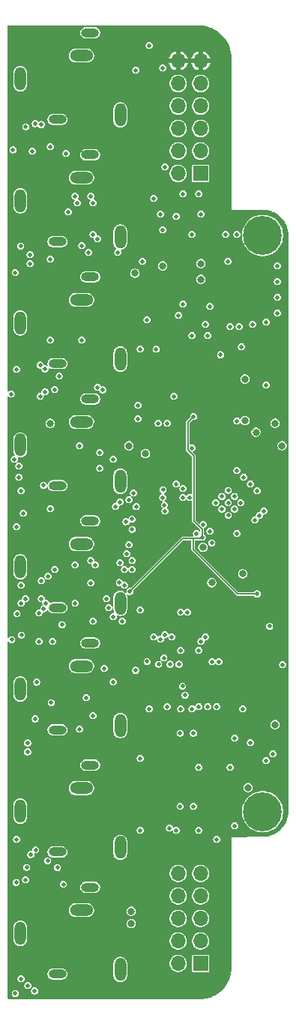
<source format=gbr>
%TF.GenerationSoftware,KiCad,Pcbnew,9.0.2*%
%TF.CreationDate,2025-05-30T14:59:29+02:00*%
%TF.ProjectId,eurorack-pmod-pcb,6575726f-7261-4636-9b2d-706d6f642d70,rev?*%
%TF.SameCoordinates,Original*%
%TF.FileFunction,Copper,L5,Inr*%
%TF.FilePolarity,Positive*%
%FSLAX46Y46*%
G04 Gerber Fmt 4.6, Leading zero omitted, Abs format (unit mm)*
G04 Created by KiCad (PCBNEW 9.0.2) date 2025-05-30 14:59:29*
%MOMM*%
%LPD*%
G01*
G04 APERTURE LIST*
%TA.AperFunction,ComponentPad*%
%ADD10O,1.308000X2.616000*%
%TD*%
%TA.AperFunction,ComponentPad*%
%ADD11O,2.016000X1.008000*%
%TD*%
%TA.AperFunction,ComponentPad*%
%ADD12O,2.616000X1.308000*%
%TD*%
%TA.AperFunction,ComponentPad*%
%ADD13C,0.700000*%
%TD*%
%TA.AperFunction,ComponentPad*%
%ADD14C,4.400000*%
%TD*%
%TA.AperFunction,ComponentPad*%
%ADD15C,0.500000*%
%TD*%
%TA.AperFunction,ComponentPad*%
%ADD16R,1.700000X1.700000*%
%TD*%
%TA.AperFunction,ComponentPad*%
%ADD17O,1.700000X1.700000*%
%TD*%
%TA.AperFunction,ViaPad*%
%ADD18C,0.500000*%
%TD*%
%TA.AperFunction,ViaPad*%
%ADD19C,0.800000*%
%TD*%
%TA.AperFunction,Conductor*%
%ADD20C,0.152400*%
%TD*%
G04 APERTURE END LIST*
D10*
%TO.N,/CAP_SENSE_OUT3*%
%TO.C,J10*%
X-18382000Y-88772626D03*
D11*
%TO.N,GND*%
X-10482000Y-83572626D03*
D12*
%TO.N,/JACK_DETECT_OUT3*%
X-11482000Y-86172626D03*
D11*
%TO.N,Net-(J10-PadT)*%
X-14182000Y-93372626D03*
D10*
%TO.N,Net-(J10-PadTN)*%
X-7082000Y-92872626D03*
%TD*%
%TO.N,/CAP_SENSE_IN2*%
%TO.C,J5*%
X-18382000Y-19829771D03*
D11*
%TO.N,GND*%
X-10482000Y-14629771D03*
D12*
%TO.N,/JACK_DETECT_IN2*%
X-11482000Y-17229771D03*
D11*
%TO.N,Net-(J5-PadT)*%
X-14182000Y-24429771D03*
D10*
%TO.N,GND*%
X-7082000Y-23929771D03*
%TD*%
D13*
%TO.N,N/C*%
%TO.C,H2*%
X7350000Y-88833274D03*
X7833274Y-87666548D03*
X7833274Y-90000000D03*
X9000000Y-87183274D03*
D14*
%TO.N,GND*%
X9000000Y-88833274D03*
D13*
%TO.N,N/C*%
X9000000Y-90483274D03*
X10166726Y-87666548D03*
X10166726Y-90000000D03*
X10650000Y-88833274D03*
%TD*%
D15*
%TO.N,GND*%
%TO.C,U1*%
X5111181Y-55350789D03*
X5818288Y-54643682D03*
X6525395Y-53936575D03*
X4404074Y-54643682D03*
X5111181Y-53936575D03*
X5818288Y-53229468D03*
X3696967Y-53936575D03*
X4404074Y-53229468D03*
X5111181Y-52522361D03*
%TD*%
D13*
%TO.N,N/C*%
%TO.C,H1*%
X7350000Y-23750000D03*
X7833274Y-22583274D03*
X7833274Y-24916726D03*
X9000000Y-22100000D03*
D14*
%TO.N,GND*%
X9000000Y-23750000D03*
D13*
%TO.N,N/C*%
X9000000Y-25400000D03*
X10166726Y-22583274D03*
X10166726Y-24916726D03*
X10650000Y-23750000D03*
%TD*%
D16*
%TO.N,Net-(J1-Pin_1)*%
%TO.C,J1*%
X2000000Y-105975000D03*
D17*
X-540000Y-105975000D03*
%TO.N,GND*%
X2000000Y-103435000D03*
X-540000Y-103435000D03*
X2000000Y-100895000D03*
X-540000Y-100895000D03*
X2000000Y-98355000D03*
X-540000Y-98355000D03*
%TO.N,Net-(J1-Pin_10)*%
X2000000Y-95815000D03*
X-540000Y-95815000D03*
%TD*%
D10*
%TO.N,/CAP_SENSE_OUT2*%
%TO.C,J9*%
X-18382000Y-74984055D03*
D11*
%TO.N,GND*%
X-10482000Y-69784055D03*
D12*
%TO.N,/JACK_DETECT_OUT2*%
X-11482000Y-72384055D03*
D11*
%TO.N,Net-(J9-PadT)*%
X-14182000Y-79584055D03*
D10*
%TO.N,Net-(J9-PadTN)*%
X-7082000Y-79084055D03*
%TD*%
%TO.N,/CAP_SENSE_OUT4*%
%TO.C,J11*%
X-18382000Y-102561200D03*
D11*
%TO.N,GND*%
X-10482000Y-97361200D03*
D12*
%TO.N,/JACK_DETECT_OUT4*%
X-11482000Y-99961200D03*
D11*
%TO.N,Net-(J11-PadT)*%
X-14182000Y-107161200D03*
D10*
%TO.N,Net-(J11-PadTN)*%
X-7082000Y-106661200D03*
%TD*%
%TO.N,/CAP_SENSE_IN4*%
%TO.C,J7*%
X-18382000Y-47406913D03*
D11*
%TO.N,GND*%
X-10482000Y-42206913D03*
D12*
%TO.N,/JACK_DETECT_IN4*%
X-11482000Y-44806913D03*
D11*
%TO.N,Net-(J7-PadT)*%
X-14182000Y-52006913D03*
D10*
%TO.N,GND*%
X-7082000Y-51506913D03*
%TD*%
%TO.N,/CAP_SENSE_IN1*%
%TO.C,J4*%
X-18382000Y-6041200D03*
D11*
%TO.N,GND*%
X-10482000Y-841200D03*
D12*
%TO.N,/JACK_DETECT_IN1*%
X-11482000Y-3441200D03*
D11*
%TO.N,Net-(J4-PadT)*%
X-14182000Y-10641200D03*
D10*
%TO.N,GND*%
X-7082000Y-10141200D03*
%TD*%
%TO.N,/CAP_SENSE_IN3*%
%TO.C,J6*%
X-18382000Y-33618342D03*
D11*
%TO.N,GND*%
X-10482000Y-28418342D03*
D12*
%TO.N,/JACK_DETECT_IN3*%
X-11482000Y-31018342D03*
D11*
%TO.N,Net-(J6-PadT)*%
X-14182000Y-38218342D03*
D10*
%TO.N,GND*%
X-7082000Y-37718342D03*
%TD*%
%TO.N,/CAP_SENSE_OUT1*%
%TO.C,J8*%
X-18382000Y-61195484D03*
D11*
%TO.N,GND*%
X-10482000Y-55995484D03*
D12*
%TO.N,/JACK_DETECT_OUT1*%
X-11482000Y-58595484D03*
D11*
%TO.N,Net-(J8-PadT)*%
X-14182000Y-65795484D03*
D10*
%TO.N,Net-(J8-PadTN)*%
X-7082000Y-65295484D03*
%TD*%
D16*
%TO.N,/SDIN1*%
%TO.C,J2*%
X2000000Y-16750000D03*
D17*
%TO.N,/SCL*%
X-540000Y-16750000D03*
%TO.N,/SDOUT1*%
X2000000Y-14210000D03*
%TO.N,/SDA*%
X-540000Y-14210000D03*
%TO.N,/LRCK*%
X2000000Y-11670000D03*
%TO.N,/UNMUTE*%
X-540000Y-11670000D03*
%TO.N,/BICK*%
X2000000Y-9130000D03*
%TO.N,/MCLK*%
X-540000Y-9130000D03*
%TO.N,GND*%
X2000000Y-6590000D03*
X-540000Y-6590000D03*
%TO.N,VDD*%
X2000000Y-4050000D03*
X-540000Y-4050000D03*
%TD*%
D18*
%TO.N,GND*%
X-4064000Y-33274000D03*
X5842000Y-80518000D03*
X6604000Y-36322000D03*
X2540000Y-33782000D03*
D19*
X7007035Y-44666097D03*
X3246000Y-62968000D03*
D18*
X4826000Y-23622000D03*
X7874000Y-33782000D03*
X10160000Y-82296000D03*
X-3810000Y-2286000D03*
X1016000Y-23622000D03*
D19*
X2246000Y-58968000D03*
D18*
X-2540000Y-21336000D03*
X-7366000Y-25654000D03*
X5334000Y-34036000D03*
X5842000Y-90424000D03*
X9398000Y-83058000D03*
X7620000Y-81026000D03*
X-3302000Y-19558000D03*
D19*
X6746000Y-61968000D03*
D18*
X-2254006Y-52468000D03*
X-1778000Y-76962000D03*
X-4826000Y-82804000D03*
X2794000Y-76962000D03*
X-2032000Y-16002000D03*
X1016000Y-47752000D03*
X6096000Y-44704000D03*
X-4572000Y-26670000D03*
%TO.N,VDD*%
X3810000Y-63754000D03*
X-4474000Y-59108000D03*
X6858000Y-60960000D03*
X3246000Y-75218000D03*
X1246000Y-45968000D03*
X-17482992Y-12997008D03*
X246000Y-40968000D03*
X-5334000Y-52070000D03*
X-7874000Y-56134000D03*
X-16002000Y-91186000D03*
X-14986000Y-71882000D03*
X6496000Y-66968000D03*
X-17526000Y-40162766D03*
D19*
X1996000Y-61468000D03*
D18*
X-17554000Y-68368000D03*
X-5004000Y-35218000D03*
D19*
%TO.N,+12V*%
X10414000Y-78994000D03*
D18*
X4246000Y-37218000D03*
D19*
X10413992Y-44958000D03*
X-5431076Y-28014431D03*
X2032000Y-28702000D03*
X-5842000Y-100076000D03*
X-6092773Y-47494773D03*
%TO.N,-12V*%
X2032000Y-26924000D03*
X11195000Y-47498000D03*
X7366000Y-86106000D03*
X8244000Y-45968065D03*
X-2286000Y-27178000D03*
X6996000Y-39968000D03*
D18*
X11246000Y-72218000D03*
D19*
X-4250006Y-48396935D03*
X-5854000Y-101468000D03*
D18*
%TO.N,Net-(RN1A-R1.1)*%
X0Y-31496000D03*
X-508000Y-32766000D03*
%TO.N,/SDIN1*%
X-5588000Y-52832000D03*
X6096000Y-57404000D03*
%TO.N,/SCL*%
X-9071068Y-41184466D03*
X-7620000Y-54356000D03*
X3302000Y-71882000D03*
X-5754000Y-61468000D03*
X-5334000Y-5080000D03*
X2286000Y-56388000D03*
%TO.N,/SDOUT1*%
X3246000Y-58468000D03*
X-6096000Y-53594000D03*
%TO.N,/SDA*%
X-7112000Y-53848000D03*
X-5746349Y-60464945D03*
X-2286000Y-4826000D03*
X-7874000Y-49022000D03*
X3048000Y-57150000D03*
X4064000Y-71882000D03*
X-9398000Y-48260000D03*
X-9652000Y-40894000D03*
%TO.N,/LRCK*%
X8128000Y-55880000D03*
X-2286000Y-53340000D03*
%TO.N,/PDN*%
X-6004000Y-63968000D03*
X2176000Y-57838000D03*
X1196000Y-44208000D03*
X8376000Y-64228000D03*
%TO.N,/BICK*%
X8636000Y-55372000D03*
X-2094738Y-54193609D03*
%TO.N,/MCLK*%
X9144000Y-54864000D03*
X-2032000Y-54864000D03*
%TO.N,Net-(RN3A-R1.1)*%
X5080000Y-26670000D03*
X6096000Y-23622000D03*
%TO.N,Net-(RN4B-R2.2)*%
X-762000Y-21590000D03*
X-2286000Y-23114000D03*
%TO.N,/-VCOM*%
X9398000Y-33528000D03*
X2032000Y-21336000D03*
X9398000Y-40640000D03*
X1778000Y-76962000D03*
X3048000Y-31750000D03*
X1778000Y-83820000D03*
X-1524000Y-90678000D03*
X5334000Y-83820000D03*
%TO.N,/dual_mono_inputs1/IN1_3V*%
X6096000Y-50292000D03*
X10668010Y-30734000D03*
%TO.N,/dual_mono_inputs1/IN2_3V*%
X6858000Y-51054000D03*
X10668000Y-32512000D03*
%TO.N,/OUT_MUTE1*%
X6746000Y-77218000D03*
%TO.N,/dual_mono_inputs2/IN1_3V*%
X10668000Y-27178000D03*
X7620000Y-51816000D03*
%TO.N,/dual_mono_inputs2/IN2_3V*%
X10668000Y-28956000D03*
X8382000Y-52578000D03*
%TO.N,/dual_mono_outputs1/OUT1*%
X-762000Y-51816000D03*
X1016000Y-77216000D03*
%TO.N,/dual_mono_outputs1/OUT2*%
X0Y-52324000D03*
X-254000Y-77216000D03*
%TO.N,/dual_mono_outputs2/OUT1*%
X-762000Y-90932000D03*
X762000Y-53340000D03*
%TO.N,/dual_mono_outputs2/OUT2*%
X0Y-53340000D03*
X1778000Y-90932000D03*
%TO.N,Net-(D3-K)*%
X-7184932Y-62955534D03*
X2540000Y-69088000D03*
X-10414000Y-19304000D03*
X-13208000Y-14478000D03*
X-7112000Y-60706000D03*
X-12192000Y-19304000D03*
X-17754006Y-11468000D03*
%TO.N,Net-(D4-A)*%
X-16691985Y-11111802D03*
X-19202400Y-14071600D03*
%TO.N,Net-(D4-K)*%
X-10160000Y-20066000D03*
X-14986000Y-13716000D03*
X-6604000Y-63246000D03*
X2032000Y-69596000D03*
X-11938000Y-20066000D03*
X-6604000Y-61468000D03*
%TO.N,Net-(D5-A)*%
X-16002000Y-11226800D03*
X-17018000Y-14224000D03*
%TO.N,Net-(D5-K)*%
X-16002000Y-64770000D03*
X508000Y-66294000D03*
X-17272000Y-25908000D03*
X-17780000Y-64770000D03*
%TO.N,Net-(D6-A)*%
X-18948400Y-27940000D03*
X-18338800Y-24942800D03*
%TO.N,Net-(D6-K)*%
X-15494000Y-65278000D03*
X-17272000Y-26924000D03*
X-18288000Y-65278000D03*
X-254000Y-66294000D03*
%TO.N,Net-(D7-K)*%
X-7874000Y-66802000D03*
X-18796000Y-38862000D03*
X-18796000Y-56642000D03*
X-1270000Y-69088000D03*
%TO.N,Net-(D8-A)*%
X-16143262Y-38376033D03*
X-19405600Y-41656000D03*
%TO.N,Net-(D8-K)*%
X-12186569Y-65283431D03*
X-15240000Y-62230000D03*
X-6858000Y-67310000D03*
X-16127000Y-41910000D03*
X-10160000Y-67310000D03*
X-2032000Y-68834000D03*
%TO.N,Net-(D9-A)*%
X-15575660Y-41401543D03*
X-15595600Y-38811200D03*
%TO.N,Net-(D9-K)*%
X-2540000Y-69342000D03*
X-8636000Y-64770000D03*
X-18288000Y-52578000D03*
%TO.N,Net-(D10-A)*%
X-13978881Y-39620301D03*
X-14499890Y-41148000D03*
%TO.N,Net-(D10-K)*%
X-3302000Y-69088000D03*
X-18034000Y-55118000D03*
X-8382000Y-65786000D03*
%TO.N,Net-(D11-K)*%
X-5354000Y-72868000D03*
X-18754000Y-66468000D03*
%TO.N,Net-(D12-A)*%
X-16265300Y-66381441D03*
X-19354800Y-69392800D03*
%TO.N,Net-(D12-K)*%
X-18254000Y-68868000D03*
X-4054000Y-71868000D03*
%TO.N,Net-(D13-A)*%
X-16256000Y-69596000D03*
X-15734016Y-65926423D03*
%TO.N,Net-(D13-K)*%
X-17554000Y-81068000D03*
X-2754000Y-72168000D03*
%TO.N,Net-(D14-A)*%
X-14879406Y-76517465D03*
X-13665200Y-67716400D03*
X-16697001Y-78340617D03*
X-14732000Y-69596000D03*
%TO.N,Net-(D14-K)*%
X-17554000Y-82068000D03*
X-2154000Y-71468000D03*
%TO.N,Net-(D15-K)*%
X-17664000Y-95118000D03*
X-1454000Y-72168000D03*
%TO.N,Net-(D16-A)*%
X-17194056Y-93667958D03*
X-18846800Y-96824800D03*
%TO.N,Net-(D16-K)*%
X-17779991Y-96519982D03*
X-454000Y-72168000D03*
%TO.N,Net-(D17-A)*%
X-16644556Y-93134244D03*
X-14182500Y-95148400D03*
%TO.N,Net-(D17-K)*%
X-18288000Y-107695998D03*
X-54000Y-74668000D03*
%TO.N,Net-(D18-A)*%
X-18954000Y-109368000D03*
X-13512800Y-97028000D03*
X-15290800Y-94386400D03*
X-16764000Y-109067600D03*
%TO.N,Net-(D18-K)*%
X-17525983Y-108457983D03*
X246000Y-75668000D03*
D19*
%TO.N,/CAP_SENSE_IN1*%
X-15004000Y-44968000D03*
D18*
%TO.N,/CAP_SENSE_IN2*%
X-12192000Y-60960000D03*
%TO.N,/CAP_SENSE_IN3*%
X-9398004Y-50038004D03*
X-18542000Y-51054000D03*
X-5736925Y-56941024D03*
%TO.N,/JACK_DETECT_IN1*%
X6350000Y-34036000D03*
X-3032400Y-36591600D03*
%TO.N,/JACK_DETECT_IN2*%
X-14986000Y-26416000D03*
X-4826000Y-36576000D03*
X-12954000Y-21082000D03*
X-11430000Y-35560000D03*
X-14986000Y-35560000D03*
%TO.N,/JACK_DETECT_IN3*%
X-5080000Y-44450000D03*
%TO.N,/JACK_DETECT_OUT1*%
X-2794000Y-44958000D03*
%TO.N,/JACK_DETECT_OUT2*%
X-16532000Y-74190000D03*
X-19050000Y-49022000D03*
X-1778000Y-44958000D03*
%TO.N,/JACK_DETECT_OUT3*%
X-16002000Y-62738000D03*
X-8890000Y-72644000D03*
X-15754000Y-51968000D03*
X-10922000Y-75946000D03*
%TO.N,/JACK_DETECT_OUT4*%
X-5080000Y-42926000D03*
X-1016000Y-41910000D03*
X-11684000Y-47498000D03*
X-18542000Y-49784000D03*
%TO.N,/CAP_SENSE_IN4*%
X-14986000Y-54610000D03*
%TO.N,/CAP_SENSE_OUT1*%
X-5757169Y-55788624D03*
X-6096000Y-58674000D03*
X-10414000Y-60452000D03*
%TO.N,/CAP_SENSE_OUT2*%
X-6440699Y-56068000D03*
X-6350000Y-59690000D03*
X-10414000Y-62992000D03*
%TO.N,/CAP_SENSE_OUT3*%
X-10160000Y-77978000D03*
X-11684000Y-79502000D03*
X-4826000Y-66040000D03*
X-7874000Y-74168000D03*
X1524000Y-57404000D03*
%TO.N,/CAP_SENSE_OUT4*%
X-14478000Y-61468000D03*
X-18288000Y-63246000D03*
X-9906000Y-60960000D03*
X-5282791Y-54369452D03*
X-18796000Y-91948000D03*
%TO.N,Net-(Q2-D)*%
X1181800Y-79968000D03*
%TO.N,Net-(Q3-D)*%
X-318200Y-88218000D03*
%TO.N,Net-(Q4-D)*%
X-318200Y-79965610D03*
%TO.N,Net-(Q5-D)*%
X1181800Y-88218000D03*
%TO.N,/UNMUTE*%
X9784857Y-67885939D03*
%TO.N,Net-(J4-PadT)*%
X1016000Y-35052000D03*
%TO.N,Net-(J5-PadT)*%
X2794000Y-35052000D03*
%TO.N,Net-(J6-PadT)*%
X-11430000Y-24892000D03*
X1778000Y-19050000D03*
X-10160000Y-23622000D03*
%TO.N,Net-(J7-PadT)*%
X0Y-19050000D03*
X-9652000Y-24130000D03*
X-10668000Y-25654000D03*
%TO.N,Net-(J8-PadT)*%
X-254000Y-70612000D03*
X3810000Y-76962000D03*
X1778000Y-70612000D03*
%TO.N,Net-(J9-PadT)*%
X-3810000Y-77216000D03*
%TO.N,Net-(J10-PadT)*%
X-4826000Y-90932000D03*
%TO.N,Net-(J11-PadT)*%
X3810000Y-91948000D03*
%TD*%
D20*
%TO.N,/PDN*%
X538800Y-47949663D02*
X538800Y-44865200D01*
X1136000Y-57958000D02*
X1136000Y-59228000D01*
X1239200Y-48650063D02*
X538800Y-47949663D01*
X538800Y-44865200D02*
X1196000Y-44208000D01*
X2176000Y-57838000D02*
X2176000Y-56952863D01*
X2056000Y-57958000D02*
X2176000Y-57838000D01*
X1136000Y-59228000D02*
X6136000Y-64228000D01*
X1136000Y-57958000D02*
X2056000Y-57958000D01*
X-6004000Y-63968000D02*
X6000Y-57958000D01*
X2176000Y-56952863D02*
X1239200Y-56016063D01*
X1239200Y-56016063D02*
X1239200Y-48650063D01*
X6000Y-57958000D02*
X1136000Y-57958000D01*
X6136000Y-64228000D02*
X8376000Y-64228000D01*
%TD*%
%TA.AperFunction,Conductor*%
%TO.N,VDD*%
G36*
X1691526Y-574D02*
G01*
X2025249Y-16969D01*
X2028640Y-17231D01*
X2109331Y-25712D01*
X2111829Y-26028D01*
X2402907Y-69205D01*
X2406666Y-69883D01*
X2480224Y-85518D01*
X2482352Y-86010D01*
X2774327Y-159147D01*
X2778440Y-160329D01*
X2838966Y-179995D01*
X2840684Y-180582D01*
X3135539Y-286083D01*
X3139902Y-287831D01*
X3179034Y-305254D01*
X3180223Y-305800D01*
X3482691Y-448857D01*
X3487183Y-451209D01*
X3489164Y-452353D01*
X3489847Y-452755D01*
X3803824Y-640946D01*
X3808912Y-644346D01*
X3825972Y-656999D01*
X4104255Y-863388D01*
X4108987Y-867270D01*
X4283456Y-1025400D01*
X4381448Y-1114215D01*
X4385784Y-1118551D01*
X4632727Y-1391010D01*
X4636611Y-1395744D01*
X4855652Y-1691086D01*
X4859060Y-1696186D01*
X5047181Y-2010047D01*
X5047701Y-2010931D01*
X5048773Y-2012788D01*
X5051144Y-2017313D01*
X5194171Y-2319717D01*
X5194769Y-2321019D01*
X5212166Y-2360095D01*
X5213915Y-2364459D01*
X5319416Y-2659314D01*
X5320011Y-2661057D01*
X5339668Y-2721556D01*
X5340854Y-2725683D01*
X5413980Y-3017615D01*
X5414487Y-3019806D01*
X5430109Y-3093300D01*
X5430799Y-3097124D01*
X5473961Y-3388100D01*
X5474295Y-3390738D01*
X5482764Y-3471321D01*
X5483031Y-3474787D01*
X5499425Y-3808473D01*
X5499500Y-3811540D01*
X5499500Y-20827794D01*
X5499500Y-20828208D01*
X5499647Y-20828354D01*
X5499793Y-20828500D01*
X5499794Y-20828500D01*
X5500207Y-20828500D01*
X5500207Y-20828499D01*
X8998243Y-20824737D01*
X9001750Y-20824834D01*
X9293742Y-20841231D01*
X9297711Y-20841584D01*
X9368872Y-20850224D01*
X9371770Y-20850646D01*
X9625373Y-20893735D01*
X9629829Y-20894661D01*
X9692697Y-20910157D01*
X9694959Y-20910762D01*
X9949757Y-20984168D01*
X9954599Y-20985781D01*
X10001599Y-21003605D01*
X10003332Y-21004292D01*
X10262268Y-21111547D01*
X10267387Y-21113945D01*
X10285949Y-21123688D01*
X10287098Y-21124307D01*
X10553274Y-21271416D01*
X10559182Y-21275129D01*
X10821018Y-21460912D01*
X10826479Y-21465267D01*
X10854814Y-21490588D01*
X11065856Y-21679187D01*
X11070812Y-21684143D01*
X11171686Y-21797021D01*
X11273077Y-21910478D01*
X11284729Y-21923516D01*
X11289089Y-21928984D01*
X11474865Y-22190809D01*
X11478587Y-22196733D01*
X11625691Y-22462900D01*
X11626329Y-22464085D01*
X11636053Y-22482611D01*
X11638456Y-22487740D01*
X11745702Y-22746656D01*
X11746397Y-22748411D01*
X11764214Y-22795390D01*
X11765833Y-22800251D01*
X11839225Y-23054998D01*
X11839852Y-23057343D01*
X11855333Y-23120153D01*
X11856266Y-23124641D01*
X11899349Y-23378210D01*
X11899776Y-23381145D01*
X11908411Y-23452257D01*
X11908769Y-23456287D01*
X11925165Y-23748254D01*
X11925263Y-23751758D01*
X11925263Y-88748240D01*
X11925165Y-88751744D01*
X11908677Y-89045343D01*
X11908319Y-89049373D01*
X11900149Y-89116655D01*
X11899722Y-89119590D01*
X11856025Y-89376774D01*
X11855092Y-89381263D01*
X11840602Y-89440048D01*
X11839975Y-89442392D01*
X11765478Y-89700975D01*
X11763860Y-89705835D01*
X11747713Y-89748412D01*
X11747017Y-89750168D01*
X11638008Y-90013340D01*
X11635606Y-90018468D01*
X11628723Y-90031582D01*
X11628084Y-90032768D01*
X11478589Y-90303260D01*
X11474860Y-90309195D01*
X11289094Y-90571008D01*
X11284723Y-90576488D01*
X11070810Y-90815855D01*
X11065855Y-90820810D01*
X10826488Y-91034723D01*
X10821008Y-91039094D01*
X10559195Y-91224860D01*
X10553260Y-91228589D01*
X10282768Y-91378084D01*
X10281582Y-91378723D01*
X10268468Y-91385606D01*
X10263340Y-91388008D01*
X10000168Y-91497017D01*
X9998412Y-91497713D01*
X9955835Y-91513860D01*
X9950975Y-91515478D01*
X9692392Y-91589975D01*
X9690048Y-91590602D01*
X9631263Y-91605092D01*
X9626774Y-91606025D01*
X9369590Y-91649722D01*
X9366655Y-91650149D01*
X9299373Y-91658319D01*
X9295343Y-91658677D01*
X9001744Y-91675165D01*
X8998583Y-91675262D01*
X8973817Y-91675398D01*
X8973808Y-91675394D01*
X8973800Y-91675398D01*
X5500898Y-91693495D01*
X5500897Y-91693495D01*
X5499982Y-91693500D01*
X5499793Y-91693500D01*
X5499792Y-91693500D01*
X5499790Y-91693501D01*
X5499644Y-91693648D01*
X5499500Y-91693793D01*
X5499500Y-91693794D01*
X5499499Y-91693796D01*
X5499500Y-91694003D01*
X5499500Y-91695504D01*
X5499500Y-106424459D01*
X5499425Y-106427526D01*
X5484046Y-106740549D01*
X5483779Y-106744015D01*
X5476000Y-106818032D01*
X5475666Y-106820670D01*
X5435069Y-107094349D01*
X5434379Y-107098173D01*
X5420071Y-107165486D01*
X5419564Y-107167677D01*
X5350774Y-107442305D01*
X5349588Y-107446432D01*
X5331680Y-107501549D01*
X5331085Y-107503292D01*
X5231824Y-107780704D01*
X5230075Y-107785068D01*
X5214561Y-107819915D01*
X5213963Y-107821217D01*
X5079327Y-108105879D01*
X5076436Y-108111288D01*
X4899508Y-108406476D01*
X4896100Y-108411576D01*
X4691089Y-108688001D01*
X4687198Y-108692742D01*
X4456079Y-108947742D01*
X4451742Y-108952079D01*
X4196742Y-109183198D01*
X4192001Y-109187089D01*
X3915576Y-109392100D01*
X3910476Y-109395508D01*
X3615288Y-109572436D01*
X3609879Y-109575327D01*
X3325217Y-109709963D01*
X3323915Y-109710561D01*
X3289068Y-109726075D01*
X3284704Y-109727824D01*
X3007292Y-109827085D01*
X3005549Y-109827680D01*
X2950432Y-109845588D01*
X2946305Y-109846774D01*
X2671677Y-109915564D01*
X2669486Y-109916071D01*
X2602173Y-109930379D01*
X2598349Y-109931069D01*
X2324671Y-109971666D01*
X2322033Y-109972000D01*
X2248015Y-109979779D01*
X2244551Y-109980046D01*
X2207500Y-109981867D01*
X2206326Y-109981925D01*
X2203259Y-109982000D01*
X-19737000Y-109982000D01*
X-19781194Y-109963694D01*
X-19799500Y-109919500D01*
X-19799500Y-109315273D01*
X-19354500Y-109315273D01*
X-19354500Y-109420727D01*
X-19327207Y-109522587D01*
X-19274480Y-109613913D01*
X-19199913Y-109688480D01*
X-19108587Y-109741207D01*
X-19006727Y-109768500D01*
X-19006726Y-109768500D01*
X-18901274Y-109768500D01*
X-18901273Y-109768500D01*
X-18861745Y-109757908D01*
X-18799416Y-109741208D01*
X-18799413Y-109741207D01*
X-18773204Y-109726075D01*
X-18708087Y-109688480D01*
X-18708085Y-109688478D01*
X-18708081Y-109688475D01*
X-18633524Y-109613918D01*
X-18633521Y-109613914D01*
X-18580792Y-109522586D01*
X-18580791Y-109522583D01*
X-18553501Y-109420733D01*
X-18553500Y-109420725D01*
X-18553500Y-109315274D01*
X-18553501Y-109315266D01*
X-18580791Y-109213416D01*
X-18580792Y-109213413D01*
X-18633521Y-109122085D01*
X-18633524Y-109122081D01*
X-18700635Y-109054971D01*
X-18708081Y-109047524D01*
X-18708085Y-109047521D01*
X-18764632Y-109014873D01*
X-17164500Y-109014873D01*
X-17164500Y-109120327D01*
X-17137207Y-109222187D01*
X-17084480Y-109313513D01*
X-17009913Y-109388080D01*
X-16918587Y-109440807D01*
X-16816727Y-109468100D01*
X-16816726Y-109468100D01*
X-16711274Y-109468100D01*
X-16711273Y-109468100D01*
X-16671745Y-109457508D01*
X-16609416Y-109440808D01*
X-16609413Y-109440807D01*
X-16574644Y-109420733D01*
X-16518087Y-109388080D01*
X-16518085Y-109388078D01*
X-16518081Y-109388075D01*
X-16443524Y-109313518D01*
X-16443521Y-109313514D01*
X-16390792Y-109222186D01*
X-16390791Y-109222183D01*
X-16363501Y-109120333D01*
X-16363500Y-109120325D01*
X-16363500Y-109014874D01*
X-16363501Y-109014866D01*
X-16390791Y-108913016D01*
X-16390792Y-108913013D01*
X-16443521Y-108821685D01*
X-16443524Y-108821681D01*
X-16518081Y-108747124D01*
X-16518085Y-108747121D01*
X-16609413Y-108694392D01*
X-16609416Y-108694391D01*
X-16711266Y-108667101D01*
X-16711272Y-108667100D01*
X-16711273Y-108667100D01*
X-16816727Y-108667100D01*
X-16816728Y-108667100D01*
X-16816733Y-108667101D01*
X-16918583Y-108694391D01*
X-16918586Y-108694392D01*
X-16964250Y-108720756D01*
X-17009913Y-108747120D01*
X-17009914Y-108747121D01*
X-17009918Y-108747124D01*
X-17084475Y-108821681D01*
X-17084478Y-108821685D01*
X-17084480Y-108821687D01*
X-17137207Y-108913013D01*
X-17164500Y-109014873D01*
X-18764632Y-109014873D01*
X-18799413Y-108994792D01*
X-18799416Y-108994791D01*
X-18901266Y-108967501D01*
X-18901272Y-108967500D01*
X-18901273Y-108967500D01*
X-19006727Y-108967500D01*
X-19006728Y-108967500D01*
X-19006733Y-108967501D01*
X-19108583Y-108994791D01*
X-19108586Y-108994792D01*
X-19154250Y-109021156D01*
X-19199913Y-109047520D01*
X-19199914Y-109047521D01*
X-19199918Y-109047524D01*
X-19274475Y-109122081D01*
X-19274478Y-109122085D01*
X-19274480Y-109122087D01*
X-19327207Y-109213413D01*
X-19354500Y-109315273D01*
X-19799500Y-109315273D01*
X-19799500Y-108405256D01*
X-17926483Y-108405256D01*
X-17926483Y-108510710D01*
X-17899190Y-108612570D01*
X-17846463Y-108703896D01*
X-17771896Y-108778463D01*
X-17680570Y-108831190D01*
X-17578710Y-108858483D01*
X-17578709Y-108858483D01*
X-17473257Y-108858483D01*
X-17473256Y-108858483D01*
X-17433728Y-108847891D01*
X-17371399Y-108831191D01*
X-17371396Y-108831190D01*
X-17363607Y-108826693D01*
X-17280070Y-108778463D01*
X-17280068Y-108778461D01*
X-17280064Y-108778458D01*
X-17205507Y-108703901D01*
X-17205504Y-108703897D01*
X-17200016Y-108694393D01*
X-17152776Y-108612570D01*
X-17152775Y-108612569D01*
X-17152774Y-108612566D01*
X-17125484Y-108510716D01*
X-17125483Y-108510708D01*
X-17125483Y-108405257D01*
X-17125484Y-108405249D01*
X-17152774Y-108303399D01*
X-17152775Y-108303396D01*
X-17205504Y-108212068D01*
X-17205507Y-108212064D01*
X-17280064Y-108137507D01*
X-17280068Y-108137504D01*
X-17371396Y-108084775D01*
X-17371399Y-108084774D01*
X-17473249Y-108057484D01*
X-17473255Y-108057483D01*
X-17473256Y-108057483D01*
X-17578710Y-108057483D01*
X-17578711Y-108057483D01*
X-17578716Y-108057484D01*
X-17680566Y-108084774D01*
X-17680569Y-108084775D01*
X-17701223Y-108096700D01*
X-17771896Y-108137503D01*
X-17771897Y-108137504D01*
X-17771901Y-108137507D01*
X-17846458Y-108212064D01*
X-17846461Y-108212068D01*
X-17846463Y-108212070D01*
X-17899190Y-108303396D01*
X-17926483Y-108405256D01*
X-19799500Y-108405256D01*
X-19799500Y-107643271D01*
X-18688500Y-107643271D01*
X-18688500Y-107748725D01*
X-18661207Y-107850585D01*
X-18608480Y-107941911D01*
X-18533913Y-108016478D01*
X-18442587Y-108069205D01*
X-18340727Y-108096498D01*
X-18340726Y-108096498D01*
X-18235274Y-108096498D01*
X-18235273Y-108096498D01*
X-18191518Y-108084774D01*
X-18133416Y-108069206D01*
X-18133413Y-108069205D01*
X-18113110Y-108057483D01*
X-18042087Y-108016478D01*
X-18042085Y-108016476D01*
X-18042081Y-108016473D01*
X-17967524Y-107941916D01*
X-17967521Y-107941912D01*
X-17914792Y-107850584D01*
X-17914791Y-107850581D01*
X-17887501Y-107748731D01*
X-17887500Y-107748723D01*
X-17887500Y-107643272D01*
X-17887501Y-107643264D01*
X-17914791Y-107541414D01*
X-17914792Y-107541411D01*
X-17967521Y-107450083D01*
X-17967524Y-107450079D01*
X-18042081Y-107375522D01*
X-18042085Y-107375519D01*
X-18133413Y-107322790D01*
X-18133416Y-107322789D01*
X-18235266Y-107295499D01*
X-18235272Y-107295498D01*
X-18235273Y-107295498D01*
X-18340727Y-107295498D01*
X-18340728Y-107295498D01*
X-18340733Y-107295499D01*
X-18442583Y-107322789D01*
X-18442586Y-107322790D01*
X-18481752Y-107345403D01*
X-18533913Y-107375518D01*
X-18533914Y-107375519D01*
X-18533918Y-107375522D01*
X-18608475Y-107450079D01*
X-18608478Y-107450083D01*
X-18608480Y-107450085D01*
X-18661207Y-107541411D01*
X-18688500Y-107643271D01*
X-19799500Y-107643271D01*
X-19799500Y-107099003D01*
X-15317500Y-107099003D01*
X-15317500Y-107223397D01*
X-15293232Y-107345402D01*
X-15245628Y-107460328D01*
X-15176518Y-107563758D01*
X-15088558Y-107651718D01*
X-14985128Y-107720828D01*
X-14870202Y-107768432D01*
X-14748197Y-107792700D01*
X-13615803Y-107792700D01*
X-13493798Y-107768432D01*
X-13378872Y-107720828D01*
X-13275442Y-107651718D01*
X-13187482Y-107563758D01*
X-13173715Y-107543155D01*
X-13118373Y-107460330D01*
X-13118372Y-107460328D01*
X-13070768Y-107345403D01*
X-13070767Y-107345400D01*
X-13046500Y-107223397D01*
X-13046500Y-107099002D01*
X-13070767Y-106976999D01*
X-13070768Y-106976996D01*
X-13118372Y-106862071D01*
X-13118373Y-106862069D01*
X-13187481Y-106758642D01*
X-13275442Y-106670681D01*
X-13378869Y-106601573D01*
X-13378871Y-106601572D01*
X-13493796Y-106553968D01*
X-13493799Y-106553967D01*
X-13615803Y-106529700D01*
X-14748197Y-106529700D01*
X-14870200Y-106553967D01*
X-14870203Y-106553968D01*
X-14985128Y-106601572D01*
X-14985130Y-106601573D01*
X-15088557Y-106670681D01*
X-15088558Y-106670682D01*
X-15176518Y-106758642D01*
X-15245628Y-106862072D01*
X-15293232Y-106976998D01*
X-15317500Y-107099003D01*
X-19799500Y-107099003D01*
X-19799500Y-105930229D01*
X-7863500Y-105930229D01*
X-7863500Y-107392171D01*
X-7833467Y-107543155D01*
X-7774556Y-107685379D01*
X-7689030Y-107813377D01*
X-7580177Y-107922230D01*
X-7452179Y-108007756D01*
X-7309955Y-108066667D01*
X-7158971Y-108096700D01*
X-7005029Y-108096700D01*
X-6854045Y-108066667D01*
X-6711821Y-108007756D01*
X-6583823Y-107922230D01*
X-6474970Y-107813377D01*
X-6453138Y-107780704D01*
X-6389445Y-107685381D01*
X-6389444Y-107685379D01*
X-6330532Y-107543154D01*
X-6330532Y-107543153D01*
X-6300500Y-107392171D01*
X-6300500Y-105930228D01*
X-6308930Y-105887848D01*
X-6310745Y-105878725D01*
X-1517500Y-105878725D01*
X-1517500Y-106071275D01*
X-1479936Y-106260126D01*
X-1406250Y-106438020D01*
X-1299274Y-106598120D01*
X-1163120Y-106734274D01*
X-1003020Y-106841250D01*
X-867611Y-106897337D01*
X-825134Y-106914933D01*
X-825132Y-106914933D01*
X-825126Y-106914936D01*
X-636275Y-106952500D01*
X-443725Y-106952500D01*
X-254874Y-106914936D01*
X-254869Y-106914934D01*
X-254865Y-106914933D01*
X-127249Y-106862072D01*
X-76980Y-106841250D01*
X83120Y-106734274D01*
X219274Y-106598120D01*
X326250Y-106438020D01*
X399936Y-106260126D01*
X437500Y-106071275D01*
X437500Y-105878725D01*
X399936Y-105689874D01*
X399934Y-105689869D01*
X399933Y-105689865D01*
X359105Y-105591299D01*
X326250Y-105511980D01*
X219274Y-105351880D01*
X83120Y-105215726D01*
X-1411Y-105159243D01*
X-71453Y-105112442D01*
X1022500Y-105112442D01*
X1022500Y-106837558D01*
X1029898Y-106874748D01*
X1029898Y-106874749D01*
X1058077Y-106916922D01*
X1086257Y-106935750D01*
X1100252Y-106945102D01*
X1137442Y-106952500D01*
X1137443Y-106952500D01*
X2862557Y-106952500D01*
X2862558Y-106952500D01*
X2899748Y-106945102D01*
X2941922Y-106916922D01*
X2970102Y-106874748D01*
X2977500Y-106837558D01*
X2977500Y-105112442D01*
X2970102Y-105075252D01*
X2970101Y-105075250D01*
X2941922Y-105033077D01*
X2899748Y-105004898D01*
X2862558Y-104997500D01*
X1137442Y-104997500D01*
X1118847Y-105001199D01*
X1100251Y-105004898D01*
X1100250Y-105004898D01*
X1058077Y-105033077D01*
X1029898Y-105075250D01*
X1029898Y-105075251D01*
X1029898Y-105075252D01*
X1022500Y-105112442D01*
X-71453Y-105112442D01*
X-76977Y-105108751D01*
X-76979Y-105108750D01*
X-254865Y-105035066D01*
X-254873Y-105035064D01*
X-443725Y-104997500D01*
X-636275Y-104997500D01*
X-825126Y-105035064D01*
X-825134Y-105035066D01*
X-1003020Y-105108750D01*
X-1003022Y-105108751D01*
X-1163119Y-105215725D01*
X-1163120Y-105215726D01*
X-1299274Y-105351880D01*
X-1406250Y-105511980D01*
X-1439105Y-105591299D01*
X-1479933Y-105689865D01*
X-1479934Y-105689869D01*
X-1479936Y-105689874D01*
X-1517500Y-105878725D01*
X-6310745Y-105878725D01*
X-6330532Y-105779246D01*
X-6330532Y-105779245D01*
X-6389444Y-105637020D01*
X-6389445Y-105637018D01*
X-6474969Y-105509023D01*
X-6583823Y-105400169D01*
X-6711818Y-105314645D01*
X-6711820Y-105314644D01*
X-6854046Y-105255732D01*
X-7005029Y-105225700D01*
X-7158971Y-105225700D01*
X-7309953Y-105255732D01*
X-7309954Y-105255732D01*
X-7452179Y-105314644D01*
X-7452181Y-105314645D01*
X-7580176Y-105400169D01*
X-7580177Y-105400170D01*
X-7689030Y-105509023D01*
X-7774556Y-105637021D01*
X-7833467Y-105779245D01*
X-7863500Y-105930229D01*
X-19799500Y-105930229D01*
X-19799500Y-101830229D01*
X-19163500Y-101830229D01*
X-19163500Y-103292171D01*
X-19133467Y-103443155D01*
X-19074556Y-103585379D01*
X-18989030Y-103713377D01*
X-18880177Y-103822230D01*
X-18752179Y-103907756D01*
X-18609955Y-103966667D01*
X-18458971Y-103996700D01*
X-18305029Y-103996700D01*
X-18154045Y-103966667D01*
X-18011821Y-103907756D01*
X-17883823Y-103822230D01*
X-17774970Y-103713377D01*
X-17689444Y-103585379D01*
X-17667033Y-103531275D01*
X-17630532Y-103443154D01*
X-17630532Y-103443153D01*
X-17609760Y-103338725D01*
X-1517500Y-103338725D01*
X-1517500Y-103531275D01*
X-1479936Y-103720126D01*
X-1406250Y-103898020D01*
X-1299274Y-104058120D01*
X-1163120Y-104194274D01*
X-1003020Y-104301250D01*
X-867611Y-104357337D01*
X-825134Y-104374933D01*
X-825132Y-104374933D01*
X-825126Y-104374936D01*
X-636275Y-104412500D01*
X-443725Y-104412500D01*
X-254874Y-104374936D01*
X-254869Y-104374934D01*
X-254865Y-104374933D01*
X-156299Y-104334105D01*
X-76980Y-104301250D01*
X83120Y-104194274D01*
X219274Y-104058120D01*
X326250Y-103898020D01*
X399936Y-103720126D01*
X437500Y-103531275D01*
X437500Y-103338725D01*
X437500Y-103338724D01*
X1022500Y-103338724D01*
X1022500Y-103531275D01*
X1060064Y-103720126D01*
X1060066Y-103720134D01*
X1133750Y-103898020D01*
X1133751Y-103898022D01*
X1199686Y-103996700D01*
X1240726Y-104058120D01*
X1376880Y-104194274D01*
X1536980Y-104301250D01*
X1616299Y-104334105D01*
X1714865Y-104374933D01*
X1714869Y-104374934D01*
X1714874Y-104374936D01*
X1903725Y-104412500D01*
X2096275Y-104412500D01*
X2285126Y-104374936D01*
X2285132Y-104374933D01*
X2285134Y-104374933D01*
X2327611Y-104357337D01*
X2463020Y-104301250D01*
X2623120Y-104194274D01*
X2759274Y-104058120D01*
X2866250Y-103898020D01*
X2939936Y-103720126D01*
X2977500Y-103531275D01*
X2977500Y-103338725D01*
X2939936Y-103149874D01*
X2939934Y-103149869D01*
X2939933Y-103149865D01*
X2899105Y-103051299D01*
X2866250Y-102971980D01*
X2759274Y-102811880D01*
X2623120Y-102675726D01*
X2623119Y-102675725D01*
X2463022Y-102568751D01*
X2463020Y-102568750D01*
X2285134Y-102495066D01*
X2285126Y-102495064D01*
X2096275Y-102457500D01*
X1903725Y-102457500D01*
X1714873Y-102495064D01*
X1714865Y-102495066D01*
X1536979Y-102568750D01*
X1536977Y-102568751D01*
X1376880Y-102675725D01*
X1240725Y-102811880D01*
X1133751Y-102971977D01*
X1133750Y-102971979D01*
X1060066Y-103149865D01*
X1060064Y-103149873D01*
X1022500Y-103338724D01*
X437500Y-103338724D01*
X399936Y-103149874D01*
X399934Y-103149869D01*
X399933Y-103149865D01*
X359105Y-103051299D01*
X326250Y-102971980D01*
X219274Y-102811880D01*
X83120Y-102675726D01*
X83119Y-102675725D01*
X-76977Y-102568751D01*
X-76979Y-102568750D01*
X-254865Y-102495066D01*
X-254873Y-102495064D01*
X-443725Y-102457500D01*
X-636275Y-102457500D01*
X-825126Y-102495064D01*
X-825134Y-102495066D01*
X-1003020Y-102568750D01*
X-1003022Y-102568751D01*
X-1163119Y-102675725D01*
X-1163120Y-102675726D01*
X-1299274Y-102811880D01*
X-1406250Y-102971980D01*
X-1439105Y-103051299D01*
X-1479933Y-103149865D01*
X-1479934Y-103149869D01*
X-1479936Y-103149874D01*
X-1517500Y-103338725D01*
X-17609760Y-103338725D01*
X-17606724Y-103323462D01*
X-17600500Y-103292171D01*
X-17600500Y-101830228D01*
X-17630532Y-101679246D01*
X-17630532Y-101679245D01*
X-17689444Y-101537020D01*
X-17689445Y-101537018D01*
X-17735980Y-101467374D01*
X-17766285Y-101422019D01*
X-17774969Y-101409023D01*
X-17785439Y-101398553D01*
X-6381500Y-101398553D01*
X-6381500Y-101537447D01*
X-6345552Y-101671607D01*
X-6276105Y-101791893D01*
X-6177893Y-101890105D01*
X-6057607Y-101959552D01*
X-5923447Y-101995500D01*
X-5923446Y-101995500D01*
X-5784554Y-101995500D01*
X-5784553Y-101995500D01*
X-5732495Y-101981551D01*
X-5650396Y-101959553D01*
X-5650393Y-101959552D01*
X-5530107Y-101890105D01*
X-5530105Y-101890103D01*
X-5530101Y-101890100D01*
X-5431899Y-101791898D01*
X-5431896Y-101791894D01*
X-5414203Y-101761250D01*
X-5366858Y-101679246D01*
X-5362447Y-101671606D01*
X-5362446Y-101671603D01*
X-5326501Y-101537453D01*
X-5326500Y-101537445D01*
X-5326500Y-101398554D01*
X-5326501Y-101398546D01*
X-5362446Y-101264396D01*
X-5362447Y-101264393D01*
X-5431896Y-101144105D01*
X-5431899Y-101144101D01*
X-5530101Y-101045899D01*
X-5530105Y-101045896D01*
X-5650393Y-100976447D01*
X-5650396Y-100976446D01*
X-5784546Y-100940501D01*
X-5784552Y-100940500D01*
X-5784553Y-100940500D01*
X-5923447Y-100940500D01*
X-5923448Y-100940500D01*
X-5923453Y-100940501D01*
X-6057603Y-100976446D01*
X-6057606Y-100976447D01*
X-6117750Y-101011171D01*
X-6177893Y-101045895D01*
X-6177894Y-101045896D01*
X-6177898Y-101045899D01*
X-6276100Y-101144101D01*
X-6276103Y-101144105D01*
X-6276105Y-101144107D01*
X-6296905Y-101180134D01*
X-6345552Y-101264393D01*
X-6345553Y-101264396D01*
X-6367551Y-101346495D01*
X-6381500Y-101398553D01*
X-17785439Y-101398553D01*
X-17883823Y-101300169D01*
X-18011818Y-101214645D01*
X-18011820Y-101214644D01*
X-18154046Y-101155732D01*
X-18305029Y-101125700D01*
X-18458971Y-101125700D01*
X-18609953Y-101155732D01*
X-18609954Y-101155732D01*
X-18752179Y-101214644D01*
X-18752181Y-101214645D01*
X-18826638Y-101264396D01*
X-18880177Y-101300170D01*
X-18989030Y-101409023D01*
X-19074556Y-101537021D01*
X-19133467Y-101679245D01*
X-19163500Y-101830229D01*
X-19799500Y-101830229D01*
X-19799500Y-100798725D01*
X-1517500Y-100798725D01*
X-1517500Y-100991275D01*
X-1479936Y-101180126D01*
X-1406250Y-101358020D01*
X-1299274Y-101518120D01*
X-1163120Y-101654274D01*
X-1003020Y-101761250D01*
X-867611Y-101817337D01*
X-825134Y-101834933D01*
X-825132Y-101834933D01*
X-825126Y-101834936D01*
X-636275Y-101872500D01*
X-443725Y-101872500D01*
X-254874Y-101834936D01*
X-254869Y-101834934D01*
X-254865Y-101834933D01*
X-150959Y-101791893D01*
X-76980Y-101761250D01*
X83120Y-101654274D01*
X219274Y-101518120D01*
X326250Y-101358020D01*
X399936Y-101180126D01*
X437500Y-100991275D01*
X437500Y-100798725D01*
X437500Y-100798724D01*
X1022500Y-100798724D01*
X1022500Y-100991275D01*
X1060064Y-101180126D01*
X1060066Y-101180134D01*
X1133750Y-101358020D01*
X1133751Y-101358022D01*
X1160833Y-101398553D01*
X1240726Y-101518120D01*
X1376880Y-101654274D01*
X1536980Y-101761250D01*
X1610959Y-101791893D01*
X1714865Y-101834933D01*
X1714869Y-101834934D01*
X1714874Y-101834936D01*
X1903725Y-101872500D01*
X2096275Y-101872500D01*
X2285126Y-101834936D01*
X2285132Y-101834933D01*
X2285134Y-101834933D01*
X2327611Y-101817337D01*
X2463020Y-101761250D01*
X2623120Y-101654274D01*
X2759274Y-101518120D01*
X2866250Y-101358020D01*
X2939936Y-101180126D01*
X2977500Y-100991275D01*
X2977500Y-100798725D01*
X2939936Y-100609874D01*
X2939934Y-100609869D01*
X2939933Y-100609865D01*
X2877598Y-100459377D01*
X2866250Y-100431980D01*
X2759274Y-100271880D01*
X2623120Y-100135726D01*
X2623119Y-100135725D01*
X2463022Y-100028751D01*
X2463020Y-100028750D01*
X2285134Y-99955066D01*
X2285126Y-99955064D01*
X2096275Y-99917500D01*
X1903725Y-99917500D01*
X1714873Y-99955064D01*
X1714865Y-99955066D01*
X1536979Y-100028750D01*
X1536977Y-100028751D01*
X1376880Y-100135725D01*
X1240725Y-100271880D01*
X1133751Y-100431977D01*
X1133750Y-100431979D01*
X1060066Y-100609865D01*
X1060064Y-100609873D01*
X1022500Y-100798724D01*
X437500Y-100798724D01*
X399936Y-100609874D01*
X399934Y-100609869D01*
X399933Y-100609865D01*
X337598Y-100459377D01*
X326250Y-100431980D01*
X219274Y-100271880D01*
X83120Y-100135726D01*
X83119Y-100135725D01*
X-76977Y-100028751D01*
X-76979Y-100028750D01*
X-254865Y-99955066D01*
X-254873Y-99955064D01*
X-443725Y-99917500D01*
X-636275Y-99917500D01*
X-825126Y-99955064D01*
X-825134Y-99955066D01*
X-1003020Y-100028750D01*
X-1003022Y-100028751D01*
X-1163119Y-100135725D01*
X-1163120Y-100135726D01*
X-1299274Y-100271880D01*
X-1406250Y-100431980D01*
X-1417598Y-100459377D01*
X-1479933Y-100609865D01*
X-1479934Y-100609869D01*
X-1479936Y-100609874D01*
X-1517500Y-100798725D01*
X-19799500Y-100798725D01*
X-19799500Y-99884229D01*
X-12917500Y-99884229D01*
X-12917500Y-100038171D01*
X-12887467Y-100189155D01*
X-12828556Y-100331379D01*
X-12743030Y-100459377D01*
X-12634177Y-100568230D01*
X-12506179Y-100653756D01*
X-12363955Y-100712667D01*
X-12212971Y-100742700D01*
X-10751029Y-100742700D01*
X-10600045Y-100712667D01*
X-10457821Y-100653756D01*
X-10329823Y-100568230D01*
X-10220970Y-100459377D01*
X-10220969Y-100459376D01*
X-10135445Y-100331381D01*
X-10135444Y-100331379D01*
X-10076532Y-100189154D01*
X-10076532Y-100189153D01*
X-10046500Y-100038171D01*
X-10046500Y-100006553D01*
X-6369500Y-100006553D01*
X-6369500Y-100145447D01*
X-6333552Y-100279607D01*
X-6264105Y-100399893D01*
X-6165893Y-100498105D01*
X-6045607Y-100567552D01*
X-5911447Y-100603500D01*
X-5911446Y-100603500D01*
X-5772554Y-100603500D01*
X-5772553Y-100603500D01*
X-5640923Y-100568230D01*
X-5638396Y-100567553D01*
X-5638393Y-100567552D01*
X-5518107Y-100498105D01*
X-5518105Y-100498103D01*
X-5518101Y-100498100D01*
X-5419899Y-100399898D01*
X-5419896Y-100399894D01*
X-5350447Y-100279606D01*
X-5350446Y-100279603D01*
X-5314501Y-100145453D01*
X-5314500Y-100145445D01*
X-5314500Y-100006554D01*
X-5314501Y-100006546D01*
X-5350446Y-99872396D01*
X-5350447Y-99872393D01*
X-5419896Y-99752105D01*
X-5419899Y-99752101D01*
X-5518101Y-99653899D01*
X-5518105Y-99653896D01*
X-5638393Y-99584447D01*
X-5638396Y-99584446D01*
X-5772546Y-99548501D01*
X-5772552Y-99548500D01*
X-5772553Y-99548500D01*
X-5911447Y-99548500D01*
X-5911448Y-99548500D01*
X-5911453Y-99548501D01*
X-6045603Y-99584446D01*
X-6045606Y-99584447D01*
X-6056992Y-99591021D01*
X-6165893Y-99653895D01*
X-6165894Y-99653896D01*
X-6165898Y-99653899D01*
X-6264100Y-99752101D01*
X-6264103Y-99752105D01*
X-6264105Y-99752107D01*
X-6333552Y-99872393D01*
X-6333553Y-99872396D01*
X-6345638Y-99917500D01*
X-6369500Y-100006553D01*
X-10046500Y-100006553D01*
X-10046500Y-99884228D01*
X-10076532Y-99733246D01*
X-10076532Y-99733245D01*
X-10135444Y-99591020D01*
X-10135445Y-99591018D01*
X-10220969Y-99463023D01*
X-10329823Y-99354169D01*
X-10457818Y-99268645D01*
X-10457820Y-99268644D01*
X-10600046Y-99209732D01*
X-10751029Y-99179700D01*
X-12212971Y-99179700D01*
X-12363953Y-99209732D01*
X-12363954Y-99209732D01*
X-12506179Y-99268644D01*
X-12506181Y-99268645D01*
X-12601746Y-99332500D01*
X-12634177Y-99354170D01*
X-12743030Y-99463023D01*
X-12828556Y-99591021D01*
X-12887467Y-99733245D01*
X-12917500Y-99884229D01*
X-19799500Y-99884229D01*
X-19799500Y-98258725D01*
X-1517500Y-98258725D01*
X-1517500Y-98451275D01*
X-1479936Y-98640126D01*
X-1406250Y-98818020D01*
X-1299274Y-98978120D01*
X-1163120Y-99114274D01*
X-1003020Y-99221250D01*
X-888598Y-99268645D01*
X-825134Y-99294933D01*
X-825132Y-99294933D01*
X-825126Y-99294936D01*
X-636275Y-99332500D01*
X-443725Y-99332500D01*
X-254874Y-99294936D01*
X-254869Y-99294934D01*
X-254865Y-99294933D01*
X-156299Y-99254105D01*
X-76980Y-99221250D01*
X83120Y-99114274D01*
X219274Y-98978120D01*
X326250Y-98818020D01*
X399936Y-98640126D01*
X437500Y-98451275D01*
X437500Y-98258725D01*
X437500Y-98258724D01*
X1022500Y-98258724D01*
X1022500Y-98451275D01*
X1060064Y-98640126D01*
X1060066Y-98640134D01*
X1133750Y-98818020D01*
X1240726Y-98978120D01*
X1376880Y-99114274D01*
X1536980Y-99221250D01*
X1616299Y-99254105D01*
X1714865Y-99294933D01*
X1714869Y-99294934D01*
X1714874Y-99294936D01*
X1903725Y-99332500D01*
X2096275Y-99332500D01*
X2285126Y-99294936D01*
X2285132Y-99294933D01*
X2285134Y-99294933D01*
X2348598Y-99268645D01*
X2463020Y-99221250D01*
X2623120Y-99114274D01*
X2759274Y-98978120D01*
X2866250Y-98818020D01*
X2939936Y-98640126D01*
X2977500Y-98451275D01*
X2977500Y-98258725D01*
X2939936Y-98069874D01*
X2939934Y-98069869D01*
X2939933Y-98069865D01*
X2878199Y-97920828D01*
X2866250Y-97891980D01*
X2759274Y-97731880D01*
X2623120Y-97595726D01*
X2547807Y-97545403D01*
X2463022Y-97488751D01*
X2463020Y-97488750D01*
X2285134Y-97415066D01*
X2285126Y-97415064D01*
X2096275Y-97377500D01*
X1903725Y-97377500D01*
X1714873Y-97415064D01*
X1714865Y-97415066D01*
X1536979Y-97488750D01*
X1536977Y-97488751D01*
X1376880Y-97595725D01*
X1240725Y-97731880D01*
X1133751Y-97891977D01*
X1133750Y-97891979D01*
X1060066Y-98069865D01*
X1060064Y-98069873D01*
X1022500Y-98258724D01*
X437500Y-98258724D01*
X399936Y-98069874D01*
X399934Y-98069869D01*
X399933Y-98069865D01*
X338199Y-97920828D01*
X326250Y-97891980D01*
X219274Y-97731880D01*
X83120Y-97595726D01*
X83119Y-97595725D01*
X-76977Y-97488751D01*
X-76979Y-97488750D01*
X-254865Y-97415066D01*
X-254873Y-97415064D01*
X-443725Y-97377500D01*
X-636275Y-97377500D01*
X-825126Y-97415064D01*
X-825134Y-97415066D01*
X-1003020Y-97488750D01*
X-1003022Y-97488751D01*
X-1087807Y-97545403D01*
X-1163120Y-97595726D01*
X-1299274Y-97731880D01*
X-1406250Y-97891980D01*
X-1418199Y-97920828D01*
X-1479933Y-98069865D01*
X-1479934Y-98069869D01*
X-1479936Y-98069874D01*
X-1517500Y-98258725D01*
X-19799500Y-98258725D01*
X-19799500Y-96772073D01*
X-19247300Y-96772073D01*
X-19247300Y-96877527D01*
X-19220007Y-96979387D01*
X-19167280Y-97070713D01*
X-19092713Y-97145280D01*
X-19001387Y-97198007D01*
X-18899527Y-97225300D01*
X-18899526Y-97225300D01*
X-18794074Y-97225300D01*
X-18794073Y-97225300D01*
X-18754545Y-97214708D01*
X-18692216Y-97198008D01*
X-18692213Y-97198007D01*
X-18600887Y-97145280D01*
X-18600885Y-97145278D01*
X-18600881Y-97145275D01*
X-18526324Y-97070718D01*
X-18526321Y-97070714D01*
X-18521329Y-97062069D01*
X-18473593Y-96979387D01*
X-18473592Y-96979386D01*
X-18473591Y-96979383D01*
X-18472490Y-96975273D01*
X-13913300Y-96975273D01*
X-13913300Y-97080727D01*
X-13886007Y-97182587D01*
X-13833280Y-97273913D01*
X-13758713Y-97348480D01*
X-13667387Y-97401207D01*
X-13565527Y-97428500D01*
X-13565526Y-97428500D01*
X-13460074Y-97428500D01*
X-13460073Y-97428500D01*
X-13409936Y-97415066D01*
X-13358216Y-97401208D01*
X-13358213Y-97401207D01*
X-13266887Y-97348480D01*
X-13266885Y-97348478D01*
X-13266881Y-97348475D01*
X-13217409Y-97299003D01*
X-11617500Y-97299003D01*
X-11617500Y-97423397D01*
X-11593232Y-97545402D01*
X-11545628Y-97660328D01*
X-11476518Y-97763758D01*
X-11388558Y-97851718D01*
X-11285128Y-97920828D01*
X-11170202Y-97968432D01*
X-11048197Y-97992700D01*
X-9915803Y-97992700D01*
X-9793798Y-97968432D01*
X-9678872Y-97920828D01*
X-9575442Y-97851718D01*
X-9487482Y-97763758D01*
X-9487481Y-97763757D01*
X-9418373Y-97660330D01*
X-9418372Y-97660328D01*
X-9370768Y-97545403D01*
X-9370767Y-97545400D01*
X-9346500Y-97423397D01*
X-9346500Y-97299002D01*
X-9370767Y-97176999D01*
X-9370768Y-97176996D01*
X-9418372Y-97062071D01*
X-9418373Y-97062069D01*
X-9487481Y-96958642D01*
X-9575442Y-96870681D01*
X-9678869Y-96801573D01*
X-9678871Y-96801572D01*
X-9793796Y-96753968D01*
X-9793799Y-96753967D01*
X-9915803Y-96729700D01*
X-11048197Y-96729700D01*
X-11170200Y-96753967D01*
X-11170203Y-96753968D01*
X-11285128Y-96801572D01*
X-11285130Y-96801573D01*
X-11343328Y-96840460D01*
X-11388558Y-96870682D01*
X-11476518Y-96958642D01*
X-11545628Y-97062072D01*
X-11593232Y-97176998D01*
X-11617500Y-97299003D01*
X-13217409Y-97299003D01*
X-13192324Y-97273918D01*
X-13192319Y-97273912D01*
X-13186992Y-97264684D01*
X-13186991Y-97264683D01*
X-13139595Y-97182592D01*
X-13139591Y-97182583D01*
X-13112301Y-97080733D01*
X-13112300Y-97080725D01*
X-13112300Y-96975274D01*
X-13112301Y-96975266D01*
X-13139591Y-96873416D01*
X-13139592Y-96873413D01*
X-13192321Y-96782085D01*
X-13192324Y-96782081D01*
X-13266881Y-96707524D01*
X-13266885Y-96707521D01*
X-13358213Y-96654792D01*
X-13358216Y-96654791D01*
X-13460066Y-96627501D01*
X-13460072Y-96627500D01*
X-13460073Y-96627500D01*
X-13565527Y-96627500D01*
X-13565528Y-96627500D01*
X-13565533Y-96627501D01*
X-13667383Y-96654791D01*
X-13667386Y-96654792D01*
X-13701640Y-96674569D01*
X-13758713Y-96707520D01*
X-13758714Y-96707521D01*
X-13758718Y-96707524D01*
X-13833275Y-96782081D01*
X-13833278Y-96782085D01*
X-13833280Y-96782087D01*
X-13884430Y-96870681D01*
X-13886007Y-96873413D01*
X-13886008Y-96873416D01*
X-13887111Y-96877533D01*
X-13913300Y-96975273D01*
X-18472490Y-96975273D01*
X-18446301Y-96877533D01*
X-18446300Y-96877525D01*
X-18446300Y-96772074D01*
X-18446301Y-96772066D01*
X-18473591Y-96670216D01*
X-18473592Y-96670213D01*
X-18526321Y-96578885D01*
X-18526324Y-96578881D01*
X-18597853Y-96507353D01*
X-18600881Y-96504324D01*
X-18600885Y-96504321D01*
X-18665084Y-96467255D01*
X-18180491Y-96467255D01*
X-18180491Y-96572709D01*
X-18153198Y-96674569D01*
X-18100471Y-96765895D01*
X-18025904Y-96840462D01*
X-17934578Y-96893189D01*
X-17832718Y-96920482D01*
X-17832717Y-96920482D01*
X-17727265Y-96920482D01*
X-17727264Y-96920482D01*
X-17720470Y-96918661D01*
X-17691154Y-96910807D01*
X-17625407Y-96893190D01*
X-17625404Y-96893189D01*
X-17598277Y-96877527D01*
X-17534078Y-96840462D01*
X-17534076Y-96840460D01*
X-17534072Y-96840457D01*
X-17459515Y-96765900D01*
X-17459512Y-96765896D01*
X-17453183Y-96754935D01*
X-17433147Y-96720232D01*
X-17406783Y-96674568D01*
X-17406782Y-96674565D01*
X-17379492Y-96572715D01*
X-17379491Y-96572707D01*
X-17379491Y-96467256D01*
X-17379492Y-96467248D01*
X-17406782Y-96365398D01*
X-17406783Y-96365395D01*
X-17459512Y-96274067D01*
X-17459515Y-96274063D01*
X-17534072Y-96199506D01*
X-17534076Y-96199503D01*
X-17625404Y-96146774D01*
X-17625407Y-96146773D01*
X-17727257Y-96119483D01*
X-17727263Y-96119482D01*
X-17727264Y-96119482D01*
X-17832718Y-96119482D01*
X-17832719Y-96119482D01*
X-17832724Y-96119483D01*
X-17934574Y-96146773D01*
X-17934577Y-96146774D01*
X-17980241Y-96173138D01*
X-18025904Y-96199502D01*
X-18025905Y-96199503D01*
X-18025909Y-96199506D01*
X-18100466Y-96274063D01*
X-18100469Y-96274067D01*
X-18100471Y-96274069D01*
X-18153198Y-96365395D01*
X-18180491Y-96467255D01*
X-18665084Y-96467255D01*
X-18692213Y-96451592D01*
X-18692216Y-96451591D01*
X-18794066Y-96424301D01*
X-18794072Y-96424300D01*
X-18794073Y-96424300D01*
X-18899527Y-96424300D01*
X-18899528Y-96424300D01*
X-18899533Y-96424301D01*
X-19001383Y-96451591D01*
X-19001386Y-96451592D01*
X-19028516Y-96467256D01*
X-19092713Y-96504320D01*
X-19092714Y-96504321D01*
X-19092718Y-96504324D01*
X-19167275Y-96578881D01*
X-19167278Y-96578885D01*
X-19167280Y-96578887D01*
X-19220007Y-96670213D01*
X-19247300Y-96772073D01*
X-19799500Y-96772073D01*
X-19799500Y-95718725D01*
X-1517500Y-95718725D01*
X-1517500Y-95911275D01*
X-1479936Y-96100126D01*
X-1479933Y-96100132D01*
X-1479933Y-96100134D01*
X-1471918Y-96119483D01*
X-1406250Y-96278020D01*
X-1299274Y-96438120D01*
X-1163120Y-96574274D01*
X-1003020Y-96681250D01*
X-886051Y-96729700D01*
X-825134Y-96754933D01*
X-825132Y-96754933D01*
X-825126Y-96754936D01*
X-636275Y-96792500D01*
X-443725Y-96792500D01*
X-254874Y-96754936D01*
X-254869Y-96754934D01*
X-254865Y-96754933D01*
X-140404Y-96707521D01*
X-76980Y-96681250D01*
X83120Y-96574274D01*
X219274Y-96438120D01*
X326250Y-96278020D01*
X391918Y-96119483D01*
X399933Y-96100134D01*
X399933Y-96100132D01*
X399936Y-96100126D01*
X437500Y-95911275D01*
X437500Y-95718725D01*
X437500Y-95718724D01*
X1022500Y-95718724D01*
X1022500Y-95911275D01*
X1060064Y-96100126D01*
X1060066Y-96100134D01*
X1133750Y-96278020D01*
X1133751Y-96278022D01*
X1231492Y-96424301D01*
X1240726Y-96438120D01*
X1376880Y-96574274D01*
X1536980Y-96681250D01*
X1600404Y-96707521D01*
X1714865Y-96754933D01*
X1714869Y-96754934D01*
X1714874Y-96754936D01*
X1903725Y-96792500D01*
X2096275Y-96792500D01*
X2285126Y-96754936D01*
X2285132Y-96754933D01*
X2285134Y-96754933D01*
X2346051Y-96729700D01*
X2463020Y-96681250D01*
X2623120Y-96574274D01*
X2759274Y-96438120D01*
X2866250Y-96278020D01*
X2931918Y-96119483D01*
X2939933Y-96100134D01*
X2939933Y-96100132D01*
X2939936Y-96100126D01*
X2977500Y-95911275D01*
X2977500Y-95718725D01*
X2939936Y-95529874D01*
X2939934Y-95529869D01*
X2939933Y-95529865D01*
X2883785Y-95394313D01*
X2866250Y-95351980D01*
X2759274Y-95191880D01*
X2623120Y-95055726D01*
X2530466Y-94993816D01*
X2463022Y-94948751D01*
X2463020Y-94948750D01*
X2285134Y-94875066D01*
X2285126Y-94875064D01*
X2096275Y-94837500D01*
X1903725Y-94837500D01*
X1714873Y-94875064D01*
X1714865Y-94875066D01*
X1536979Y-94948750D01*
X1536977Y-94948751D01*
X1376880Y-95055725D01*
X1240725Y-95191880D01*
X1133751Y-95351977D01*
X1133750Y-95351979D01*
X1060066Y-95529865D01*
X1060064Y-95529873D01*
X1022500Y-95718724D01*
X437500Y-95718724D01*
X399936Y-95529874D01*
X399934Y-95529869D01*
X399933Y-95529865D01*
X343785Y-95394313D01*
X326250Y-95351980D01*
X219274Y-95191880D01*
X83120Y-95055726D01*
X83119Y-95055725D01*
X-76977Y-94948751D01*
X-76979Y-94948750D01*
X-254865Y-94875066D01*
X-254873Y-94875064D01*
X-443725Y-94837500D01*
X-636275Y-94837500D01*
X-825126Y-94875064D01*
X-825134Y-94875066D01*
X-1003020Y-94948750D01*
X-1003022Y-94948751D01*
X-1070466Y-94993816D01*
X-1163120Y-95055726D01*
X-1299274Y-95191880D01*
X-1406250Y-95351980D01*
X-1423785Y-95394313D01*
X-1479933Y-95529865D01*
X-1479934Y-95529869D01*
X-1479936Y-95529874D01*
X-1517500Y-95718725D01*
X-19799500Y-95718725D01*
X-19799500Y-95065273D01*
X-18064500Y-95065273D01*
X-18064500Y-95170727D01*
X-18037207Y-95272587D01*
X-17984480Y-95363913D01*
X-17909913Y-95438480D01*
X-17818587Y-95491207D01*
X-17716727Y-95518500D01*
X-17716726Y-95518500D01*
X-17611274Y-95518500D01*
X-17611273Y-95518500D01*
X-17571745Y-95507908D01*
X-17509416Y-95491208D01*
X-17509413Y-95491207D01*
X-17418087Y-95438480D01*
X-17418085Y-95438478D01*
X-17418081Y-95438475D01*
X-17343524Y-95363918D01*
X-17343521Y-95363914D01*
X-17336630Y-95351980D01*
X-17290793Y-95272587D01*
X-17290792Y-95272586D01*
X-17290791Y-95272583D01*
X-17263501Y-95170733D01*
X-17263500Y-95170725D01*
X-17263500Y-95095673D01*
X-14583000Y-95095673D01*
X-14583000Y-95201127D01*
X-14555707Y-95302987D01*
X-14502980Y-95394313D01*
X-14428413Y-95468880D01*
X-14337087Y-95521607D01*
X-14235227Y-95548900D01*
X-14235226Y-95548900D01*
X-14129774Y-95548900D01*
X-14129773Y-95548900D01*
X-14058762Y-95529873D01*
X-14027916Y-95521608D01*
X-14027913Y-95521607D01*
X-14022528Y-95518498D01*
X-13936587Y-95468880D01*
X-13936585Y-95468878D01*
X-13936581Y-95468875D01*
X-13862024Y-95394318D01*
X-13862021Y-95394314D01*
X-13844471Y-95363918D01*
X-13809293Y-95302987D01*
X-13809292Y-95302986D01*
X-13809291Y-95302983D01*
X-13782001Y-95201133D01*
X-13782000Y-95201125D01*
X-13782000Y-95095674D01*
X-13782001Y-95095666D01*
X-13809291Y-94993816D01*
X-13809292Y-94993813D01*
X-13862021Y-94902485D01*
X-13862024Y-94902481D01*
X-13936581Y-94827924D01*
X-13936585Y-94827921D01*
X-14027913Y-94775192D01*
X-14027916Y-94775191D01*
X-14129766Y-94747901D01*
X-14129772Y-94747900D01*
X-14129773Y-94747900D01*
X-14235227Y-94747900D01*
X-14235228Y-94747900D01*
X-14235233Y-94747901D01*
X-14337083Y-94775191D01*
X-14337086Y-94775192D01*
X-14382750Y-94801556D01*
X-14428413Y-94827920D01*
X-14428414Y-94827921D01*
X-14428418Y-94827924D01*
X-14502975Y-94902481D01*
X-14502978Y-94902485D01*
X-14502980Y-94902487D01*
X-14555707Y-94993813D01*
X-14583000Y-95095673D01*
X-17263500Y-95095673D01*
X-17263500Y-95065274D01*
X-17263501Y-95065266D01*
X-17290791Y-94963416D01*
X-17290792Y-94963413D01*
X-17343521Y-94872085D01*
X-17343524Y-94872081D01*
X-17418081Y-94797524D01*
X-17418085Y-94797521D01*
X-17509413Y-94744792D01*
X-17509416Y-94744791D01*
X-17611266Y-94717501D01*
X-17611272Y-94717500D01*
X-17611273Y-94717500D01*
X-17716727Y-94717500D01*
X-17716728Y-94717500D01*
X-17716733Y-94717501D01*
X-17818583Y-94744791D01*
X-17818586Y-94744792D01*
X-17864250Y-94771156D01*
X-17909913Y-94797520D01*
X-17909914Y-94797521D01*
X-17909918Y-94797524D01*
X-17984475Y-94872081D01*
X-17984478Y-94872085D01*
X-17984480Y-94872087D01*
X-18037207Y-94963413D01*
X-18064500Y-95065273D01*
X-19799500Y-95065273D01*
X-19799500Y-94333673D01*
X-15691300Y-94333673D01*
X-15691300Y-94439127D01*
X-15664007Y-94540987D01*
X-15611280Y-94632313D01*
X-15536713Y-94706880D01*
X-15445387Y-94759607D01*
X-15343527Y-94786900D01*
X-15343526Y-94786900D01*
X-15238074Y-94786900D01*
X-15238073Y-94786900D01*
X-15194374Y-94775191D01*
X-15136216Y-94759608D01*
X-15136213Y-94759607D01*
X-15115936Y-94747900D01*
X-15044887Y-94706880D01*
X-15044885Y-94706878D01*
X-15044881Y-94706875D01*
X-14970324Y-94632318D01*
X-14970321Y-94632314D01*
X-14917592Y-94540986D01*
X-14917591Y-94540983D01*
X-14890301Y-94439133D01*
X-14890300Y-94439125D01*
X-14890300Y-94333674D01*
X-14890301Y-94333666D01*
X-14917591Y-94231816D01*
X-14917592Y-94231813D01*
X-14970321Y-94140485D01*
X-14970324Y-94140481D01*
X-15044881Y-94065924D01*
X-15044885Y-94065921D01*
X-15136213Y-94013192D01*
X-15136216Y-94013191D01*
X-15238066Y-93985901D01*
X-15238072Y-93985900D01*
X-15238073Y-93985900D01*
X-15343527Y-93985900D01*
X-15343528Y-93985900D01*
X-15343533Y-93985901D01*
X-15445383Y-94013191D01*
X-15445386Y-94013192D01*
X-15491050Y-94039556D01*
X-15536713Y-94065920D01*
X-15536714Y-94065921D01*
X-15536718Y-94065924D01*
X-15611275Y-94140481D01*
X-15611278Y-94140485D01*
X-15611280Y-94140487D01*
X-15664007Y-94231813D01*
X-15691300Y-94333673D01*
X-19799500Y-94333673D01*
X-19799500Y-93615231D01*
X-17594556Y-93615231D01*
X-17594556Y-93720685D01*
X-17567263Y-93822545D01*
X-17514536Y-93913871D01*
X-17439969Y-93988438D01*
X-17348643Y-94041165D01*
X-17246783Y-94068458D01*
X-17246782Y-94068458D01*
X-17141330Y-94068458D01*
X-17141329Y-94068458D01*
X-17101801Y-94057866D01*
X-17039472Y-94041166D01*
X-17039469Y-94041165D01*
X-16948143Y-93988438D01*
X-16948141Y-93988436D01*
X-16948137Y-93988433D01*
X-16873580Y-93913876D01*
X-16873577Y-93913872D01*
X-16820848Y-93822544D01*
X-16820847Y-93822541D01*
X-16793557Y-93720691D01*
X-16793556Y-93720683D01*
X-16793556Y-93615232D01*
X-16793557Y-93615224D01*
X-16796219Y-93605288D01*
X-16789973Y-93557862D01*
X-16752021Y-93528744D01*
X-16719671Y-93528744D01*
X-16697283Y-93534744D01*
X-16697282Y-93534744D01*
X-16591830Y-93534744D01*
X-16591829Y-93534744D01*
X-16512063Y-93513371D01*
X-16489972Y-93507452D01*
X-16489969Y-93507451D01*
X-16398643Y-93454724D01*
X-16398641Y-93454722D01*
X-16398637Y-93454719D01*
X-16324080Y-93380162D01*
X-16324077Y-93380158D01*
X-16305209Y-93347479D01*
X-16287328Y-93316508D01*
X-16283818Y-93310429D01*
X-15317500Y-93310429D01*
X-15317500Y-93434823D01*
X-15293232Y-93556828D01*
X-15245628Y-93671754D01*
X-15176518Y-93775184D01*
X-15088558Y-93863144D01*
X-14985128Y-93932254D01*
X-14870202Y-93979858D01*
X-14748197Y-94004126D01*
X-13615803Y-94004126D01*
X-13493798Y-93979858D01*
X-13378872Y-93932254D01*
X-13275442Y-93863144D01*
X-13187482Y-93775184D01*
X-13173715Y-93754581D01*
X-13118373Y-93671756D01*
X-13118372Y-93671754D01*
X-13070768Y-93556829D01*
X-13070767Y-93556826D01*
X-13046500Y-93434823D01*
X-13046500Y-93310428D01*
X-13070767Y-93188425D01*
X-13070768Y-93188422D01*
X-13118372Y-93073497D01*
X-13118373Y-93073495D01*
X-13187481Y-92970068D01*
X-13275442Y-92882107D01*
X-13378869Y-92812999D01*
X-13378871Y-92812998D01*
X-13493796Y-92765394D01*
X-13493799Y-92765393D01*
X-13615803Y-92741126D01*
X-14748197Y-92741126D01*
X-14870200Y-92765393D01*
X-14870203Y-92765394D01*
X-14985128Y-92812998D01*
X-14985130Y-92812999D01*
X-15088557Y-92882107D01*
X-15088558Y-92882108D01*
X-15176518Y-92970068D01*
X-15245628Y-93073498D01*
X-15293232Y-93188424D01*
X-15317500Y-93310429D01*
X-16283818Y-93310429D01*
X-16271348Y-93288830D01*
X-16271347Y-93288827D01*
X-16244057Y-93186977D01*
X-16244056Y-93186969D01*
X-16244056Y-93081518D01*
X-16244057Y-93081510D01*
X-16271347Y-92979660D01*
X-16271348Y-92979657D01*
X-16324077Y-92888329D01*
X-16324080Y-92888325D01*
X-16398637Y-92813768D01*
X-16398641Y-92813765D01*
X-16489969Y-92761036D01*
X-16489972Y-92761035D01*
X-16591822Y-92733745D01*
X-16591828Y-92733744D01*
X-16591829Y-92733744D01*
X-16697283Y-92733744D01*
X-16697284Y-92733744D01*
X-16697289Y-92733745D01*
X-16799139Y-92761035D01*
X-16799142Y-92761036D01*
X-16806688Y-92765393D01*
X-16890469Y-92813764D01*
X-16890470Y-92813765D01*
X-16890474Y-92813768D01*
X-16965031Y-92888325D01*
X-16965034Y-92888329D01*
X-16965036Y-92888331D01*
X-17017763Y-92979657D01*
X-17045056Y-93081517D01*
X-17045056Y-93186971D01*
X-17042393Y-93196908D01*
X-17048635Y-93244334D01*
X-17086584Y-93273456D01*
X-17118938Y-93273457D01*
X-17141327Y-93267458D01*
X-17141329Y-93267458D01*
X-17246783Y-93267458D01*
X-17246784Y-93267458D01*
X-17246789Y-93267459D01*
X-17348639Y-93294749D01*
X-17348642Y-93294750D01*
X-17375798Y-93310429D01*
X-17439969Y-93347478D01*
X-17439970Y-93347479D01*
X-17439974Y-93347482D01*
X-17514531Y-93422039D01*
X-17514534Y-93422043D01*
X-17514536Y-93422045D01*
X-17533403Y-93454724D01*
X-17567263Y-93513371D01*
X-17567264Y-93513374D01*
X-17572989Y-93534742D01*
X-17594556Y-93615231D01*
X-19799500Y-93615231D01*
X-19799500Y-91895273D01*
X-19196500Y-91895273D01*
X-19196500Y-92000727D01*
X-19169207Y-92102587D01*
X-19116480Y-92193913D01*
X-19041913Y-92268480D01*
X-18950587Y-92321207D01*
X-18848727Y-92348500D01*
X-18848726Y-92348500D01*
X-18743274Y-92348500D01*
X-18743273Y-92348500D01*
X-18703745Y-92337908D01*
X-18641416Y-92321208D01*
X-18641413Y-92321207D01*
X-18550087Y-92268480D01*
X-18550085Y-92268478D01*
X-18550081Y-92268475D01*
X-18475524Y-92193918D01*
X-18475521Y-92193914D01*
X-18445349Y-92141655D01*
X-7863500Y-92141655D01*
X-7863500Y-93603597D01*
X-7833467Y-93754581D01*
X-7774556Y-93896805D01*
X-7689030Y-94024803D01*
X-7580177Y-94133656D01*
X-7452179Y-94219182D01*
X-7309955Y-94278093D01*
X-7158971Y-94308126D01*
X-7005029Y-94308126D01*
X-6854045Y-94278093D01*
X-6711821Y-94219182D01*
X-6583823Y-94133656D01*
X-6474970Y-94024803D01*
X-6467212Y-94013193D01*
X-6389445Y-93896807D01*
X-6389444Y-93896805D01*
X-6330532Y-93754580D01*
X-6330532Y-93754579D01*
X-6300500Y-93603597D01*
X-6300500Y-92141654D01*
X-6330532Y-91990672D01*
X-6361836Y-91915098D01*
X-6361836Y-91915097D01*
X-6370047Y-91895274D01*
X3409500Y-91895274D01*
X3409500Y-92000725D01*
X3409501Y-92000733D01*
X3436791Y-92102583D01*
X3436792Y-92102586D01*
X3489521Y-92193914D01*
X3489524Y-92193918D01*
X3564081Y-92268475D01*
X3564085Y-92268478D01*
X3564087Y-92268480D01*
X3655413Y-92321207D01*
X3655416Y-92321208D01*
X3717745Y-92337908D01*
X3757273Y-92348500D01*
X3757274Y-92348500D01*
X3862726Y-92348500D01*
X3862727Y-92348500D01*
X3964587Y-92321207D01*
X4055913Y-92268480D01*
X4130480Y-92193913D01*
X4183207Y-92102587D01*
X4210500Y-92000727D01*
X4210500Y-91895273D01*
X4183207Y-91793413D01*
X4130480Y-91702087D01*
X4130478Y-91702085D01*
X4130475Y-91702081D01*
X4055918Y-91627524D01*
X4055914Y-91627521D01*
X4055913Y-91627520D01*
X3990883Y-91589975D01*
X3964586Y-91574792D01*
X3964583Y-91574791D01*
X3862733Y-91547501D01*
X3862728Y-91547500D01*
X3862727Y-91547500D01*
X3757273Y-91547500D01*
X3757272Y-91547500D01*
X3757266Y-91547501D01*
X3655416Y-91574791D01*
X3655413Y-91574792D01*
X3564085Y-91627521D01*
X3564081Y-91627524D01*
X3489524Y-91702081D01*
X3489521Y-91702085D01*
X3436792Y-91793413D01*
X3436791Y-91793416D01*
X3409501Y-91895266D01*
X3409500Y-91895274D01*
X-6370047Y-91895274D01*
X-6389444Y-91848447D01*
X-6389445Y-91848444D01*
X-6389447Y-91848441D01*
X-6474969Y-91720449D01*
X-6583823Y-91611595D01*
X-6711818Y-91526071D01*
X-6711820Y-91526070D01*
X-6854046Y-91467158D01*
X-7005029Y-91437126D01*
X-7158971Y-91437126D01*
X-7309953Y-91467158D01*
X-7309954Y-91467158D01*
X-7452179Y-91526070D01*
X-7452181Y-91526071D01*
X-7580176Y-91611595D01*
X-7580177Y-91611596D01*
X-7689030Y-91720449D01*
X-7774556Y-91848447D01*
X-7833467Y-91990671D01*
X-7863500Y-92141655D01*
X-18445349Y-92141655D01*
X-18422793Y-92102587D01*
X-18422793Y-92102586D01*
X-18422791Y-92102583D01*
X-18395501Y-92000733D01*
X-18395500Y-92000725D01*
X-18395500Y-91895274D01*
X-18395501Y-91895266D01*
X-18422791Y-91793416D01*
X-18422792Y-91793413D01*
X-18475521Y-91702085D01*
X-18475524Y-91702081D01*
X-18550081Y-91627524D01*
X-18550085Y-91627521D01*
X-18641413Y-91574792D01*
X-18641416Y-91574791D01*
X-18743266Y-91547501D01*
X-18743272Y-91547500D01*
X-18743273Y-91547500D01*
X-18848727Y-91547500D01*
X-18848728Y-91547500D01*
X-18848733Y-91547501D01*
X-18950583Y-91574791D01*
X-18950586Y-91574792D01*
X-18976883Y-91589975D01*
X-19041913Y-91627520D01*
X-19041914Y-91627521D01*
X-19041918Y-91627524D01*
X-19116475Y-91702081D01*
X-19116478Y-91702085D01*
X-19116480Y-91702087D01*
X-19169207Y-91793413D01*
X-19196500Y-91895273D01*
X-19799500Y-91895273D01*
X-19799500Y-90879273D01*
X-5226500Y-90879273D01*
X-5226500Y-90984727D01*
X-5199207Y-91086587D01*
X-5146480Y-91177913D01*
X-5071913Y-91252480D01*
X-4980587Y-91305207D01*
X-4878727Y-91332500D01*
X-4878726Y-91332500D01*
X-4773274Y-91332500D01*
X-4773273Y-91332500D01*
X-4708596Y-91315170D01*
X-4671416Y-91305208D01*
X-4671413Y-91305207D01*
X-4580087Y-91252480D01*
X-4580085Y-91252478D01*
X-4580081Y-91252475D01*
X-4505524Y-91177918D01*
X-4505521Y-91177914D01*
X-4452792Y-91086586D01*
X-4452791Y-91086583D01*
X-4425501Y-90984733D01*
X-4425500Y-90984725D01*
X-4425500Y-90879274D01*
X-4425501Y-90879266D01*
X-4452791Y-90777416D01*
X-4452792Y-90777413D01*
X-4505521Y-90686085D01*
X-4505524Y-90686081D01*
X-4526235Y-90665371D01*
X-4566332Y-90625273D01*
X-1924500Y-90625273D01*
X-1924500Y-90730727D01*
X-1897207Y-90832587D01*
X-1844480Y-90923913D01*
X-1769913Y-90998480D01*
X-1678587Y-91051207D01*
X-1576727Y-91078500D01*
X-1576726Y-91078500D01*
X-1471274Y-91078500D01*
X-1471273Y-91078500D01*
X-1431745Y-91067908D01*
X-1369416Y-91051208D01*
X-1369413Y-91051207D01*
X-1340862Y-91034723D01*
X-1278087Y-90998480D01*
X-1278085Y-90998478D01*
X-1278081Y-90998475D01*
X-1260566Y-90980960D01*
X-1216372Y-90962654D01*
X-1172178Y-90980960D01*
X-1156002Y-91008977D01*
X-1135207Y-91086587D01*
X-1082480Y-91177913D01*
X-1007913Y-91252480D01*
X-916587Y-91305207D01*
X-814727Y-91332500D01*
X-814726Y-91332500D01*
X-709274Y-91332500D01*
X-709273Y-91332500D01*
X-644596Y-91315170D01*
X-607416Y-91305208D01*
X-607413Y-91305207D01*
X-516087Y-91252480D01*
X-516085Y-91252478D01*
X-516081Y-91252475D01*
X-441524Y-91177918D01*
X-441521Y-91177914D01*
X-388792Y-91086586D01*
X-388791Y-91086583D01*
X-361501Y-90984733D01*
X-361500Y-90984725D01*
X-361500Y-90879274D01*
X1377500Y-90879274D01*
X1377500Y-90984725D01*
X1377501Y-90984733D01*
X1404791Y-91086583D01*
X1404792Y-91086586D01*
X1457521Y-91177914D01*
X1457524Y-91177918D01*
X1532081Y-91252475D01*
X1532085Y-91252478D01*
X1532087Y-91252480D01*
X1623413Y-91305207D01*
X1623416Y-91305208D01*
X1660596Y-91315170D01*
X1725273Y-91332500D01*
X1725274Y-91332500D01*
X1830726Y-91332500D01*
X1830727Y-91332500D01*
X1932587Y-91305207D01*
X2023913Y-91252480D01*
X2098480Y-91177913D01*
X2151207Y-91086587D01*
X2178500Y-90984727D01*
X2178500Y-90879273D01*
X2151207Y-90777413D01*
X2098480Y-90686087D01*
X2098478Y-90686085D01*
X2098475Y-90686081D01*
X2023918Y-90611524D01*
X2023914Y-90611521D01*
X2023913Y-90611520D01*
X1966870Y-90578586D01*
X1932586Y-90558792D01*
X1932583Y-90558791D01*
X1830733Y-90531501D01*
X1830728Y-90531500D01*
X1830727Y-90531500D01*
X1725273Y-90531500D01*
X1725272Y-90531500D01*
X1725266Y-90531501D01*
X1623416Y-90558791D01*
X1623413Y-90558792D01*
X1532085Y-90611521D01*
X1532081Y-90611524D01*
X1457524Y-90686081D01*
X1457521Y-90686085D01*
X1404792Y-90777413D01*
X1404791Y-90777416D01*
X1377501Y-90879266D01*
X1377500Y-90879274D01*
X-361500Y-90879274D01*
X-361501Y-90879266D01*
X-388791Y-90777416D01*
X-388792Y-90777413D01*
X-441521Y-90686085D01*
X-441524Y-90686081D01*
X-516081Y-90611524D01*
X-516085Y-90611521D01*
X-607413Y-90558792D01*
X-607416Y-90558791D01*
X-709266Y-90531501D01*
X-709272Y-90531500D01*
X-709273Y-90531500D01*
X-814727Y-90531500D01*
X-814728Y-90531500D01*
X-814733Y-90531501D01*
X-916583Y-90558791D01*
X-916586Y-90558792D01*
X-950870Y-90578586D01*
X-1007913Y-90611520D01*
X-1007914Y-90611521D01*
X-1007918Y-90611524D01*
X-1025433Y-90629039D01*
X-1069627Y-90647345D01*
X-1113821Y-90629039D01*
X-1129997Y-90601022D01*
X-1150792Y-90523415D01*
X-1150792Y-90523413D01*
X-1203521Y-90432085D01*
X-1203524Y-90432081D01*
X-1224235Y-90411371D01*
X-1264331Y-90371274D01*
X5441500Y-90371274D01*
X5441500Y-90476725D01*
X5441501Y-90476733D01*
X5468791Y-90578583D01*
X5468792Y-90578586D01*
X5468793Y-90578587D01*
X5508490Y-90647345D01*
X5521521Y-90669914D01*
X5521524Y-90669918D01*
X5596081Y-90744475D01*
X5596085Y-90744478D01*
X5596087Y-90744480D01*
X5653129Y-90777413D01*
X5687413Y-90797207D01*
X5687416Y-90797208D01*
X5749745Y-90813908D01*
X5789273Y-90824500D01*
X5789274Y-90824500D01*
X5894726Y-90824500D01*
X5894727Y-90824500D01*
X5996587Y-90797207D01*
X6087913Y-90744480D01*
X6162480Y-90669913D01*
X6215207Y-90578587D01*
X6242500Y-90476727D01*
X6242500Y-90371273D01*
X6231908Y-90331745D01*
X6215208Y-90269416D01*
X6215207Y-90269413D01*
X6162480Y-90178087D01*
X6162478Y-90178085D01*
X6162475Y-90178081D01*
X6087918Y-90103524D01*
X6087914Y-90103521D01*
X6087913Y-90103520D01*
X6042250Y-90077156D01*
X5996586Y-90050792D01*
X5996583Y-90050791D01*
X5894733Y-90023501D01*
X5894728Y-90023500D01*
X5894727Y-90023500D01*
X5789273Y-90023500D01*
X5789272Y-90023500D01*
X5789266Y-90023501D01*
X5687416Y-90050791D01*
X5687413Y-90050792D01*
X5596085Y-90103521D01*
X5596081Y-90103524D01*
X5521524Y-90178081D01*
X5521521Y-90178085D01*
X5468792Y-90269413D01*
X5468791Y-90269416D01*
X5441501Y-90371266D01*
X5441500Y-90371274D01*
X-1264331Y-90371274D01*
X-1278081Y-90357524D01*
X-1278085Y-90357521D01*
X-1369413Y-90304792D01*
X-1369416Y-90304791D01*
X-1471266Y-90277501D01*
X-1471272Y-90277500D01*
X-1471273Y-90277500D01*
X-1576727Y-90277500D01*
X-1576728Y-90277500D01*
X-1576733Y-90277501D01*
X-1678583Y-90304791D01*
X-1678586Y-90304792D01*
X-1686212Y-90309195D01*
X-1769913Y-90357520D01*
X-1769914Y-90357521D01*
X-1769918Y-90357524D01*
X-1844475Y-90432081D01*
X-1844478Y-90432085D01*
X-1844480Y-90432087D01*
X-1897207Y-90523413D01*
X-1924500Y-90625273D01*
X-4566332Y-90625273D01*
X-4580081Y-90611524D01*
X-4580085Y-90611521D01*
X-4671413Y-90558792D01*
X-4671416Y-90558791D01*
X-4773266Y-90531501D01*
X-4773272Y-90531500D01*
X-4773273Y-90531500D01*
X-4878727Y-90531500D01*
X-4878728Y-90531500D01*
X-4878733Y-90531501D01*
X-4980583Y-90558791D01*
X-4980586Y-90558792D01*
X-5014870Y-90578586D01*
X-5071913Y-90611520D01*
X-5071914Y-90611521D01*
X-5071918Y-90611524D01*
X-5146475Y-90686081D01*
X-5146478Y-90686085D01*
X-5146480Y-90686087D01*
X-5199207Y-90777413D01*
X-5226500Y-90879273D01*
X-19799500Y-90879273D01*
X-19799500Y-88041655D01*
X-19163500Y-88041655D01*
X-19163500Y-89503597D01*
X-19133467Y-89654581D01*
X-19074556Y-89796805D01*
X-18989030Y-89924803D01*
X-18880177Y-90033656D01*
X-18752179Y-90119182D01*
X-18609955Y-90178093D01*
X-18458971Y-90208126D01*
X-18305029Y-90208126D01*
X-18154045Y-90178093D01*
X-18011821Y-90119182D01*
X-17883823Y-90033656D01*
X-17774970Y-89924803D01*
X-17739418Y-89871596D01*
X-17689445Y-89796807D01*
X-17689444Y-89796805D01*
X-17630532Y-89654580D01*
X-17630532Y-89654579D01*
X-17600500Y-89503597D01*
X-17600500Y-88680717D01*
X6672500Y-88680717D01*
X6672500Y-88985830D01*
X6712324Y-89288324D01*
X6712324Y-89288325D01*
X6791285Y-89583013D01*
X6791289Y-89583024D01*
X6791291Y-89583030D01*
X6820928Y-89654579D01*
X6908047Y-89864904D01*
X6908053Y-89864916D01*
X7045811Y-90103520D01*
X7060602Y-90129138D01*
X7246338Y-90371194D01*
X7462080Y-90586936D01*
X7704136Y-90772672D01*
X7968364Y-90925224D01*
X8250244Y-91041983D01*
X8250254Y-91041985D01*
X8250260Y-91041988D01*
X8544949Y-91120949D01*
X8544953Y-91120950D01*
X8847448Y-91160774D01*
X8847454Y-91160774D01*
X9152546Y-91160774D01*
X9152552Y-91160774D01*
X9455047Y-91120950D01*
X9455051Y-91120949D01*
X9749739Y-91041988D01*
X9749742Y-91041986D01*
X9749756Y-91041983D01*
X10031636Y-90925224D01*
X10295864Y-90772672D01*
X10537920Y-90586936D01*
X10753662Y-90371194D01*
X10939398Y-90129138D01*
X11091950Y-89864910D01*
X11208709Y-89583030D01*
X11287676Y-89288321D01*
X11327500Y-88985826D01*
X11327500Y-88680722D01*
X11287676Y-88378227D01*
X11286165Y-88372587D01*
X11208714Y-88083534D01*
X11208711Y-88083528D01*
X11208709Y-88083518D01*
X11091950Y-87801638D01*
X10939398Y-87537410D01*
X10753662Y-87295354D01*
X10537920Y-87079612D01*
X10295864Y-86893876D01*
X10274194Y-86881365D01*
X10031642Y-86741327D01*
X10031630Y-86741321D01*
X9861384Y-86670803D01*
X9749756Y-86624565D01*
X9749750Y-86624563D01*
X9749739Y-86624559D01*
X9455050Y-86545598D01*
X9152556Y-86505774D01*
X9152552Y-86505774D01*
X8847448Y-86505774D01*
X8847443Y-86505774D01*
X8544949Y-86545598D01*
X8544948Y-86545598D01*
X8250260Y-86624559D01*
X8250245Y-86624564D01*
X8250244Y-86624565D01*
X8250242Y-86624566D01*
X7968369Y-86741321D01*
X7968357Y-86741327D01*
X7704142Y-86893872D01*
X7704139Y-86893874D01*
X7704136Y-86893876D01*
X7625618Y-86954125D01*
X7462078Y-87079613D01*
X7246339Y-87295352D01*
X7214285Y-87337126D01*
X7060602Y-87537410D01*
X7060600Y-87537413D01*
X7060598Y-87537416D01*
X6908053Y-87801631D01*
X6908047Y-87801643D01*
X6791292Y-88083516D01*
X6791285Y-88083534D01*
X6712324Y-88378222D01*
X6712324Y-88378223D01*
X6672500Y-88680717D01*
X-17600500Y-88680717D01*
X-17600500Y-88165273D01*
X-718700Y-88165273D01*
X-718700Y-88270727D01*
X-691407Y-88372587D01*
X-638680Y-88463913D01*
X-564113Y-88538480D01*
X-472787Y-88591207D01*
X-370927Y-88618500D01*
X-370926Y-88618500D01*
X-265474Y-88618500D01*
X-265473Y-88618500D01*
X-225945Y-88607908D01*
X-163616Y-88591208D01*
X-163613Y-88591207D01*
X-72287Y-88538480D01*
X-72285Y-88538478D01*
X-72281Y-88538475D01*
X2275Y-88463918D01*
X2280Y-88463913D01*
X55007Y-88372587D01*
X82300Y-88270727D01*
X82300Y-88165274D01*
X781300Y-88165274D01*
X781300Y-88270725D01*
X781301Y-88270733D01*
X808591Y-88372583D01*
X808592Y-88372586D01*
X861321Y-88463914D01*
X861324Y-88463918D01*
X935881Y-88538475D01*
X935885Y-88538478D01*
X935887Y-88538480D01*
X1027213Y-88591207D01*
X1027216Y-88591208D01*
X1089545Y-88607908D01*
X1129073Y-88618500D01*
X1129074Y-88618500D01*
X1234526Y-88618500D01*
X1234527Y-88618500D01*
X1235255Y-88618305D01*
X1235260Y-88618304D01*
X1336383Y-88591208D01*
X1336381Y-88591208D01*
X1336387Y-88591207D01*
X1427713Y-88538480D01*
X1502280Y-88463913D01*
X1555007Y-88372587D01*
X1582300Y-88270727D01*
X1582300Y-88165273D01*
X1555007Y-88063413D01*
X1502280Y-87972087D01*
X1502278Y-87972085D01*
X1502275Y-87972081D01*
X1427718Y-87897524D01*
X1427714Y-87897521D01*
X1427713Y-87897520D01*
X1382050Y-87871156D01*
X1336386Y-87844792D01*
X1336383Y-87844791D01*
X1234533Y-87817501D01*
X1234528Y-87817500D01*
X1234527Y-87817500D01*
X1129073Y-87817500D01*
X1129072Y-87817500D01*
X1129066Y-87817501D01*
X1027216Y-87844791D01*
X1027213Y-87844792D01*
X935885Y-87897521D01*
X935881Y-87897524D01*
X861324Y-87972081D01*
X861321Y-87972085D01*
X808592Y-88063413D01*
X808591Y-88063416D01*
X781301Y-88165266D01*
X781300Y-88165274D01*
X82300Y-88165274D01*
X82300Y-88165273D01*
X55007Y-88063413D01*
X2280Y-87972087D01*
X2278Y-87972085D01*
X2275Y-87972081D01*
X-72281Y-87897524D01*
X-72285Y-87897521D01*
X-163613Y-87844792D01*
X-163616Y-87844791D01*
X-265466Y-87817501D01*
X-265472Y-87817500D01*
X-265473Y-87817500D01*
X-370927Y-87817500D01*
X-370928Y-87817500D01*
X-370933Y-87817501D01*
X-472783Y-87844791D01*
X-472786Y-87844792D01*
X-518450Y-87871156D01*
X-564113Y-87897520D01*
X-564114Y-87897521D01*
X-564118Y-87897524D01*
X-638675Y-87972081D01*
X-638678Y-87972085D01*
X-638680Y-87972087D01*
X-691407Y-88063413D01*
X-718700Y-88165273D01*
X-17600500Y-88165273D01*
X-17600500Y-88041654D01*
X-17630532Y-87890672D01*
X-17630532Y-87890671D01*
X-17689444Y-87748446D01*
X-17689445Y-87748444D01*
X-17774969Y-87620449D01*
X-17883823Y-87511595D01*
X-18011818Y-87426071D01*
X-18011820Y-87426070D01*
X-18154046Y-87367158D01*
X-18305029Y-87337126D01*
X-18458971Y-87337126D01*
X-18609953Y-87367158D01*
X-18609954Y-87367158D01*
X-18752179Y-87426070D01*
X-18752181Y-87426071D01*
X-18880176Y-87511595D01*
X-18880177Y-87511596D01*
X-18989030Y-87620449D01*
X-19074556Y-87748447D01*
X-19133467Y-87890671D01*
X-19163500Y-88041655D01*
X-19799500Y-88041655D01*
X-19799500Y-86095655D01*
X-12917500Y-86095655D01*
X-12917500Y-86249597D01*
X-12887467Y-86400581D01*
X-12828556Y-86542805D01*
X-12743030Y-86670803D01*
X-12634177Y-86779656D01*
X-12506179Y-86865182D01*
X-12363955Y-86924093D01*
X-12212971Y-86954126D01*
X-10751029Y-86954126D01*
X-10600045Y-86924093D01*
X-10457821Y-86865182D01*
X-10329823Y-86779656D01*
X-10220970Y-86670803D01*
X-10220969Y-86670802D01*
X-10135445Y-86542807D01*
X-10135444Y-86542805D01*
X-10076532Y-86400580D01*
X-10076532Y-86400579D01*
X-10046500Y-86249597D01*
X-10046500Y-86095655D01*
X-10046500Y-86095654D01*
X-10056645Y-86044650D01*
X-10058255Y-86036554D01*
X6838500Y-86036554D01*
X6838500Y-86175445D01*
X6838501Y-86175453D01*
X6874446Y-86309603D01*
X6874447Y-86309606D01*
X6943896Y-86429894D01*
X6943899Y-86429898D01*
X7042101Y-86528100D01*
X7042105Y-86528103D01*
X7042107Y-86528105D01*
X7162393Y-86597552D01*
X7162396Y-86597553D01*
X7244495Y-86619551D01*
X7296553Y-86633500D01*
X7296554Y-86633500D01*
X7435446Y-86633500D01*
X7435447Y-86633500D01*
X7569607Y-86597552D01*
X7689893Y-86528105D01*
X7788105Y-86429893D01*
X7857552Y-86309607D01*
X7893500Y-86175447D01*
X7893500Y-86036553D01*
X7857552Y-85902393D01*
X7788105Y-85782107D01*
X7788103Y-85782105D01*
X7788100Y-85782101D01*
X7689898Y-85683899D01*
X7689894Y-85683896D01*
X7689893Y-85683895D01*
X7629750Y-85649171D01*
X7569606Y-85614447D01*
X7569603Y-85614446D01*
X7435453Y-85578501D01*
X7435448Y-85578500D01*
X7435447Y-85578500D01*
X7296553Y-85578500D01*
X7296552Y-85578500D01*
X7296546Y-85578501D01*
X7162396Y-85614446D01*
X7162393Y-85614447D01*
X7042105Y-85683896D01*
X7042101Y-85683899D01*
X6943899Y-85782101D01*
X6943896Y-85782105D01*
X6874447Y-85902393D01*
X6874446Y-85902396D01*
X6838501Y-86036546D01*
X6838500Y-86036554D01*
X-10058255Y-86036554D01*
X-10076532Y-85944672D01*
X-10076532Y-85944671D01*
X-10135444Y-85802446D01*
X-10135445Y-85802444D01*
X-10220969Y-85674449D01*
X-10329823Y-85565595D01*
X-10457818Y-85480071D01*
X-10457820Y-85480070D01*
X-10600046Y-85421158D01*
X-10751029Y-85391126D01*
X-12212971Y-85391126D01*
X-12363953Y-85421158D01*
X-12363954Y-85421158D01*
X-12506179Y-85480070D01*
X-12506181Y-85480071D01*
X-12634176Y-85565595D01*
X-12634177Y-85565596D01*
X-12743030Y-85674449D01*
X-12828556Y-85802447D01*
X-12887467Y-85944671D01*
X-12917500Y-86095655D01*
X-19799500Y-86095655D01*
X-19799500Y-83510429D01*
X-11617500Y-83510429D01*
X-11617500Y-83634823D01*
X-11593232Y-83756828D01*
X-11545628Y-83871754D01*
X-11476518Y-83975184D01*
X-11388558Y-84063144D01*
X-11285128Y-84132254D01*
X-11170202Y-84179858D01*
X-11048197Y-84204126D01*
X-9915803Y-84204126D01*
X-9793798Y-84179858D01*
X-9678872Y-84132254D01*
X-9575442Y-84063144D01*
X-9487482Y-83975184D01*
X-9419022Y-83872727D01*
X-9418373Y-83871756D01*
X-9418372Y-83871754D01*
X-9375095Y-83767274D01*
X1377500Y-83767274D01*
X1377500Y-83872725D01*
X1377501Y-83872733D01*
X1404791Y-83974583D01*
X1404792Y-83974586D01*
X1431156Y-84020250D01*
X1455921Y-84063144D01*
X1457521Y-84065914D01*
X1457524Y-84065918D01*
X1532081Y-84140475D01*
X1532085Y-84140478D01*
X1532087Y-84140480D01*
X1600290Y-84179857D01*
X1623413Y-84193207D01*
X1623416Y-84193208D01*
X1685745Y-84209908D01*
X1725273Y-84220500D01*
X1725274Y-84220500D01*
X1830726Y-84220500D01*
X1830727Y-84220500D01*
X1932587Y-84193207D01*
X2023913Y-84140480D01*
X2098480Y-84065913D01*
X2151207Y-83974587D01*
X2178500Y-83872727D01*
X2178500Y-83767274D01*
X4933500Y-83767274D01*
X4933500Y-83872725D01*
X4933501Y-83872733D01*
X4960791Y-83974583D01*
X4960792Y-83974586D01*
X4987156Y-84020250D01*
X5011921Y-84063144D01*
X5013521Y-84065914D01*
X5013524Y-84065918D01*
X5088081Y-84140475D01*
X5088085Y-84140478D01*
X5088087Y-84140480D01*
X5156290Y-84179857D01*
X5179413Y-84193207D01*
X5179416Y-84193208D01*
X5241745Y-84209908D01*
X5281273Y-84220500D01*
X5281274Y-84220500D01*
X5386726Y-84220500D01*
X5386727Y-84220500D01*
X5488587Y-84193207D01*
X5579913Y-84140480D01*
X5654480Y-84065913D01*
X5707207Y-83974587D01*
X5734500Y-83872727D01*
X5734500Y-83767273D01*
X5707207Y-83665413D01*
X5654480Y-83574087D01*
X5654478Y-83574085D01*
X5654475Y-83574081D01*
X5579918Y-83499524D01*
X5579914Y-83499521D01*
X5579913Y-83499520D01*
X5534250Y-83473156D01*
X5488586Y-83446792D01*
X5488583Y-83446791D01*
X5386733Y-83419501D01*
X5386728Y-83419500D01*
X5386727Y-83419500D01*
X5281273Y-83419500D01*
X5281272Y-83419500D01*
X5281266Y-83419501D01*
X5179416Y-83446791D01*
X5179413Y-83446792D01*
X5088085Y-83499521D01*
X5088081Y-83499524D01*
X5013524Y-83574081D01*
X5013521Y-83574085D01*
X4960792Y-83665413D01*
X4960791Y-83665416D01*
X4933501Y-83767266D01*
X4933500Y-83767274D01*
X2178500Y-83767274D01*
X2178500Y-83767273D01*
X2151207Y-83665413D01*
X2098480Y-83574087D01*
X2098478Y-83574085D01*
X2098475Y-83574081D01*
X2023918Y-83499524D01*
X2023914Y-83499521D01*
X2023913Y-83499520D01*
X1978250Y-83473156D01*
X1932586Y-83446792D01*
X1932583Y-83446791D01*
X1830733Y-83419501D01*
X1830728Y-83419500D01*
X1830727Y-83419500D01*
X1725273Y-83419500D01*
X1725272Y-83419500D01*
X1725266Y-83419501D01*
X1623416Y-83446791D01*
X1623413Y-83446792D01*
X1532085Y-83499521D01*
X1532081Y-83499524D01*
X1457524Y-83574081D01*
X1457521Y-83574085D01*
X1404792Y-83665413D01*
X1404791Y-83665416D01*
X1377501Y-83767266D01*
X1377500Y-83767274D01*
X-9375095Y-83767274D01*
X-9370769Y-83756831D01*
X-9370768Y-83756829D01*
X-9370768Y-83756828D01*
X-9346500Y-83634823D01*
X-9346500Y-83510429D01*
X-9348669Y-83499524D01*
X-9370767Y-83388425D01*
X-9370768Y-83388422D01*
X-9418372Y-83273497D01*
X-9418373Y-83273495D01*
X-9487481Y-83170068D01*
X-9575442Y-83082107D01*
X-9678869Y-83012999D01*
X-9678871Y-83012998D01*
X-9793796Y-82965394D01*
X-9793799Y-82965393D01*
X-9915803Y-82941126D01*
X-11048197Y-82941126D01*
X-11170200Y-82965393D01*
X-11170203Y-82965394D01*
X-11285128Y-83012998D01*
X-11285130Y-83012999D01*
X-11388557Y-83082107D01*
X-11388558Y-83082108D01*
X-11476518Y-83170068D01*
X-11545628Y-83273498D01*
X-11593232Y-83388424D01*
X-11617500Y-83510429D01*
X-19799500Y-83510429D01*
X-19799500Y-82751273D01*
X-5226500Y-82751273D01*
X-5226500Y-82856727D01*
X-5199207Y-82958587D01*
X-5146480Y-83049913D01*
X-5071913Y-83124480D01*
X-4980587Y-83177207D01*
X-4878727Y-83204500D01*
X-4878726Y-83204500D01*
X-4773274Y-83204500D01*
X-4773273Y-83204500D01*
X-4733745Y-83193908D01*
X-4671416Y-83177208D01*
X-4671413Y-83177207D01*
X-4659048Y-83170068D01*
X-4580087Y-83124480D01*
X-4580085Y-83124478D01*
X-4580081Y-83124475D01*
X-4505524Y-83049918D01*
X-4505521Y-83049914D01*
X-4484208Y-83012999D01*
X-4479748Y-83005274D01*
X8997500Y-83005274D01*
X8997500Y-83110725D01*
X8997501Y-83110733D01*
X9024791Y-83212583D01*
X9024792Y-83212586D01*
X9077521Y-83303914D01*
X9077524Y-83303918D01*
X9152081Y-83378475D01*
X9152085Y-83378478D01*
X9152087Y-83378480D01*
X9223136Y-83419500D01*
X9243413Y-83431207D01*
X9243416Y-83431208D01*
X9301574Y-83446791D01*
X9345273Y-83458500D01*
X9345274Y-83458500D01*
X9450726Y-83458500D01*
X9450727Y-83458500D01*
X9552587Y-83431207D01*
X9643913Y-83378480D01*
X9718480Y-83303913D01*
X9771207Y-83212587D01*
X9798500Y-83110727D01*
X9798500Y-83005273D01*
X9771207Y-82903413D01*
X9718480Y-82812087D01*
X9718478Y-82812085D01*
X9718475Y-82812081D01*
X9643918Y-82737524D01*
X9643914Y-82737521D01*
X9643913Y-82737520D01*
X9598250Y-82711156D01*
X9552586Y-82684792D01*
X9552583Y-82684791D01*
X9450733Y-82657501D01*
X9450728Y-82657500D01*
X9450727Y-82657500D01*
X9345273Y-82657500D01*
X9345272Y-82657500D01*
X9345266Y-82657501D01*
X9243416Y-82684791D01*
X9243413Y-82684792D01*
X9152085Y-82737521D01*
X9152081Y-82737524D01*
X9077524Y-82812081D01*
X9077521Y-82812085D01*
X9024792Y-82903413D01*
X9024791Y-82903416D01*
X8997501Y-83005266D01*
X8997500Y-83005274D01*
X-4479748Y-83005274D01*
X-4456521Y-82965044D01*
X-4452793Y-82958588D01*
X-4452791Y-82958583D01*
X-4425501Y-82856733D01*
X-4425500Y-82856725D01*
X-4425500Y-82751274D01*
X-4425501Y-82751266D01*
X-4452791Y-82649416D01*
X-4452792Y-82649413D01*
X-4505521Y-82558085D01*
X-4505524Y-82558081D01*
X-4580081Y-82483524D01*
X-4580085Y-82483521D01*
X-4671413Y-82430792D01*
X-4671416Y-82430791D01*
X-4773266Y-82403501D01*
X-4773272Y-82403500D01*
X-4773273Y-82403500D01*
X-4878727Y-82403500D01*
X-4878728Y-82403500D01*
X-4878733Y-82403501D01*
X-4980583Y-82430791D01*
X-4980586Y-82430792D01*
X-5014870Y-82450586D01*
X-5071913Y-82483520D01*
X-5071914Y-82483521D01*
X-5071918Y-82483524D01*
X-5146475Y-82558081D01*
X-5146478Y-82558085D01*
X-5146480Y-82558087D01*
X-5199207Y-82649413D01*
X-5226500Y-82751273D01*
X-19799500Y-82751273D01*
X-19799500Y-82015273D01*
X-17954500Y-82015273D01*
X-17954500Y-82120727D01*
X-17927207Y-82222587D01*
X-17874480Y-82313913D01*
X-17799913Y-82388480D01*
X-17708587Y-82441207D01*
X-17606727Y-82468500D01*
X-17606726Y-82468500D01*
X-17501274Y-82468500D01*
X-17501273Y-82468500D01*
X-17434405Y-82450583D01*
X-17399416Y-82441208D01*
X-17399413Y-82441207D01*
X-17308087Y-82388480D01*
X-17308085Y-82388478D01*
X-17308081Y-82388475D01*
X-17233524Y-82313918D01*
X-17233521Y-82313914D01*
X-17192736Y-82243274D01*
X9759500Y-82243274D01*
X9759500Y-82348725D01*
X9759501Y-82348733D01*
X9786791Y-82450583D01*
X9786792Y-82450586D01*
X9839521Y-82541914D01*
X9839524Y-82541918D01*
X9914081Y-82616475D01*
X9914085Y-82616478D01*
X9914087Y-82616480D01*
X9971129Y-82649413D01*
X10005413Y-82669207D01*
X10005416Y-82669208D01*
X10063574Y-82684791D01*
X10107273Y-82696500D01*
X10107274Y-82696500D01*
X10212726Y-82696500D01*
X10212727Y-82696500D01*
X10314587Y-82669207D01*
X10405913Y-82616480D01*
X10480480Y-82541913D01*
X10533207Y-82450587D01*
X10560500Y-82348727D01*
X10560500Y-82243273D01*
X10533207Y-82141413D01*
X10480480Y-82050087D01*
X10480478Y-82050085D01*
X10480475Y-82050081D01*
X10405918Y-81975524D01*
X10405914Y-81975521D01*
X10405913Y-81975520D01*
X10360250Y-81949156D01*
X10314586Y-81922792D01*
X10314583Y-81922791D01*
X10212733Y-81895501D01*
X10212728Y-81895500D01*
X10212727Y-81895500D01*
X10107273Y-81895500D01*
X10107272Y-81895500D01*
X10107266Y-81895501D01*
X10005416Y-81922791D01*
X10005413Y-81922792D01*
X9914085Y-81975521D01*
X9914081Y-81975524D01*
X9839524Y-82050081D01*
X9839521Y-82050085D01*
X9786792Y-82141413D01*
X9786791Y-82141416D01*
X9759501Y-82243266D01*
X9759500Y-82243274D01*
X-17192736Y-82243274D01*
X-17180792Y-82222586D01*
X-17180792Y-82222585D01*
X-17153501Y-82120733D01*
X-17153500Y-82120725D01*
X-17153500Y-82015274D01*
X-17153501Y-82015266D01*
X-17180791Y-81913416D01*
X-17180792Y-81913413D01*
X-17233521Y-81822085D01*
X-17233524Y-81822081D01*
X-17308081Y-81747524D01*
X-17308085Y-81747521D01*
X-17399413Y-81694792D01*
X-17399416Y-81694791D01*
X-17501266Y-81667501D01*
X-17501272Y-81667500D01*
X-17501273Y-81667500D01*
X-17606727Y-81667500D01*
X-17606728Y-81667500D01*
X-17606733Y-81667501D01*
X-17708583Y-81694791D01*
X-17708586Y-81694792D01*
X-17754250Y-81721156D01*
X-17799913Y-81747520D01*
X-17799914Y-81747521D01*
X-17799918Y-81747524D01*
X-17874475Y-81822081D01*
X-17874478Y-81822085D01*
X-17874480Y-81822087D01*
X-17927207Y-81913413D01*
X-17927208Y-81913416D01*
X-17943848Y-81975520D01*
X-17954500Y-82015273D01*
X-19799500Y-82015273D01*
X-19799500Y-81015273D01*
X-17954500Y-81015273D01*
X-17954500Y-81120727D01*
X-17927207Y-81222587D01*
X-17874480Y-81313913D01*
X-17799913Y-81388480D01*
X-17708587Y-81441207D01*
X-17606727Y-81468500D01*
X-17606726Y-81468500D01*
X-17501274Y-81468500D01*
X-17501273Y-81468500D01*
X-17461745Y-81457908D01*
X-17399416Y-81441208D01*
X-17399413Y-81441207D01*
X-17373940Y-81426500D01*
X-17308087Y-81388480D01*
X-17308085Y-81388478D01*
X-17308081Y-81388475D01*
X-17233524Y-81313918D01*
X-17233521Y-81313914D01*
X-17180792Y-81222586D01*
X-17180791Y-81222583D01*
X-17153501Y-81120733D01*
X-17153500Y-81120725D01*
X-17153500Y-81015274D01*
X-17153501Y-81015266D01*
X-17164752Y-80973274D01*
X7219500Y-80973274D01*
X7219500Y-81078725D01*
X7219501Y-81078733D01*
X7246791Y-81180583D01*
X7246792Y-81180586D01*
X7299521Y-81271914D01*
X7299524Y-81271918D01*
X7374081Y-81346475D01*
X7374085Y-81346478D01*
X7374087Y-81346480D01*
X7465413Y-81399207D01*
X7465416Y-81399208D01*
X7527745Y-81415908D01*
X7567273Y-81426500D01*
X7567274Y-81426500D01*
X7672726Y-81426500D01*
X7672727Y-81426500D01*
X7774587Y-81399207D01*
X7865913Y-81346480D01*
X7940480Y-81271913D01*
X7993207Y-81180587D01*
X8020500Y-81078727D01*
X8020500Y-80973273D01*
X7993207Y-80871413D01*
X7940480Y-80780087D01*
X7940478Y-80780085D01*
X7940475Y-80780081D01*
X7865918Y-80705524D01*
X7865914Y-80705521D01*
X7865913Y-80705520D01*
X7808870Y-80672586D01*
X7774586Y-80652792D01*
X7774583Y-80652791D01*
X7672733Y-80625501D01*
X7672728Y-80625500D01*
X7672727Y-80625500D01*
X7567273Y-80625500D01*
X7567272Y-80625500D01*
X7567266Y-80625501D01*
X7465416Y-80652791D01*
X7465413Y-80652792D01*
X7374085Y-80705521D01*
X7374081Y-80705524D01*
X7299524Y-80780081D01*
X7299521Y-80780085D01*
X7246792Y-80871413D01*
X7246791Y-80871416D01*
X7219501Y-80973266D01*
X7219500Y-80973274D01*
X-17164752Y-80973274D01*
X-17180791Y-80913416D01*
X-17180792Y-80913413D01*
X-17233521Y-80822085D01*
X-17233524Y-80822081D01*
X-17308081Y-80747524D01*
X-17308085Y-80747521D01*
X-17399413Y-80694792D01*
X-17399416Y-80694791D01*
X-17501266Y-80667501D01*
X-17501272Y-80667500D01*
X-17501273Y-80667500D01*
X-17606727Y-80667500D01*
X-17606728Y-80667500D01*
X-17606733Y-80667501D01*
X-17708583Y-80694791D01*
X-17708586Y-80694792D01*
X-17727174Y-80705524D01*
X-17799913Y-80747520D01*
X-17799914Y-80747521D01*
X-17799918Y-80747524D01*
X-17874475Y-80822081D01*
X-17874478Y-80822085D01*
X-17874480Y-80822087D01*
X-17927207Y-80913413D01*
X-17954500Y-81015273D01*
X-19799500Y-81015273D01*
X-19799500Y-79521858D01*
X-15317500Y-79521858D01*
X-15317500Y-79646252D01*
X-15293232Y-79768257D01*
X-15245628Y-79883183D01*
X-15176518Y-79986613D01*
X-15088558Y-80074573D01*
X-14985128Y-80143683D01*
X-14870202Y-80191287D01*
X-14748197Y-80215555D01*
X-13615803Y-80215555D01*
X-13493798Y-80191287D01*
X-13378872Y-80143683D01*
X-13275442Y-80074573D01*
X-13187482Y-79986613D01*
X-13173715Y-79966010D01*
X-13118373Y-79883185D01*
X-13118372Y-79883183D01*
X-13070768Y-79768258D01*
X-13070767Y-79768255D01*
X-13046500Y-79646252D01*
X-13046500Y-79521857D01*
X-13059327Y-79457370D01*
X-13060938Y-79449273D01*
X-12084500Y-79449273D01*
X-12084500Y-79554727D01*
X-12057207Y-79656587D01*
X-12004480Y-79747913D01*
X-11929913Y-79822480D01*
X-11838587Y-79875207D01*
X-11736727Y-79902500D01*
X-11736726Y-79902500D01*
X-11631274Y-79902500D01*
X-11631273Y-79902500D01*
X-11591745Y-79891908D01*
X-11529416Y-79875208D01*
X-11529413Y-79875207D01*
X-11438087Y-79822480D01*
X-11438085Y-79822478D01*
X-11438081Y-79822475D01*
X-11363524Y-79747918D01*
X-11363521Y-79747914D01*
X-11348609Y-79722087D01*
X-11310793Y-79656587D01*
X-11310792Y-79656586D01*
X-11310791Y-79656583D01*
X-11283501Y-79554733D01*
X-11283500Y-79554725D01*
X-11283500Y-79449274D01*
X-11283501Y-79449266D01*
X-11310791Y-79347416D01*
X-11310792Y-79347413D01*
X-11363521Y-79256085D01*
X-11363524Y-79256081D01*
X-11438081Y-79181524D01*
X-11438085Y-79181521D01*
X-11529413Y-79128792D01*
X-11529416Y-79128791D01*
X-11631266Y-79101501D01*
X-11631272Y-79101500D01*
X-11631273Y-79101500D01*
X-11736727Y-79101500D01*
X-11736728Y-79101500D01*
X-11736733Y-79101501D01*
X-11838583Y-79128791D01*
X-11838586Y-79128792D01*
X-11884250Y-79155156D01*
X-11929913Y-79181520D01*
X-11929914Y-79181521D01*
X-11929918Y-79181524D01*
X-12004475Y-79256081D01*
X-12004478Y-79256085D01*
X-12004480Y-79256087D01*
X-12057207Y-79347413D01*
X-12084500Y-79449273D01*
X-13060938Y-79449273D01*
X-13070767Y-79399854D01*
X-13070768Y-79399851D01*
X-13118372Y-79284926D01*
X-13118373Y-79284924D01*
X-13187481Y-79181497D01*
X-13275442Y-79093536D01*
X-13378869Y-79024428D01*
X-13378871Y-79024427D01*
X-13493796Y-78976823D01*
X-13493799Y-78976822D01*
X-13615803Y-78952555D01*
X-14748197Y-78952555D01*
X-14870200Y-78976822D01*
X-14870203Y-78976823D01*
X-14985128Y-79024427D01*
X-14985130Y-79024428D01*
X-15088557Y-79093536D01*
X-15088558Y-79093537D01*
X-15176518Y-79181497D01*
X-15245628Y-79284927D01*
X-15293232Y-79399853D01*
X-15317500Y-79521858D01*
X-19799500Y-79521858D01*
X-19799500Y-78287890D01*
X-17097501Y-78287890D01*
X-17097501Y-78393344D01*
X-17070208Y-78495204D01*
X-17017481Y-78586530D01*
X-16942914Y-78661097D01*
X-16851588Y-78713824D01*
X-16749728Y-78741117D01*
X-16749727Y-78741117D01*
X-16644275Y-78741117D01*
X-16644274Y-78741117D01*
X-16604746Y-78730525D01*
X-16542417Y-78713825D01*
X-16542414Y-78713824D01*
X-16451088Y-78661097D01*
X-16451086Y-78661095D01*
X-16451082Y-78661092D01*
X-16376525Y-78586535D01*
X-16376522Y-78586531D01*
X-16368071Y-78571895D01*
X-16327976Y-78502448D01*
X-16323793Y-78495203D01*
X-16323792Y-78495200D01*
X-16296502Y-78393350D01*
X-16296501Y-78393342D01*
X-16296501Y-78287891D01*
X-16296502Y-78287883D01*
X-16323792Y-78186033D01*
X-16323793Y-78186030D01*
X-16376522Y-78094702D01*
X-16376525Y-78094698D01*
X-16451082Y-78020141D01*
X-16451086Y-78020138D01*
X-16469992Y-78009222D01*
X-16533180Y-77972740D01*
X-16542414Y-77967409D01*
X-16542417Y-77967408D01*
X-16644267Y-77940118D01*
X-16644273Y-77940117D01*
X-16644274Y-77940117D01*
X-16749728Y-77940117D01*
X-16749729Y-77940117D01*
X-16749734Y-77940118D01*
X-16851584Y-77967408D01*
X-16851587Y-77967409D01*
X-16865261Y-77975304D01*
X-16942914Y-78020137D01*
X-16942915Y-78020138D01*
X-16942919Y-78020141D01*
X-17017476Y-78094698D01*
X-17017479Y-78094702D01*
X-17017481Y-78094704D01*
X-17070208Y-78186030D01*
X-17097501Y-78287890D01*
X-19799500Y-78287890D01*
X-19799500Y-77925273D01*
X-10560500Y-77925273D01*
X-10560500Y-78030727D01*
X-10533207Y-78132587D01*
X-10480480Y-78223913D01*
X-10405913Y-78298480D01*
X-10314587Y-78351207D01*
X-10212727Y-78378500D01*
X-10212726Y-78378500D01*
X-10107274Y-78378500D01*
X-10107273Y-78378500D01*
X-10067745Y-78367908D01*
X-10012418Y-78353084D01*
X-7863500Y-78353084D01*
X-7863500Y-79815026D01*
X-7833467Y-79966010D01*
X-7774556Y-80108234D01*
X-7689030Y-80236232D01*
X-7580177Y-80345085D01*
X-7452179Y-80430611D01*
X-7309955Y-80489522D01*
X-7158971Y-80519555D01*
X-7005029Y-80519555D01*
X-6854045Y-80489522D01*
X-6795505Y-80465274D01*
X5441500Y-80465274D01*
X5441500Y-80570725D01*
X5441501Y-80570733D01*
X5468791Y-80672583D01*
X5468792Y-80672586D01*
X5521521Y-80763914D01*
X5521524Y-80763918D01*
X5596081Y-80838475D01*
X5596085Y-80838478D01*
X5596087Y-80838480D01*
X5653129Y-80871413D01*
X5687413Y-80891207D01*
X5687416Y-80891208D01*
X5749745Y-80907908D01*
X5789273Y-80918500D01*
X5789274Y-80918500D01*
X5894726Y-80918500D01*
X5894727Y-80918500D01*
X5913712Y-80913413D01*
X5930904Y-80908807D01*
X5996583Y-80891208D01*
X5996581Y-80891208D01*
X5996587Y-80891207D01*
X6087913Y-80838480D01*
X6162480Y-80763913D01*
X6215207Y-80672587D01*
X6242500Y-80570727D01*
X6242500Y-80465273D01*
X6215207Y-80363413D01*
X6162480Y-80272087D01*
X6162478Y-80272085D01*
X6162475Y-80272081D01*
X6087918Y-80197524D01*
X6087914Y-80197521D01*
X6087913Y-80197520D01*
X6042250Y-80171156D01*
X5996586Y-80144792D01*
X5996583Y-80144791D01*
X5894733Y-80117501D01*
X5894728Y-80117500D01*
X5894727Y-80117500D01*
X5789273Y-80117500D01*
X5789272Y-80117500D01*
X5789266Y-80117501D01*
X5687416Y-80144791D01*
X5687413Y-80144792D01*
X5596085Y-80197521D01*
X5596081Y-80197524D01*
X5521524Y-80272081D01*
X5521521Y-80272085D01*
X5468792Y-80363413D01*
X5468791Y-80363416D01*
X5441501Y-80465266D01*
X5441500Y-80465274D01*
X-6795505Y-80465274D01*
X-6711821Y-80430611D01*
X-6583823Y-80345085D01*
X-6474970Y-80236232D01*
X-6460060Y-80213918D01*
X-6389445Y-80108236D01*
X-6389444Y-80108234D01*
X-6330532Y-79966009D01*
X-6330532Y-79966008D01*
X-6319965Y-79912883D01*
X-718700Y-79912883D01*
X-718700Y-80018337D01*
X-691407Y-80120197D01*
X-638680Y-80211523D01*
X-564113Y-80286090D01*
X-472787Y-80338817D01*
X-370927Y-80366110D01*
X-370926Y-80366110D01*
X-265474Y-80366110D01*
X-265473Y-80366110D01*
X-225945Y-80355518D01*
X-163616Y-80338818D01*
X-163613Y-80338817D01*
X-72287Y-80286090D01*
X-72285Y-80286088D01*
X-72281Y-80286085D01*
X2275Y-80211528D01*
X2280Y-80211523D01*
X55007Y-80120197D01*
X82300Y-80018337D01*
X82300Y-79915274D01*
X781300Y-79915274D01*
X781300Y-80020725D01*
X781301Y-80020733D01*
X808591Y-80122583D01*
X808592Y-80122586D01*
X834956Y-80168250D01*
X859940Y-80211523D01*
X861321Y-80213914D01*
X861324Y-80213918D01*
X935881Y-80288475D01*
X935885Y-80288478D01*
X935887Y-80288480D01*
X1023073Y-80338817D01*
X1027213Y-80341207D01*
X1027216Y-80341208D01*
X1089545Y-80357908D01*
X1129073Y-80368500D01*
X1129074Y-80368500D01*
X1234526Y-80368500D01*
X1234527Y-80368500D01*
X1336387Y-80341207D01*
X1427713Y-80288480D01*
X1502280Y-80213913D01*
X1555007Y-80122587D01*
X1582300Y-80020727D01*
X1582300Y-79915273D01*
X1571564Y-79875207D01*
X1555008Y-79813416D01*
X1555007Y-79813413D01*
X1553627Y-79811023D01*
X1502280Y-79722087D01*
X1502278Y-79722085D01*
X1502275Y-79722081D01*
X1427718Y-79647524D01*
X1427714Y-79647521D01*
X1427713Y-79647520D01*
X1382050Y-79621156D01*
X1336386Y-79594792D01*
X1336383Y-79594791D01*
X1234533Y-79567501D01*
X1234528Y-79567500D01*
X1234527Y-79567500D01*
X1129073Y-79567500D01*
X1129072Y-79567500D01*
X1129066Y-79567501D01*
X1027216Y-79594791D01*
X1027213Y-79594792D01*
X935885Y-79647521D01*
X935881Y-79647524D01*
X861324Y-79722081D01*
X861321Y-79722085D01*
X808592Y-79813413D01*
X808591Y-79813416D01*
X781301Y-79915266D01*
X781300Y-79915274D01*
X82300Y-79915274D01*
X82300Y-79912883D01*
X55648Y-79813416D01*
X55008Y-79811026D01*
X55007Y-79811023D01*
X2280Y-79719697D01*
X2278Y-79719695D01*
X2275Y-79719691D01*
X-72281Y-79645134D01*
X-72285Y-79645131D01*
X-163613Y-79592402D01*
X-163616Y-79592401D01*
X-265466Y-79565111D01*
X-265472Y-79565110D01*
X-265473Y-79565110D01*
X-370927Y-79565110D01*
X-370928Y-79565110D01*
X-370933Y-79565111D01*
X-472783Y-79592401D01*
X-472786Y-79592402D01*
X-476927Y-79594793D01*
X-564113Y-79645130D01*
X-564114Y-79645131D01*
X-564118Y-79645134D01*
X-638675Y-79719691D01*
X-638678Y-79719695D01*
X-638680Y-79719697D01*
X-691407Y-79811023D01*
X-691408Y-79811026D01*
X-692048Y-79813416D01*
X-718700Y-79912883D01*
X-6319965Y-79912883D01*
X-6316725Y-79896594D01*
X-6300500Y-79815026D01*
X-6300500Y-78924554D01*
X9886500Y-78924554D01*
X9886500Y-79063445D01*
X9886501Y-79063453D01*
X9922446Y-79197603D01*
X9922447Y-79197606D01*
X9922448Y-79197607D01*
X9972860Y-79284924D01*
X9991896Y-79317894D01*
X9991899Y-79317898D01*
X10090101Y-79416100D01*
X10090105Y-79416103D01*
X10090107Y-79416105D01*
X10210393Y-79485552D01*
X10210396Y-79485553D01*
X10292495Y-79507551D01*
X10344553Y-79521500D01*
X10344554Y-79521500D01*
X10483446Y-79521500D01*
X10483447Y-79521500D01*
X10617607Y-79485552D01*
X10737893Y-79416105D01*
X10836105Y-79317893D01*
X10905552Y-79197607D01*
X10941500Y-79063447D01*
X10941500Y-78924553D01*
X10905552Y-78790393D01*
X10836105Y-78670107D01*
X10836103Y-78670105D01*
X10836100Y-78670101D01*
X10737898Y-78571899D01*
X10737894Y-78571896D01*
X10737893Y-78571895D01*
X10677750Y-78537171D01*
X10617606Y-78502447D01*
X10617603Y-78502446D01*
X10483453Y-78466501D01*
X10483448Y-78466500D01*
X10483447Y-78466500D01*
X10344553Y-78466500D01*
X10344552Y-78466500D01*
X10344546Y-78466501D01*
X10210396Y-78502446D01*
X10210393Y-78502447D01*
X10090105Y-78571896D01*
X10090101Y-78571899D01*
X9991899Y-78670101D01*
X9991896Y-78670105D01*
X9922447Y-78790393D01*
X9922446Y-78790396D01*
X9886501Y-78924546D01*
X9886500Y-78924554D01*
X-6300500Y-78924554D01*
X-6300500Y-78353083D01*
X-6330532Y-78202101D01*
X-6330532Y-78202100D01*
X-6389444Y-78059875D01*
X-6389445Y-78059873D01*
X-6474969Y-77931878D01*
X-6583823Y-77823024D01*
X-6711818Y-77737500D01*
X-6711820Y-77737499D01*
X-6854046Y-77678587D01*
X-7005029Y-77648555D01*
X-7158971Y-77648555D01*
X-7309953Y-77678587D01*
X-7309954Y-77678587D01*
X-7452179Y-77737499D01*
X-7452181Y-77737500D01*
X-7580176Y-77823024D01*
X-7580177Y-77823025D01*
X-7689030Y-77931878D01*
X-7774556Y-78059876D01*
X-7833467Y-78202100D01*
X-7863500Y-78353084D01*
X-10012418Y-78353084D01*
X-10005416Y-78351208D01*
X-10005413Y-78351207D01*
X-9914087Y-78298480D01*
X-9914085Y-78298478D01*
X-9914083Y-78298477D01*
X-9839524Y-78223918D01*
X-9839521Y-78223914D01*
X-9826926Y-78202100D01*
X-9786793Y-78132587D01*
X-9786792Y-78132586D01*
X-9786791Y-78132583D01*
X-9759501Y-78030733D01*
X-9759500Y-78030725D01*
X-9759500Y-77925274D01*
X-9759501Y-77925266D01*
X-9786791Y-77823416D01*
X-9786792Y-77823413D01*
X-9839521Y-77732085D01*
X-9839524Y-77732081D01*
X-9914081Y-77657524D01*
X-9914085Y-77657521D01*
X-10005413Y-77604792D01*
X-10005416Y-77604791D01*
X-10107266Y-77577501D01*
X-10107272Y-77577500D01*
X-10107273Y-77577500D01*
X-10212727Y-77577500D01*
X-10212728Y-77577500D01*
X-10212733Y-77577501D01*
X-10314583Y-77604791D01*
X-10314586Y-77604792D01*
X-10360250Y-77631156D01*
X-10405913Y-77657520D01*
X-10405914Y-77657521D01*
X-10405918Y-77657524D01*
X-10480475Y-77732081D01*
X-10480478Y-77732085D01*
X-10480480Y-77732087D01*
X-10533207Y-77823413D01*
X-10560500Y-77925273D01*
X-19799500Y-77925273D01*
X-19799500Y-77163273D01*
X-4210500Y-77163273D01*
X-4210500Y-77268727D01*
X-4183207Y-77370587D01*
X-4130480Y-77461913D01*
X-4055913Y-77536480D01*
X-3964587Y-77589207D01*
X-3862727Y-77616500D01*
X-3862726Y-77616500D01*
X-3757274Y-77616500D01*
X-3757273Y-77616500D01*
X-3713574Y-77604791D01*
X-3655416Y-77589208D01*
X-3655413Y-77589207D01*
X-3635136Y-77577500D01*
X-3564087Y-77536480D01*
X-3564085Y-77536478D01*
X-3564081Y-77536475D01*
X-3489524Y-77461918D01*
X-3489521Y-77461914D01*
X-3436792Y-77370586D01*
X-3436791Y-77370583D01*
X-3409501Y-77268733D01*
X-3409500Y-77268725D01*
X-3409500Y-77163274D01*
X-3409501Y-77163266D01*
X-3436791Y-77061416D01*
X-3436792Y-77061413D01*
X-3489521Y-76970085D01*
X-3489524Y-76970081D01*
X-3510235Y-76949371D01*
X-3550332Y-76909273D01*
X-2178500Y-76909273D01*
X-2178500Y-77014727D01*
X-2151207Y-77116587D01*
X-2098480Y-77207913D01*
X-2023913Y-77282480D01*
X-1932587Y-77335207D01*
X-1830727Y-77362500D01*
X-1830726Y-77362500D01*
X-1725274Y-77362500D01*
X-1725273Y-77362500D01*
X-1685745Y-77351908D01*
X-1623416Y-77335208D01*
X-1623413Y-77335207D01*
X-1532087Y-77282480D01*
X-1532085Y-77282478D01*
X-1532081Y-77282475D01*
X-1457524Y-77207918D01*
X-1457521Y-77207914D01*
X-1457518Y-77207909D01*
X-1431747Y-77163273D01*
X-654500Y-77163273D01*
X-654500Y-77268727D01*
X-627207Y-77370587D01*
X-574480Y-77461913D01*
X-499913Y-77536480D01*
X-408587Y-77589207D01*
X-306727Y-77616500D01*
X-306726Y-77616500D01*
X-201274Y-77616500D01*
X-201273Y-77616500D01*
X-157574Y-77604791D01*
X-99416Y-77589208D01*
X-99413Y-77589207D01*
X-79136Y-77577500D01*
X-8087Y-77536480D01*
X-8085Y-77536478D01*
X-8081Y-77536475D01*
X66475Y-77461918D01*
X66480Y-77461913D01*
X119207Y-77370587D01*
X146500Y-77268727D01*
X146500Y-77163274D01*
X615500Y-77163274D01*
X615500Y-77268725D01*
X615501Y-77268733D01*
X642791Y-77370583D01*
X642792Y-77370586D01*
X695521Y-77461914D01*
X695524Y-77461918D01*
X770081Y-77536475D01*
X770085Y-77536478D01*
X770087Y-77536480D01*
X841136Y-77577500D01*
X861413Y-77589207D01*
X861416Y-77589208D01*
X919574Y-77604791D01*
X963273Y-77616500D01*
X963274Y-77616500D01*
X1068726Y-77616500D01*
X1068727Y-77616500D01*
X1170587Y-77589207D01*
X1261913Y-77536480D01*
X1336480Y-77461913D01*
X1389207Y-77370587D01*
X1410002Y-77292977D01*
X1439122Y-77255028D01*
X1486548Y-77248784D01*
X1514566Y-77264960D01*
X1532081Y-77282475D01*
X1532085Y-77282478D01*
X1532087Y-77282480D01*
X1623413Y-77335207D01*
X1623416Y-77335208D01*
X1685745Y-77351908D01*
X1725273Y-77362500D01*
X1725274Y-77362500D01*
X1830726Y-77362500D01*
X1830727Y-77362500D01*
X1932587Y-77335207D01*
X2023913Y-77282480D01*
X2098480Y-77207913D01*
X2151207Y-77116587D01*
X2178500Y-77014727D01*
X2178500Y-76909274D01*
X2393500Y-76909274D01*
X2393500Y-77014725D01*
X2393501Y-77014733D01*
X2420791Y-77116583D01*
X2420792Y-77116586D01*
X2473521Y-77207914D01*
X2473524Y-77207918D01*
X2548081Y-77282475D01*
X2548085Y-77282478D01*
X2548087Y-77282480D01*
X2639413Y-77335207D01*
X2639416Y-77335208D01*
X2701745Y-77351908D01*
X2741273Y-77362500D01*
X2741274Y-77362500D01*
X2846726Y-77362500D01*
X2846727Y-77362500D01*
X2948587Y-77335207D01*
X3039913Y-77282480D01*
X3114480Y-77207913D01*
X3167207Y-77116587D01*
X3194500Y-77014727D01*
X3194500Y-76909274D01*
X3409500Y-76909274D01*
X3409500Y-77014725D01*
X3409501Y-77014733D01*
X3436791Y-77116583D01*
X3436792Y-77116586D01*
X3489521Y-77207914D01*
X3489524Y-77207918D01*
X3564081Y-77282475D01*
X3564085Y-77282478D01*
X3564087Y-77282480D01*
X3655413Y-77335207D01*
X3655416Y-77335208D01*
X3717745Y-77351908D01*
X3757273Y-77362500D01*
X3757274Y-77362500D01*
X3862726Y-77362500D01*
X3862727Y-77362500D01*
X3964587Y-77335207D01*
X4055913Y-77282480D01*
X4130480Y-77207913D01*
X4155097Y-77165274D01*
X6345500Y-77165274D01*
X6345500Y-77270725D01*
X6345501Y-77270733D01*
X6372791Y-77372583D01*
X6372792Y-77372586D01*
X6372793Y-77372587D01*
X6424368Y-77461918D01*
X6425521Y-77463914D01*
X6425524Y-77463918D01*
X6500081Y-77538475D01*
X6500085Y-77538478D01*
X6500087Y-77538480D01*
X6587949Y-77589207D01*
X6591413Y-77591207D01*
X6591416Y-77591208D01*
X6642110Y-77604791D01*
X6693273Y-77618500D01*
X6693274Y-77618500D01*
X6798726Y-77618500D01*
X6798727Y-77618500D01*
X6900587Y-77591207D01*
X6991913Y-77538480D01*
X7066480Y-77463913D01*
X7119207Y-77372587D01*
X7146500Y-77270727D01*
X7146500Y-77165273D01*
X7119207Y-77063413D01*
X7066480Y-76972087D01*
X7066478Y-76972085D01*
X7066475Y-76972081D01*
X6991918Y-76897524D01*
X6991914Y-76897521D01*
X6991913Y-76897520D01*
X6946250Y-76871156D01*
X6900586Y-76844792D01*
X6900583Y-76844791D01*
X6798733Y-76817501D01*
X6798728Y-76817500D01*
X6798727Y-76817500D01*
X6693273Y-76817500D01*
X6693272Y-76817500D01*
X6693266Y-76817501D01*
X6591416Y-76844791D01*
X6591413Y-76844792D01*
X6500085Y-76897521D01*
X6500081Y-76897524D01*
X6425524Y-76972081D01*
X6425521Y-76972085D01*
X6372792Y-77063413D01*
X6372791Y-77063416D01*
X6345501Y-77165266D01*
X6345500Y-77165274D01*
X4155097Y-77165274D01*
X4155098Y-77165273D01*
X4175506Y-77129927D01*
X4183205Y-77116590D01*
X4183206Y-77116588D01*
X4183207Y-77116587D01*
X4210500Y-77014727D01*
X4210500Y-76909273D01*
X4183207Y-76807413D01*
X4130480Y-76716087D01*
X4130478Y-76716085D01*
X4130475Y-76716081D01*
X4055918Y-76641524D01*
X4055914Y-76641521D01*
X4055913Y-76641520D01*
X4010250Y-76615156D01*
X3964586Y-76588792D01*
X3964583Y-76588791D01*
X3862733Y-76561501D01*
X3862728Y-76561500D01*
X3862727Y-76561500D01*
X3757273Y-76561500D01*
X3757272Y-76561500D01*
X3757266Y-76561501D01*
X3655416Y-76588791D01*
X3655413Y-76588792D01*
X3564085Y-76641521D01*
X3564081Y-76641524D01*
X3489524Y-76716081D01*
X3489521Y-76716085D01*
X3436792Y-76807413D01*
X3436791Y-76807416D01*
X3409501Y-76909266D01*
X3409500Y-76909274D01*
X3194500Y-76909274D01*
X3194500Y-76909273D01*
X3167207Y-76807413D01*
X3114480Y-76716087D01*
X3114478Y-76716085D01*
X3114475Y-76716081D01*
X3039918Y-76641524D01*
X3039914Y-76641521D01*
X3039913Y-76641520D01*
X2994250Y-76615156D01*
X2948586Y-76588792D01*
X2948583Y-76588791D01*
X2846733Y-76561501D01*
X2846728Y-76561500D01*
X2846727Y-76561500D01*
X2741273Y-76561500D01*
X2741272Y-76561500D01*
X2741266Y-76561501D01*
X2639416Y-76588791D01*
X2639413Y-76588792D01*
X2548085Y-76641521D01*
X2548081Y-76641524D01*
X2473524Y-76716081D01*
X2473521Y-76716085D01*
X2420792Y-76807413D01*
X2420791Y-76807416D01*
X2393501Y-76909266D01*
X2393500Y-76909274D01*
X2178500Y-76909274D01*
X2178500Y-76909273D01*
X2151207Y-76807413D01*
X2098480Y-76716087D01*
X2098478Y-76716085D01*
X2098475Y-76716081D01*
X2023918Y-76641524D01*
X2023914Y-76641521D01*
X2023913Y-76641520D01*
X1978250Y-76615156D01*
X1932586Y-76588792D01*
X1932583Y-76588791D01*
X1830733Y-76561501D01*
X1830728Y-76561500D01*
X1830727Y-76561500D01*
X1725273Y-76561500D01*
X1725272Y-76561500D01*
X1725266Y-76561501D01*
X1623416Y-76588791D01*
X1623413Y-76588792D01*
X1532085Y-76641521D01*
X1532081Y-76641524D01*
X1457524Y-76716081D01*
X1457521Y-76716085D01*
X1404792Y-76807413D01*
X1404792Y-76807415D01*
X1383997Y-76885022D01*
X1354877Y-76922972D01*
X1307450Y-76929215D01*
X1279433Y-76913039D01*
X1261918Y-76895524D01*
X1261914Y-76895521D01*
X1261913Y-76895520D01*
X1216250Y-76869156D01*
X1170586Y-76842792D01*
X1170583Y-76842791D01*
X1068733Y-76815501D01*
X1068728Y-76815500D01*
X1068727Y-76815500D01*
X963273Y-76815500D01*
X963272Y-76815500D01*
X963266Y-76815501D01*
X861416Y-76842791D01*
X861413Y-76842792D01*
X770085Y-76895521D01*
X770081Y-76895524D01*
X695524Y-76970081D01*
X695521Y-76970085D01*
X642792Y-77061413D01*
X642791Y-77061416D01*
X615501Y-77163266D01*
X615500Y-77163274D01*
X146500Y-77163274D01*
X146500Y-77163273D01*
X119207Y-77061413D01*
X66480Y-76970087D01*
X66478Y-76970085D01*
X66475Y-76970081D01*
X-8081Y-76895524D01*
X-8085Y-76895521D01*
X-99413Y-76842792D01*
X-99416Y-76842791D01*
X-201266Y-76815501D01*
X-201272Y-76815500D01*
X-201273Y-76815500D01*
X-306727Y-76815500D01*
X-306728Y-76815500D01*
X-306733Y-76815501D01*
X-408583Y-76842791D01*
X-408586Y-76842792D01*
X-454250Y-76869156D01*
X-499913Y-76895520D01*
X-499914Y-76895521D01*
X-499918Y-76895524D01*
X-574475Y-76970081D01*
X-574478Y-76970085D01*
X-574480Y-76970087D01*
X-627207Y-77061413D01*
X-654500Y-77163273D01*
X-1431747Y-77163273D01*
X-1408521Y-77123044D01*
X-1404793Y-77116588D01*
X-1404791Y-77116583D01*
X-1377501Y-77014733D01*
X-1377500Y-77014725D01*
X-1377500Y-76909274D01*
X-1377501Y-76909266D01*
X-1404791Y-76807416D01*
X-1404792Y-76807413D01*
X-1457521Y-76716085D01*
X-1457524Y-76716081D01*
X-1532081Y-76641524D01*
X-1532085Y-76641521D01*
X-1623413Y-76588792D01*
X-1623416Y-76588791D01*
X-1725266Y-76561501D01*
X-1725272Y-76561500D01*
X-1725273Y-76561500D01*
X-1830727Y-76561500D01*
X-1830728Y-76561500D01*
X-1830733Y-76561501D01*
X-1932583Y-76588791D01*
X-1932586Y-76588792D01*
X-1978250Y-76615156D01*
X-2023913Y-76641520D01*
X-2023914Y-76641521D01*
X-2023918Y-76641524D01*
X-2098475Y-76716081D01*
X-2098478Y-76716085D01*
X-2098480Y-76716087D01*
X-2151207Y-76807413D01*
X-2178500Y-76909273D01*
X-3550332Y-76909273D01*
X-3564081Y-76895524D01*
X-3564085Y-76895521D01*
X-3655413Y-76842792D01*
X-3655416Y-76842791D01*
X-3757266Y-76815501D01*
X-3757272Y-76815500D01*
X-3757273Y-76815500D01*
X-3862727Y-76815500D01*
X-3862728Y-76815500D01*
X-3862733Y-76815501D01*
X-3964583Y-76842791D01*
X-3964586Y-76842792D01*
X-4010250Y-76869156D01*
X-4055913Y-76895520D01*
X-4055914Y-76895521D01*
X-4055918Y-76895524D01*
X-4130475Y-76970081D01*
X-4130478Y-76970085D01*
X-4130480Y-76970087D01*
X-4183207Y-77061413D01*
X-4210500Y-77163273D01*
X-19799500Y-77163273D01*
X-19799500Y-76464738D01*
X-15279906Y-76464738D01*
X-15279906Y-76570192D01*
X-15252613Y-76672052D01*
X-15199886Y-76763378D01*
X-15125319Y-76837945D01*
X-15033993Y-76890672D01*
X-14932133Y-76917965D01*
X-14932132Y-76917965D01*
X-14826680Y-76917965D01*
X-14826679Y-76917965D01*
X-14742927Y-76895524D01*
X-14724822Y-76890673D01*
X-14724819Y-76890672D01*
X-14715033Y-76885022D01*
X-14633493Y-76837945D01*
X-14633491Y-76837943D01*
X-14633487Y-76837940D01*
X-14558930Y-76763383D01*
X-14558927Y-76763379D01*
X-14506198Y-76672051D01*
X-14506197Y-76672048D01*
X-14478907Y-76570198D01*
X-14478906Y-76570190D01*
X-14478906Y-76464739D01*
X-14478907Y-76464731D01*
X-14506197Y-76362881D01*
X-14506198Y-76362878D01*
X-14558927Y-76271550D01*
X-14558930Y-76271546D01*
X-14633487Y-76196989D01*
X-14633491Y-76196986D01*
X-14724819Y-76144257D01*
X-14724822Y-76144256D01*
X-14826672Y-76116966D01*
X-14826678Y-76116965D01*
X-14826679Y-76116965D01*
X-14932133Y-76116965D01*
X-14932134Y-76116965D01*
X-14932139Y-76116966D01*
X-15033989Y-76144256D01*
X-15033992Y-76144257D01*
X-15079656Y-76170621D01*
X-15125319Y-76196985D01*
X-15125320Y-76196986D01*
X-15125324Y-76196989D01*
X-15199881Y-76271546D01*
X-15199884Y-76271550D01*
X-15199886Y-76271552D01*
X-15252613Y-76362878D01*
X-15279906Y-76464738D01*
X-19799500Y-76464738D01*
X-19799500Y-74253084D01*
X-19163500Y-74253084D01*
X-19163500Y-75715026D01*
X-19133467Y-75866010D01*
X-19074556Y-76008234D01*
X-18989030Y-76136232D01*
X-18880177Y-76245085D01*
X-18752179Y-76330611D01*
X-18609955Y-76389522D01*
X-18458971Y-76419555D01*
X-18305029Y-76419555D01*
X-18220583Y-76402757D01*
X-18203417Y-76399343D01*
X-18181192Y-76394922D01*
X-18154045Y-76389522D01*
X-18011821Y-76330611D01*
X-17883823Y-76245085D01*
X-17774970Y-76136232D01*
X-17774969Y-76136231D01*
X-17689445Y-76008236D01*
X-17689444Y-76008234D01*
X-17641825Y-75893273D01*
X-11322500Y-75893273D01*
X-11322500Y-75998727D01*
X-11295207Y-76100587D01*
X-11242480Y-76191913D01*
X-11167913Y-76266480D01*
X-11076587Y-76319207D01*
X-10974727Y-76346500D01*
X-10974726Y-76346500D01*
X-10869274Y-76346500D01*
X-10869273Y-76346500D01*
X-10809966Y-76330609D01*
X-10767416Y-76319208D01*
X-10767413Y-76319207D01*
X-10676087Y-76266480D01*
X-10676085Y-76266478D01*
X-10676081Y-76266475D01*
X-10601524Y-76191918D01*
X-10601521Y-76191914D01*
X-10548792Y-76100586D01*
X-10548791Y-76100583D01*
X-10521501Y-75998733D01*
X-10521500Y-75998725D01*
X-10521500Y-75893274D01*
X-10521501Y-75893266D01*
X-10548791Y-75791416D01*
X-10548792Y-75791413D01*
X-10601521Y-75700085D01*
X-10601524Y-75700081D01*
X-10646235Y-75655371D01*
X-10676081Y-75625524D01*
X-10676085Y-75625521D01*
X-10693835Y-75615273D01*
X-154500Y-75615273D01*
X-154500Y-75720727D01*
X-127207Y-75822587D01*
X-74480Y-75913913D01*
X-74475Y-75913918D01*
X81Y-75988475D01*
X85Y-75988478D01*
X87Y-75988480D01*
X91413Y-76041207D01*
X91416Y-76041208D01*
X153745Y-76057908D01*
X193273Y-76068500D01*
X193274Y-76068500D01*
X298726Y-76068500D01*
X298727Y-76068500D01*
X400587Y-76041207D01*
X491913Y-75988480D01*
X566480Y-75913913D01*
X619207Y-75822587D01*
X646500Y-75720727D01*
X646500Y-75615273D01*
X619207Y-75513413D01*
X566480Y-75422087D01*
X566478Y-75422085D01*
X566475Y-75422081D01*
X491918Y-75347524D01*
X491914Y-75347521D01*
X491913Y-75347520D01*
X446250Y-75321156D01*
X400586Y-75294792D01*
X400583Y-75294791D01*
X298733Y-75267501D01*
X298728Y-75267500D01*
X298727Y-75267500D01*
X193273Y-75267500D01*
X193272Y-75267500D01*
X193266Y-75267501D01*
X91416Y-75294791D01*
X91413Y-75294792D01*
X85Y-75347521D01*
X81Y-75347524D01*
X-74475Y-75422081D01*
X-74478Y-75422085D01*
X-74480Y-75422087D01*
X-127207Y-75513413D01*
X-154500Y-75615273D01*
X-10693835Y-75615273D01*
X-10767413Y-75572792D01*
X-10767416Y-75572791D01*
X-10869266Y-75545501D01*
X-10869272Y-75545500D01*
X-10869273Y-75545500D01*
X-10974727Y-75545500D01*
X-10974728Y-75545500D01*
X-10974733Y-75545501D01*
X-11076583Y-75572791D01*
X-11076586Y-75572792D01*
X-11122250Y-75599156D01*
X-11167913Y-75625520D01*
X-11167914Y-75625521D01*
X-11167918Y-75625524D01*
X-11242475Y-75700081D01*
X-11242478Y-75700085D01*
X-11242480Y-75700087D01*
X-11295207Y-75791413D01*
X-11322500Y-75893273D01*
X-17641825Y-75893273D01*
X-17630532Y-75866009D01*
X-17630532Y-75866008D01*
X-17600500Y-75715026D01*
X-17600500Y-74615273D01*
X-454500Y-74615273D01*
X-454500Y-74720727D01*
X-427207Y-74822587D01*
X-374480Y-74913913D01*
X-299913Y-74988480D01*
X-208587Y-75041207D01*
X-106727Y-75068500D01*
X-106726Y-75068500D01*
X-1274Y-75068500D01*
X-1273Y-75068500D01*
X100587Y-75041207D01*
X191913Y-74988480D01*
X266480Y-74913913D01*
X319207Y-74822587D01*
X346500Y-74720727D01*
X346500Y-74615273D01*
X319207Y-74513413D01*
X266480Y-74422087D01*
X266478Y-74422085D01*
X266475Y-74422081D01*
X191918Y-74347524D01*
X191914Y-74347521D01*
X191913Y-74347520D01*
X146250Y-74321156D01*
X100586Y-74294792D01*
X100583Y-74294791D01*
X-1266Y-74267501D01*
X-1272Y-74267500D01*
X-1273Y-74267500D01*
X-106727Y-74267500D01*
X-106728Y-74267500D01*
X-106733Y-74267501D01*
X-208583Y-74294791D01*
X-208586Y-74294792D01*
X-254250Y-74321156D01*
X-299913Y-74347520D01*
X-299914Y-74347521D01*
X-299918Y-74347524D01*
X-374475Y-74422081D01*
X-374478Y-74422085D01*
X-374480Y-74422087D01*
X-427207Y-74513413D01*
X-454500Y-74615273D01*
X-17600500Y-74615273D01*
X-17600500Y-74253083D01*
X-17621926Y-74145370D01*
X-17623536Y-74137273D01*
X-16932500Y-74137273D01*
X-16932500Y-74242727D01*
X-16905207Y-74344587D01*
X-16852480Y-74435913D01*
X-16777913Y-74510480D01*
X-16686587Y-74563207D01*
X-16584727Y-74590500D01*
X-16584726Y-74590500D01*
X-16479274Y-74590500D01*
X-16479273Y-74590500D01*
X-16439745Y-74579908D01*
X-16377416Y-74563208D01*
X-16377413Y-74563207D01*
X-16339308Y-74541207D01*
X-16286087Y-74510480D01*
X-16286085Y-74510478D01*
X-16286081Y-74510475D01*
X-16211524Y-74435918D01*
X-16211521Y-74435914D01*
X-16203536Y-74422085D01*
X-16185156Y-74390250D01*
X-16158792Y-74344586D01*
X-16158791Y-74344583D01*
X-16131501Y-74242733D01*
X-16131500Y-74242725D01*
X-16131500Y-74137271D01*
X-16134158Y-74127352D01*
X-16134157Y-74127350D01*
X-16137393Y-74115273D01*
X-8274500Y-74115273D01*
X-8274500Y-74220727D01*
X-8247207Y-74322587D01*
X-8194480Y-74413913D01*
X-8119913Y-74488480D01*
X-8028587Y-74541207D01*
X-7926727Y-74568500D01*
X-7926726Y-74568500D01*
X-7821274Y-74568500D01*
X-7821273Y-74568500D01*
X-7809256Y-74565280D01*
X-7755239Y-74550807D01*
X-7719417Y-74541208D01*
X-7719413Y-74541207D01*
X-7628087Y-74488480D01*
X-7628085Y-74488478D01*
X-7628081Y-74488475D01*
X-7553524Y-74413918D01*
X-7553521Y-74413914D01*
X-7500792Y-74322586D01*
X-7500791Y-74322583D01*
X-7473501Y-74220733D01*
X-7473500Y-74220725D01*
X-7473500Y-74115274D01*
X-7473501Y-74115266D01*
X-7500791Y-74013416D01*
X-7500792Y-74013413D01*
X-7553521Y-73922085D01*
X-7553524Y-73922081D01*
X-7628081Y-73847524D01*
X-7628085Y-73847521D01*
X-7719413Y-73794792D01*
X-7719416Y-73794791D01*
X-7821266Y-73767501D01*
X-7821272Y-73767500D01*
X-7821273Y-73767500D01*
X-7926727Y-73767500D01*
X-7926728Y-73767500D01*
X-7926733Y-73767501D01*
X-8028583Y-73794791D01*
X-8028586Y-73794792D01*
X-8066692Y-73816793D01*
X-8119913Y-73847520D01*
X-8119914Y-73847521D01*
X-8119918Y-73847524D01*
X-8194475Y-73922081D01*
X-8194478Y-73922085D01*
X-8194480Y-73922087D01*
X-8247207Y-74013413D01*
X-8274500Y-74115273D01*
X-16137393Y-74115273D01*
X-16158791Y-74035417D01*
X-16158792Y-74035413D01*
X-16211521Y-73944085D01*
X-16211524Y-73944081D01*
X-16286081Y-73869524D01*
X-16286085Y-73869521D01*
X-16377413Y-73816792D01*
X-16377416Y-73816791D01*
X-16479266Y-73789501D01*
X-16479272Y-73789500D01*
X-16479273Y-73789500D01*
X-16584727Y-73789500D01*
X-16584728Y-73789500D01*
X-16584733Y-73789501D01*
X-16686583Y-73816791D01*
X-16686586Y-73816792D01*
X-16712715Y-73831878D01*
X-16777913Y-73869520D01*
X-16777914Y-73869521D01*
X-16777918Y-73869524D01*
X-16852475Y-73944081D01*
X-16852478Y-73944085D01*
X-16852480Y-73944087D01*
X-16905207Y-74035413D01*
X-16932500Y-74137273D01*
X-17623536Y-74137273D01*
X-17630532Y-74102101D01*
X-17630532Y-74102100D01*
X-17689444Y-73959875D01*
X-17689445Y-73959873D01*
X-17774969Y-73831878D01*
X-17883823Y-73723024D01*
X-18011818Y-73637500D01*
X-18011820Y-73637499D01*
X-18154046Y-73578587D01*
X-18305029Y-73548555D01*
X-18458971Y-73548555D01*
X-18609953Y-73578587D01*
X-18609954Y-73578587D01*
X-18752179Y-73637499D01*
X-18752181Y-73637500D01*
X-18880176Y-73723024D01*
X-18880177Y-73723025D01*
X-18989030Y-73831878D01*
X-19074556Y-73959876D01*
X-19133467Y-74102100D01*
X-19163500Y-74253084D01*
X-19799500Y-74253084D01*
X-19799500Y-72307084D01*
X-12917500Y-72307084D01*
X-12917500Y-72461026D01*
X-12887467Y-72612010D01*
X-12828556Y-72754234D01*
X-12743030Y-72882232D01*
X-12634177Y-72991085D01*
X-12506179Y-73076611D01*
X-12363955Y-73135522D01*
X-12212971Y-73165555D01*
X-10751029Y-73165555D01*
X-10600045Y-73135522D01*
X-10457821Y-73076611D01*
X-10329823Y-72991085D01*
X-10220970Y-72882232D01*
X-10176229Y-72815273D01*
X-10135445Y-72754236D01*
X-10135444Y-72754234D01*
X-10076532Y-72612009D01*
X-10076532Y-72612008D01*
X-10072408Y-72591273D01*
X-9290500Y-72591273D01*
X-9290500Y-72696727D01*
X-9263207Y-72798587D01*
X-9210480Y-72889913D01*
X-9135913Y-72964480D01*
X-9044587Y-73017207D01*
X-8942727Y-73044500D01*
X-8942726Y-73044500D01*
X-8837274Y-73044500D01*
X-8837273Y-73044500D01*
X-8797745Y-73033908D01*
X-8735416Y-73017208D01*
X-8735413Y-73017207D01*
X-8644087Y-72964480D01*
X-8644085Y-72964478D01*
X-8644081Y-72964475D01*
X-8569524Y-72889918D01*
X-8569521Y-72889914D01*
X-8565085Y-72882232D01*
X-8526427Y-72815273D01*
X-5754500Y-72815273D01*
X-5754500Y-72920727D01*
X-5727207Y-73022587D01*
X-5674480Y-73113913D01*
X-5599913Y-73188480D01*
X-5508587Y-73241207D01*
X-5406727Y-73268500D01*
X-5406726Y-73268500D01*
X-5301274Y-73268500D01*
X-5301273Y-73268500D01*
X-5261745Y-73257908D01*
X-5199416Y-73241208D01*
X-5199413Y-73241207D01*
X-5108087Y-73188480D01*
X-5108085Y-73188478D01*
X-5108081Y-73188475D01*
X-5033524Y-73113918D01*
X-5033521Y-73113914D01*
X-4980792Y-73022586D01*
X-4980791Y-73022583D01*
X-4953501Y-72920733D01*
X-4953500Y-72920725D01*
X-4953500Y-72815274D01*
X-4953501Y-72815266D01*
X-4980791Y-72713416D01*
X-4980792Y-72713413D01*
X-5033521Y-72622085D01*
X-5033524Y-72622081D01*
X-5108081Y-72547524D01*
X-5108085Y-72547521D01*
X-5199413Y-72494792D01*
X-5199416Y-72494791D01*
X-5301266Y-72467501D01*
X-5301272Y-72467500D01*
X-5301273Y-72467500D01*
X-5406727Y-72467500D01*
X-5406728Y-72467500D01*
X-5406733Y-72467501D01*
X-5508583Y-72494791D01*
X-5508586Y-72494792D01*
X-5554250Y-72521156D01*
X-5599913Y-72547520D01*
X-5599914Y-72547521D01*
X-5599918Y-72547524D01*
X-5674475Y-72622081D01*
X-5674478Y-72622085D01*
X-5674480Y-72622087D01*
X-5727207Y-72713413D01*
X-5754500Y-72815273D01*
X-8526427Y-72815273D01*
X-8516793Y-72798587D01*
X-8515832Y-72795001D01*
X-8515831Y-72795000D01*
X-8489501Y-72696733D01*
X-8489500Y-72696725D01*
X-8489500Y-72591274D01*
X-8489501Y-72591266D01*
X-8516791Y-72489416D01*
X-8516792Y-72489413D01*
X-8569521Y-72398085D01*
X-8569524Y-72398081D01*
X-8644081Y-72323524D01*
X-8644085Y-72323521D01*
X-8735413Y-72270792D01*
X-8735416Y-72270791D01*
X-8837266Y-72243501D01*
X-8837272Y-72243500D01*
X-8837273Y-72243500D01*
X-8942727Y-72243500D01*
X-8942728Y-72243500D01*
X-8942733Y-72243501D01*
X-9044583Y-72270791D01*
X-9044586Y-72270792D01*
X-9090250Y-72297156D01*
X-9135913Y-72323520D01*
X-9135914Y-72323521D01*
X-9135918Y-72323524D01*
X-9210475Y-72398081D01*
X-9210478Y-72398085D01*
X-9210480Y-72398087D01*
X-9263207Y-72489413D01*
X-9290500Y-72591273D01*
X-10072408Y-72591273D01*
X-10069168Y-72574984D01*
X-10046500Y-72461026D01*
X-10046500Y-72307083D01*
X-10076532Y-72156101D01*
X-10076532Y-72156100D01*
X-10135444Y-72013875D01*
X-10135445Y-72013873D01*
X-10220969Y-71885878D01*
X-10220971Y-71885876D01*
X-10251477Y-71855371D01*
X-10291574Y-71815273D01*
X-4454500Y-71815273D01*
X-4454500Y-71920727D01*
X-4427207Y-72022587D01*
X-4374480Y-72113913D01*
X-4299913Y-72188480D01*
X-4208587Y-72241207D01*
X-4106727Y-72268500D01*
X-4106726Y-72268500D01*
X-4001274Y-72268500D01*
X-4001273Y-72268500D01*
X-3907974Y-72243501D01*
X-3899416Y-72241208D01*
X-3899413Y-72241207D01*
X-3863941Y-72220727D01*
X-3808087Y-72188480D01*
X-3808085Y-72188478D01*
X-3808081Y-72188475D01*
X-3734879Y-72115273D01*
X-3154500Y-72115273D01*
X-3154500Y-72220727D01*
X-3127207Y-72322587D01*
X-3074480Y-72413913D01*
X-2999913Y-72488480D01*
X-2908587Y-72541207D01*
X-2806727Y-72568500D01*
X-2806726Y-72568500D01*
X-2701274Y-72568500D01*
X-2701273Y-72568500D01*
X-2661745Y-72557908D01*
X-2599416Y-72541208D01*
X-2599413Y-72541207D01*
X-2594681Y-72538475D01*
X-2508087Y-72488480D01*
X-2508085Y-72488478D01*
X-2508081Y-72488475D01*
X-2433524Y-72413918D01*
X-2433521Y-72413914D01*
X-2424379Y-72398081D01*
X-2381332Y-72323521D01*
X-2380792Y-72322586D01*
X-2380791Y-72322583D01*
X-2353501Y-72220733D01*
X-2353500Y-72220725D01*
X-2353500Y-72115274D01*
X-2353500Y-72115273D01*
X-1854500Y-72115273D01*
X-1854500Y-72220727D01*
X-1827207Y-72322587D01*
X-1774480Y-72413913D01*
X-1699913Y-72488480D01*
X-1608587Y-72541207D01*
X-1506727Y-72568500D01*
X-1506726Y-72568500D01*
X-1401274Y-72568500D01*
X-1401273Y-72568500D01*
X-1361745Y-72557908D01*
X-1299416Y-72541208D01*
X-1299413Y-72541207D01*
X-1294681Y-72538475D01*
X-1208087Y-72488480D01*
X-1208085Y-72488478D01*
X-1208081Y-72488475D01*
X-1133524Y-72413918D01*
X-1133521Y-72413914D01*
X-1124379Y-72398081D01*
X-1081332Y-72323521D01*
X-1080792Y-72322586D01*
X-1080791Y-72322583D01*
X-1053501Y-72220733D01*
X-1053500Y-72220725D01*
X-1053500Y-72115274D01*
X-1053500Y-72115273D01*
X-854500Y-72115273D01*
X-854500Y-72220727D01*
X-827207Y-72322587D01*
X-774480Y-72413913D01*
X-699913Y-72488480D01*
X-608587Y-72541207D01*
X-506727Y-72568500D01*
X-506726Y-72568500D01*
X-401274Y-72568500D01*
X-401273Y-72568500D01*
X-361745Y-72557908D01*
X-299416Y-72541208D01*
X-299413Y-72541207D01*
X-294681Y-72538475D01*
X-208087Y-72488480D01*
X-208085Y-72488478D01*
X-208081Y-72488475D01*
X-133524Y-72413918D01*
X-133521Y-72413914D01*
X-124379Y-72398081D01*
X-81332Y-72323521D01*
X-80792Y-72322586D01*
X-80791Y-72322583D01*
X-53501Y-72220733D01*
X-53500Y-72220725D01*
X-53500Y-72115274D01*
X-53501Y-72115266D01*
X-80791Y-72013416D01*
X-80792Y-72013413D01*
X-133521Y-71922085D01*
X-133524Y-71922081D01*
X-186235Y-71869371D01*
X-208081Y-71847524D01*
X-208085Y-71847521D01*
X-239689Y-71829274D01*
X2901500Y-71829274D01*
X2901500Y-71934725D01*
X2901501Y-71934733D01*
X2928791Y-72036583D01*
X2928792Y-72036586D01*
X2928793Y-72036587D01*
X2975126Y-72116839D01*
X2981521Y-72127914D01*
X2981524Y-72127918D01*
X3056081Y-72202475D01*
X3056085Y-72202478D01*
X3056087Y-72202480D01*
X3123166Y-72241208D01*
X3147413Y-72255207D01*
X3147416Y-72255208D01*
X3197016Y-72268498D01*
X3249273Y-72282500D01*
X3249274Y-72282500D01*
X3354726Y-72282500D01*
X3354727Y-72282500D01*
X3456587Y-72255207D01*
X3547913Y-72202480D01*
X3622480Y-72127913D01*
X3628874Y-72116838D01*
X3666824Y-72087719D01*
X3714250Y-72093962D01*
X3737125Y-72116837D01*
X3743520Y-72127913D01*
X3743521Y-72127914D01*
X3743524Y-72127918D01*
X3818081Y-72202475D01*
X3818085Y-72202478D01*
X3818087Y-72202480D01*
X3885166Y-72241208D01*
X3909413Y-72255207D01*
X3909416Y-72255208D01*
X3959016Y-72268498D01*
X4011273Y-72282500D01*
X4011274Y-72282500D01*
X4116726Y-72282500D01*
X4116727Y-72282500D01*
X4218587Y-72255207D01*
X4309913Y-72202480D01*
X4347119Y-72165274D01*
X10845500Y-72165274D01*
X10845500Y-72270725D01*
X10845501Y-72270733D01*
X10872791Y-72372583D01*
X10872792Y-72372586D01*
X10896653Y-72413914D01*
X10923853Y-72461026D01*
X10925521Y-72463914D01*
X10925524Y-72463918D01*
X11000081Y-72538475D01*
X11000085Y-72538478D01*
X11000087Y-72538480D01*
X11063314Y-72574984D01*
X11091413Y-72591207D01*
X11091416Y-72591208D01*
X11153745Y-72607908D01*
X11193273Y-72618500D01*
X11193274Y-72618500D01*
X11298726Y-72618500D01*
X11298727Y-72618500D01*
X11400587Y-72591207D01*
X11491913Y-72538480D01*
X11566480Y-72463913D01*
X11619207Y-72372587D01*
X11646500Y-72270727D01*
X11646500Y-72165273D01*
X11632738Y-72113913D01*
X11619208Y-72063416D01*
X11619207Y-72063413D01*
X11603718Y-72036586D01*
X11566480Y-71972087D01*
X11566478Y-71972085D01*
X11566475Y-71972081D01*
X11491918Y-71897524D01*
X11491914Y-71897521D01*
X11491913Y-71897520D01*
X11418909Y-71855371D01*
X11400586Y-71844792D01*
X11400583Y-71844791D01*
X11298733Y-71817501D01*
X11298728Y-71817500D01*
X11298727Y-71817500D01*
X11193273Y-71817500D01*
X11193272Y-71817500D01*
X11193266Y-71817501D01*
X11091416Y-71844791D01*
X11091413Y-71844792D01*
X11000085Y-71897521D01*
X11000081Y-71897524D01*
X10925524Y-71972081D01*
X10925521Y-71972085D01*
X10872792Y-72063413D01*
X10872791Y-72063416D01*
X10845501Y-72165266D01*
X10845500Y-72165274D01*
X4347119Y-72165274D01*
X4384480Y-72127913D01*
X4437207Y-72036587D01*
X4464500Y-71934727D01*
X4464500Y-71829273D01*
X4437207Y-71727413D01*
X4384480Y-71636087D01*
X4384477Y-71636084D01*
X4384475Y-71636081D01*
X4309918Y-71561524D01*
X4309914Y-71561521D01*
X4309913Y-71561520D01*
X4239268Y-71520733D01*
X4218586Y-71508792D01*
X4218583Y-71508791D01*
X4116733Y-71481501D01*
X4116728Y-71481500D01*
X4116727Y-71481500D01*
X4011273Y-71481500D01*
X4011272Y-71481500D01*
X4011266Y-71481501D01*
X3909416Y-71508791D01*
X3909413Y-71508792D01*
X3818085Y-71561521D01*
X3818081Y-71561524D01*
X3743521Y-71636084D01*
X3737126Y-71647162D01*
X3699174Y-71676281D01*
X3651748Y-71670036D01*
X3628874Y-71647162D01*
X3622478Y-71636084D01*
X3547918Y-71561524D01*
X3547914Y-71561521D01*
X3547913Y-71561520D01*
X3477268Y-71520733D01*
X3456586Y-71508792D01*
X3456583Y-71508791D01*
X3354733Y-71481501D01*
X3354728Y-71481500D01*
X3354727Y-71481500D01*
X3249273Y-71481500D01*
X3249272Y-71481500D01*
X3249266Y-71481501D01*
X3147416Y-71508791D01*
X3147413Y-71508792D01*
X3056085Y-71561521D01*
X3056081Y-71561524D01*
X2981524Y-71636081D01*
X2981521Y-71636085D01*
X2928792Y-71727413D01*
X2928791Y-71727416D01*
X2901501Y-71829266D01*
X2901500Y-71829274D01*
X-239689Y-71829274D01*
X-299413Y-71794792D01*
X-299416Y-71794791D01*
X-401266Y-71767501D01*
X-401272Y-71767500D01*
X-401273Y-71767500D01*
X-506727Y-71767500D01*
X-506728Y-71767500D01*
X-506733Y-71767501D01*
X-608583Y-71794791D01*
X-608586Y-71794792D01*
X-654250Y-71821156D01*
X-699913Y-71847520D01*
X-699914Y-71847521D01*
X-699918Y-71847524D01*
X-774475Y-71922081D01*
X-774478Y-71922085D01*
X-774480Y-71922087D01*
X-803344Y-71972081D01*
X-827207Y-72013413D01*
X-827208Y-72013416D01*
X-840604Y-72063413D01*
X-854500Y-72115273D01*
X-1053500Y-72115273D01*
X-1053501Y-72115266D01*
X-1080791Y-72013416D01*
X-1080792Y-72013413D01*
X-1133521Y-71922085D01*
X-1133524Y-71922081D01*
X-1208081Y-71847524D01*
X-1208085Y-71847521D01*
X-1299413Y-71794792D01*
X-1299416Y-71794791D01*
X-1401266Y-71767501D01*
X-1401272Y-71767500D01*
X-1401273Y-71767500D01*
X-1506727Y-71767500D01*
X-1506728Y-71767500D01*
X-1506733Y-71767501D01*
X-1608583Y-71794791D01*
X-1608586Y-71794792D01*
X-1654250Y-71821156D01*
X-1699913Y-71847520D01*
X-1699914Y-71847521D01*
X-1699918Y-71847524D01*
X-1774475Y-71922081D01*
X-1774478Y-71922085D01*
X-1774480Y-71922087D01*
X-1803344Y-71972081D01*
X-1827207Y-72013413D01*
X-1827208Y-72013416D01*
X-1840604Y-72063413D01*
X-1854500Y-72115273D01*
X-2353500Y-72115273D01*
X-2353501Y-72115266D01*
X-2380791Y-72013416D01*
X-2380792Y-72013413D01*
X-2433521Y-71922085D01*
X-2433524Y-71922081D01*
X-2458381Y-71897223D01*
X-2458405Y-71897201D01*
X-2508087Y-71847520D01*
X-2528888Y-71835510D01*
X-2528891Y-71835508D01*
X-2599413Y-71794792D01*
X-2599416Y-71794791D01*
X-2701266Y-71767501D01*
X-2701272Y-71767500D01*
X-2701273Y-71767500D01*
X-2806727Y-71767500D01*
X-2806728Y-71767500D01*
X-2806733Y-71767501D01*
X-2908583Y-71794791D01*
X-2908586Y-71794792D01*
X-2954250Y-71821156D01*
X-2999913Y-71847520D01*
X-2999914Y-71847521D01*
X-2999918Y-71847524D01*
X-3074475Y-71922081D01*
X-3074478Y-71922085D01*
X-3074480Y-71922087D01*
X-3103344Y-71972081D01*
X-3127207Y-72013413D01*
X-3127208Y-72013416D01*
X-3140604Y-72063413D01*
X-3154500Y-72115273D01*
X-3734879Y-72115273D01*
X-3733521Y-72113915D01*
X-3730316Y-72108364D01*
X-3713897Y-72079925D01*
X-3680795Y-72022592D01*
X-3680791Y-72022583D01*
X-3653501Y-71920733D01*
X-3653500Y-71920725D01*
X-3653500Y-71815274D01*
X-3653501Y-71815266D01*
X-3680791Y-71713416D01*
X-3680792Y-71713413D01*
X-3733521Y-71622085D01*
X-3733524Y-71622081D01*
X-3808081Y-71547524D01*
X-3808085Y-71547521D01*
X-3899413Y-71494792D01*
X-3899416Y-71494791D01*
X-4001266Y-71467501D01*
X-4001272Y-71467500D01*
X-4001273Y-71467500D01*
X-4106727Y-71467500D01*
X-4106728Y-71467500D01*
X-4106733Y-71467501D01*
X-4208583Y-71494791D01*
X-4208586Y-71494792D01*
X-4232834Y-71508792D01*
X-4299913Y-71547520D01*
X-4299914Y-71547521D01*
X-4299918Y-71547524D01*
X-4374475Y-71622081D01*
X-4374478Y-71622085D01*
X-4374480Y-71622087D01*
X-4427207Y-71713413D01*
X-4427208Y-71713416D01*
X-4430958Y-71727413D01*
X-4454500Y-71815273D01*
X-10291574Y-71815273D01*
X-10329821Y-71777026D01*
X-10329823Y-71777024D01*
X-10457818Y-71691500D01*
X-10457820Y-71691499D01*
X-10600046Y-71632587D01*
X-10751029Y-71602555D01*
X-12212971Y-71602555D01*
X-12363953Y-71632587D01*
X-12363954Y-71632587D01*
X-12506179Y-71691499D01*
X-12506181Y-71691500D01*
X-12634176Y-71777024D01*
X-12634177Y-71777025D01*
X-12743030Y-71885878D01*
X-12828556Y-72013876D01*
X-12887467Y-72156100D01*
X-12917500Y-72307084D01*
X-19799500Y-72307084D01*
X-19799500Y-71415273D01*
X-2554500Y-71415273D01*
X-2554500Y-71520727D01*
X-2527207Y-71622587D01*
X-2474480Y-71713913D01*
X-2399913Y-71788480D01*
X-2308587Y-71841207D01*
X-2206727Y-71868500D01*
X-2206726Y-71868500D01*
X-2101274Y-71868500D01*
X-2101273Y-71868500D01*
X-2052274Y-71855371D01*
X-1999416Y-71841208D01*
X-1999413Y-71841207D01*
X-1989542Y-71835508D01*
X-1908087Y-71788480D01*
X-1908085Y-71788478D01*
X-1908081Y-71788475D01*
X-1833524Y-71713918D01*
X-1833521Y-71713914D01*
X-1833231Y-71713413D01*
X-1788585Y-71636084D01*
X-1780792Y-71622586D01*
X-1780791Y-71622583D01*
X-1753501Y-71520733D01*
X-1753500Y-71520725D01*
X-1753500Y-71415274D01*
X-1753501Y-71415266D01*
X-1780791Y-71313416D01*
X-1780792Y-71313413D01*
X-1833521Y-71222085D01*
X-1833524Y-71222081D01*
X-1908081Y-71147524D01*
X-1908085Y-71147521D01*
X-1999413Y-71094792D01*
X-1999416Y-71094791D01*
X-2101266Y-71067501D01*
X-2101272Y-71067500D01*
X-2101273Y-71067500D01*
X-2206727Y-71067500D01*
X-2206728Y-71067500D01*
X-2206733Y-71067501D01*
X-2308583Y-71094791D01*
X-2308586Y-71094792D01*
X-2354250Y-71121156D01*
X-2399913Y-71147520D01*
X-2399914Y-71147521D01*
X-2399918Y-71147524D01*
X-2474475Y-71222081D01*
X-2474478Y-71222085D01*
X-2474480Y-71222087D01*
X-2527207Y-71313413D01*
X-2554500Y-71415273D01*
X-19799500Y-71415273D01*
X-19799500Y-70559273D01*
X-654500Y-70559273D01*
X-654500Y-70664727D01*
X-627207Y-70766587D01*
X-574480Y-70857913D01*
X-499913Y-70932480D01*
X-408587Y-70985207D01*
X-306727Y-71012500D01*
X-306726Y-71012500D01*
X-201274Y-71012500D01*
X-201273Y-71012500D01*
X-161745Y-71001908D01*
X-99416Y-70985208D01*
X-99413Y-70985207D01*
X-8087Y-70932480D01*
X-8085Y-70932478D01*
X-8081Y-70932475D01*
X66475Y-70857918D01*
X66480Y-70857913D01*
X119207Y-70766587D01*
X146500Y-70664727D01*
X146500Y-70559274D01*
X1377500Y-70559274D01*
X1377500Y-70664725D01*
X1377501Y-70664733D01*
X1404791Y-70766583D01*
X1404792Y-70766586D01*
X1457521Y-70857914D01*
X1457524Y-70857918D01*
X1532081Y-70932475D01*
X1532085Y-70932478D01*
X1532087Y-70932480D01*
X1623413Y-70985207D01*
X1623416Y-70985208D01*
X1685745Y-71001908D01*
X1725273Y-71012500D01*
X1725274Y-71012500D01*
X1830726Y-71012500D01*
X1830727Y-71012500D01*
X1932587Y-70985207D01*
X2023913Y-70932480D01*
X2098480Y-70857913D01*
X2151207Y-70766587D01*
X2178500Y-70664727D01*
X2178500Y-70559273D01*
X2151207Y-70457413D01*
X2098480Y-70366087D01*
X2098478Y-70366085D01*
X2098475Y-70366081D01*
X2023918Y-70291524D01*
X2023914Y-70291521D01*
X2023913Y-70291520D01*
X1978250Y-70265156D01*
X1932586Y-70238792D01*
X1932583Y-70238791D01*
X1830733Y-70211501D01*
X1830728Y-70211500D01*
X1830727Y-70211500D01*
X1725273Y-70211500D01*
X1725272Y-70211500D01*
X1725266Y-70211501D01*
X1623416Y-70238791D01*
X1623413Y-70238792D01*
X1532085Y-70291521D01*
X1532081Y-70291524D01*
X1457524Y-70366081D01*
X1457521Y-70366085D01*
X1404792Y-70457413D01*
X1404791Y-70457416D01*
X1377501Y-70559266D01*
X1377500Y-70559274D01*
X146500Y-70559274D01*
X146500Y-70559273D01*
X119207Y-70457413D01*
X66480Y-70366087D01*
X66478Y-70366085D01*
X66475Y-70366081D01*
X-8081Y-70291524D01*
X-8085Y-70291521D01*
X-99413Y-70238792D01*
X-99416Y-70238791D01*
X-201266Y-70211501D01*
X-201272Y-70211500D01*
X-201273Y-70211500D01*
X-306727Y-70211500D01*
X-306728Y-70211500D01*
X-306733Y-70211501D01*
X-408583Y-70238791D01*
X-408586Y-70238792D01*
X-454250Y-70265156D01*
X-499913Y-70291520D01*
X-499914Y-70291521D01*
X-499918Y-70291524D01*
X-574475Y-70366081D01*
X-574478Y-70366085D01*
X-574480Y-70366087D01*
X-627207Y-70457413D01*
X-654500Y-70559273D01*
X-19799500Y-70559273D01*
X-19799500Y-69656810D01*
X-19781194Y-69612616D01*
X-19737000Y-69594310D01*
X-19692806Y-69612616D01*
X-19682874Y-69625559D01*
X-19675280Y-69638713D01*
X-19600713Y-69713280D01*
X-19509387Y-69766007D01*
X-19407527Y-69793300D01*
X-19407526Y-69793300D01*
X-19302074Y-69793300D01*
X-19302073Y-69793300D01*
X-19262545Y-69782708D01*
X-19200216Y-69766008D01*
X-19200213Y-69766007D01*
X-19159498Y-69742500D01*
X-19108887Y-69713280D01*
X-19108885Y-69713278D01*
X-19108881Y-69713275D01*
X-19034324Y-69638718D01*
X-19034321Y-69638714D01*
X-19034319Y-69638712D01*
X-19007956Y-69593050D01*
X-18981592Y-69547386D01*
X-18981592Y-69547384D01*
X-18980490Y-69543273D01*
X-16656500Y-69543273D01*
X-16656500Y-69648727D01*
X-16629207Y-69750587D01*
X-16576480Y-69841913D01*
X-16501913Y-69916480D01*
X-16410587Y-69969207D01*
X-16308727Y-69996500D01*
X-16308726Y-69996500D01*
X-16203274Y-69996500D01*
X-16203273Y-69996500D01*
X-16163745Y-69985908D01*
X-16101416Y-69969208D01*
X-16101413Y-69969207D01*
X-16099764Y-69968255D01*
X-16010087Y-69916480D01*
X-16010085Y-69916478D01*
X-16010081Y-69916475D01*
X-15935524Y-69841918D01*
X-15935521Y-69841914D01*
X-15882792Y-69750586D01*
X-15882791Y-69750583D01*
X-15855501Y-69648733D01*
X-15855500Y-69648725D01*
X-15855500Y-69543274D01*
X-15855500Y-69543273D01*
X-15132500Y-69543273D01*
X-15132500Y-69648727D01*
X-15105207Y-69750587D01*
X-15052480Y-69841913D01*
X-14977913Y-69916480D01*
X-14886587Y-69969207D01*
X-14784727Y-69996500D01*
X-14784726Y-69996500D01*
X-14679274Y-69996500D01*
X-14679273Y-69996500D01*
X-14639745Y-69985908D01*
X-14577416Y-69969208D01*
X-14577413Y-69969207D01*
X-14575764Y-69968255D01*
X-14486087Y-69916480D01*
X-14486085Y-69916478D01*
X-14486081Y-69916475D01*
X-14411524Y-69841918D01*
X-14411521Y-69841914D01*
X-14358792Y-69750586D01*
X-14358791Y-69750583D01*
X-14351095Y-69721858D01*
X-11617500Y-69721858D01*
X-11617500Y-69846252D01*
X-11593232Y-69968257D01*
X-11545628Y-70083183D01*
X-11476518Y-70186613D01*
X-11388558Y-70274573D01*
X-11285128Y-70343683D01*
X-11170202Y-70391287D01*
X-11048197Y-70415555D01*
X-9915803Y-70415555D01*
X-9793798Y-70391287D01*
X-9678872Y-70343683D01*
X-9575442Y-70274573D01*
X-9487482Y-70186613D01*
X-9418372Y-70083183D01*
X-9370768Y-69968258D01*
X-9370767Y-69968255D01*
X-9346500Y-69846252D01*
X-9346500Y-69721857D01*
X-9370767Y-69599854D01*
X-9370768Y-69599851D01*
X-9418372Y-69484926D01*
X-9418373Y-69484924D01*
X-9487481Y-69381497D01*
X-9575442Y-69293536D01*
X-9678869Y-69224428D01*
X-9678871Y-69224427D01*
X-9793796Y-69176823D01*
X-9793799Y-69176822D01*
X-9915803Y-69152555D01*
X-11048197Y-69152555D01*
X-11170200Y-69176822D01*
X-11170203Y-69176823D01*
X-11285128Y-69224427D01*
X-11285130Y-69224428D01*
X-11388557Y-69293536D01*
X-11388558Y-69293537D01*
X-11476518Y-69381497D01*
X-11545628Y-69484927D01*
X-11593232Y-69599853D01*
X-11617500Y-69721858D01*
X-14351095Y-69721858D01*
X-14345938Y-69702612D01*
X-14331501Y-69648733D01*
X-14331500Y-69648725D01*
X-14331500Y-69543274D01*
X-14331501Y-69543266D01*
X-14358791Y-69441416D01*
X-14358792Y-69441413D01*
X-14411521Y-69350085D01*
X-14411524Y-69350081D01*
X-14486081Y-69275524D01*
X-14486085Y-69275521D01*
X-14577413Y-69222792D01*
X-14577416Y-69222791D01*
X-14679266Y-69195501D01*
X-14679272Y-69195500D01*
X-14679273Y-69195500D01*
X-14784727Y-69195500D01*
X-14784728Y-69195500D01*
X-14784733Y-69195501D01*
X-14886583Y-69222791D01*
X-14886586Y-69222792D01*
X-14920870Y-69242586D01*
X-14977913Y-69275520D01*
X-14977914Y-69275521D01*
X-14977918Y-69275524D01*
X-15052475Y-69350081D01*
X-15052478Y-69350085D01*
X-15052480Y-69350087D01*
X-15078256Y-69394733D01*
X-15105207Y-69441413D01*
X-15105208Y-69441416D01*
X-15106311Y-69445533D01*
X-15132500Y-69543273D01*
X-15855500Y-69543273D01*
X-15855501Y-69543266D01*
X-15882791Y-69441416D01*
X-15882792Y-69441413D01*
X-15935521Y-69350085D01*
X-15935524Y-69350081D01*
X-16010081Y-69275524D01*
X-16010085Y-69275521D01*
X-16101413Y-69222792D01*
X-16101416Y-69222791D01*
X-16203266Y-69195501D01*
X-16203272Y-69195500D01*
X-16203273Y-69195500D01*
X-16308727Y-69195500D01*
X-16308728Y-69195500D01*
X-16308733Y-69195501D01*
X-16410583Y-69222791D01*
X-16410586Y-69222792D01*
X-16444870Y-69242586D01*
X-16501913Y-69275520D01*
X-16501914Y-69275521D01*
X-16501918Y-69275524D01*
X-16576475Y-69350081D01*
X-16576478Y-69350085D01*
X-16576480Y-69350087D01*
X-16602256Y-69394733D01*
X-16629207Y-69441413D01*
X-16629208Y-69441416D01*
X-16630311Y-69445533D01*
X-16656500Y-69543273D01*
X-18980490Y-69543273D01*
X-18975058Y-69523000D01*
X-18975057Y-69522999D01*
X-18954301Y-69445533D01*
X-18954300Y-69445525D01*
X-18954300Y-69340074D01*
X-18954301Y-69340066D01*
X-18981591Y-69238216D01*
X-18981592Y-69238213D01*
X-19034321Y-69146885D01*
X-19034324Y-69146881D01*
X-19108881Y-69072324D01*
X-19108885Y-69072321D01*
X-19200213Y-69019592D01*
X-19200216Y-69019591D01*
X-19302066Y-68992301D01*
X-19302072Y-68992300D01*
X-19302073Y-68992300D01*
X-19407527Y-68992300D01*
X-19407528Y-68992300D01*
X-19407533Y-68992301D01*
X-19509383Y-69019591D01*
X-19509386Y-69019592D01*
X-19543069Y-69039039D01*
X-19600713Y-69072320D01*
X-19600714Y-69072321D01*
X-19600718Y-69072324D01*
X-19675275Y-69146881D01*
X-19675280Y-69146887D01*
X-19682874Y-69160040D01*
X-19720824Y-69189160D01*
X-19768251Y-69182915D01*
X-19797371Y-69144965D01*
X-19799500Y-69128789D01*
X-19799500Y-68815273D01*
X-18654500Y-68815273D01*
X-18654500Y-68920727D01*
X-18627207Y-69022587D01*
X-18574480Y-69113913D01*
X-18499913Y-69188480D01*
X-18408587Y-69241207D01*
X-18306727Y-69268500D01*
X-18306726Y-69268500D01*
X-18201274Y-69268500D01*
X-18201273Y-69268500D01*
X-18161745Y-69257908D01*
X-18099416Y-69241208D01*
X-18099413Y-69241207D01*
X-18008087Y-69188480D01*
X-18008085Y-69188478D01*
X-18008081Y-69188475D01*
X-17933524Y-69113918D01*
X-17933521Y-69113914D01*
X-17888117Y-69035273D01*
X-3702500Y-69035273D01*
X-3702500Y-69140727D01*
X-3675207Y-69242587D01*
X-3622480Y-69333913D01*
X-3547913Y-69408480D01*
X-3456587Y-69461207D01*
X-3354727Y-69488500D01*
X-3354726Y-69488500D01*
X-3249274Y-69488500D01*
X-3249273Y-69488500D01*
X-3174448Y-69468451D01*
X-3147416Y-69461208D01*
X-3147413Y-69461207D01*
X-3120265Y-69445533D01*
X-3056087Y-69408480D01*
X-3056085Y-69408478D01*
X-3056081Y-69408475D01*
X-3038566Y-69390960D01*
X-2994372Y-69372654D01*
X-2950178Y-69390960D01*
X-2934002Y-69418977D01*
X-2913207Y-69496587D01*
X-2860480Y-69587913D01*
X-2785913Y-69662480D01*
X-2694587Y-69715207D01*
X-2592727Y-69742500D01*
X-2592726Y-69742500D01*
X-2487274Y-69742500D01*
X-2487273Y-69742500D01*
X-2410231Y-69721857D01*
X-2385416Y-69715208D01*
X-2385413Y-69715207D01*
X-2363598Y-69702612D01*
X-2294087Y-69662480D01*
X-2294085Y-69662478D01*
X-2294081Y-69662475D01*
X-2219524Y-69587918D01*
X-2219521Y-69587914D01*
X-2193748Y-69543274D01*
X1631500Y-69543274D01*
X1631500Y-69648725D01*
X1631501Y-69648733D01*
X1658791Y-69750583D01*
X1658792Y-69750586D01*
X1711521Y-69841914D01*
X1711524Y-69841918D01*
X1786081Y-69916475D01*
X1786085Y-69916478D01*
X1786087Y-69916480D01*
X1875764Y-69968255D01*
X1877413Y-69969207D01*
X1877416Y-69969208D01*
X1939745Y-69985908D01*
X1979273Y-69996500D01*
X1979274Y-69996500D01*
X2084726Y-69996500D01*
X2084727Y-69996500D01*
X2186587Y-69969207D01*
X2277913Y-69916480D01*
X2352480Y-69841913D01*
X2405207Y-69750587D01*
X2432500Y-69648727D01*
X2432500Y-69551000D01*
X2450806Y-69506806D01*
X2495000Y-69488500D01*
X2592726Y-69488500D01*
X2592727Y-69488500D01*
X2694587Y-69461207D01*
X2785913Y-69408480D01*
X2860480Y-69333913D01*
X2913207Y-69242587D01*
X2940500Y-69140727D01*
X2940500Y-69035273D01*
X2913207Y-68933413D01*
X2860480Y-68842087D01*
X2860478Y-68842085D01*
X2860475Y-68842081D01*
X2785918Y-68767524D01*
X2785914Y-68767521D01*
X2785913Y-68767520D01*
X2740250Y-68741156D01*
X2694586Y-68714792D01*
X2694583Y-68714791D01*
X2592733Y-68687501D01*
X2592728Y-68687500D01*
X2592727Y-68687500D01*
X2487273Y-68687500D01*
X2487272Y-68687500D01*
X2487266Y-68687501D01*
X2385416Y-68714791D01*
X2385413Y-68714792D01*
X2294085Y-68767521D01*
X2294081Y-68767524D01*
X2219524Y-68842081D01*
X2219521Y-68842085D01*
X2166792Y-68933413D01*
X2166791Y-68933416D01*
X2139501Y-69035266D01*
X2139500Y-69035274D01*
X2139500Y-69133000D01*
X2121194Y-69177194D01*
X2077000Y-69195500D01*
X1979273Y-69195500D01*
X1979272Y-69195500D01*
X1979266Y-69195501D01*
X1877416Y-69222791D01*
X1877413Y-69222792D01*
X1786085Y-69275521D01*
X1786081Y-69275524D01*
X1711524Y-69350081D01*
X1711521Y-69350085D01*
X1658792Y-69441413D01*
X1658791Y-69441416D01*
X1631501Y-69543266D01*
X1631500Y-69543274D01*
X-2193748Y-69543274D01*
X-2166792Y-69496586D01*
X-2166791Y-69496583D01*
X-2139501Y-69394733D01*
X-2139500Y-69394725D01*
X-2139500Y-69297000D01*
X-2121194Y-69252806D01*
X-2077000Y-69234500D01*
X-1979274Y-69234500D01*
X-1979273Y-69234500D01*
X-1904448Y-69214451D01*
X-1877416Y-69207208D01*
X-1877413Y-69207207D01*
X-1844977Y-69188480D01*
X-1786087Y-69154480D01*
X-1786085Y-69154478D01*
X-1786081Y-69154475D01*
X-1768566Y-69136960D01*
X-1724372Y-69118654D01*
X-1680178Y-69136960D01*
X-1664002Y-69164977D01*
X-1643207Y-69242587D01*
X-1590480Y-69333913D01*
X-1515913Y-69408480D01*
X-1424587Y-69461207D01*
X-1322727Y-69488500D01*
X-1322726Y-69488500D01*
X-1217274Y-69488500D01*
X-1217273Y-69488500D01*
X-1203938Y-69484927D01*
X-1181096Y-69478807D01*
X-1115416Y-69461208D01*
X-1115413Y-69461207D01*
X-1088265Y-69445533D01*
X-1024087Y-69408480D01*
X-1024085Y-69408478D01*
X-1024081Y-69408475D01*
X-949524Y-69333918D01*
X-949521Y-69333914D01*
X-896792Y-69242586D01*
X-896791Y-69242583D01*
X-869501Y-69140733D01*
X-869500Y-69140725D01*
X-869500Y-69035274D01*
X-869501Y-69035266D01*
X-896791Y-68933416D01*
X-896792Y-68933413D01*
X-949521Y-68842085D01*
X-949524Y-68842081D01*
X-1024081Y-68767524D01*
X-1024085Y-68767521D01*
X-1115413Y-68714792D01*
X-1115416Y-68714791D01*
X-1217266Y-68687501D01*
X-1217272Y-68687500D01*
X-1217273Y-68687500D01*
X-1322727Y-68687500D01*
X-1322728Y-68687500D01*
X-1322733Y-68687501D01*
X-1424583Y-68714791D01*
X-1424586Y-68714792D01*
X-1470250Y-68741156D01*
X-1515913Y-68767520D01*
X-1515914Y-68767521D01*
X-1515918Y-68767524D01*
X-1533433Y-68785039D01*
X-1577627Y-68803345D01*
X-1621821Y-68785039D01*
X-1637997Y-68757022D01*
X-1658792Y-68679415D01*
X-1658792Y-68679413D01*
X-1711521Y-68588085D01*
X-1711524Y-68588081D01*
X-1786081Y-68513524D01*
X-1786085Y-68513521D01*
X-1877413Y-68460792D01*
X-1877416Y-68460791D01*
X-1979266Y-68433501D01*
X-1979272Y-68433500D01*
X-1979273Y-68433500D01*
X-2084727Y-68433500D01*
X-2084728Y-68433500D01*
X-2084733Y-68433501D01*
X-2186583Y-68460791D01*
X-2186586Y-68460792D01*
X-2198204Y-68467500D01*
X-2277913Y-68513520D01*
X-2277914Y-68513521D01*
X-2277918Y-68513524D01*
X-2352475Y-68588081D01*
X-2352478Y-68588085D01*
X-2352480Y-68588087D01*
X-2405207Y-68679413D01*
X-2405208Y-68679416D01*
X-2432498Y-68781266D01*
X-2432500Y-68781274D01*
X-2432500Y-68879000D01*
X-2450806Y-68923194D01*
X-2495000Y-68941500D01*
X-2592727Y-68941500D01*
X-2592728Y-68941500D01*
X-2592733Y-68941501D01*
X-2694583Y-68968791D01*
X-2694586Y-68968792D01*
X-2728871Y-68988587D01*
X-2785913Y-69021520D01*
X-2785914Y-69021521D01*
X-2785918Y-69021524D01*
X-2803433Y-69039039D01*
X-2847627Y-69057345D01*
X-2891821Y-69039039D01*
X-2907997Y-69011022D01*
X-2928792Y-68933415D01*
X-2928792Y-68933413D01*
X-2981521Y-68842085D01*
X-2981524Y-68842081D01*
X-3056081Y-68767524D01*
X-3056085Y-68767521D01*
X-3147413Y-68714792D01*
X-3147416Y-68714791D01*
X-3249266Y-68687501D01*
X-3249272Y-68687500D01*
X-3249273Y-68687500D01*
X-3354727Y-68687500D01*
X-3354728Y-68687500D01*
X-3354733Y-68687501D01*
X-3456583Y-68714791D01*
X-3456586Y-68714792D01*
X-3502250Y-68741156D01*
X-3547913Y-68767520D01*
X-3547914Y-68767521D01*
X-3547918Y-68767524D01*
X-3622475Y-68842081D01*
X-3622478Y-68842085D01*
X-3622480Y-68842087D01*
X-3675207Y-68933413D01*
X-3702500Y-69035273D01*
X-17888117Y-69035273D01*
X-17880792Y-69022586D01*
X-17880791Y-69022582D01*
X-17878760Y-69015001D01*
X-17853501Y-68920733D01*
X-17853500Y-68920725D01*
X-17853500Y-68815274D01*
X-17853501Y-68815266D01*
X-17880791Y-68713416D01*
X-17880792Y-68713413D01*
X-17933521Y-68622085D01*
X-17933524Y-68622081D01*
X-18008081Y-68547524D01*
X-18008085Y-68547521D01*
X-18099413Y-68494792D01*
X-18099416Y-68494791D01*
X-18201266Y-68467501D01*
X-18201272Y-68467500D01*
X-18201273Y-68467500D01*
X-18306727Y-68467500D01*
X-18306728Y-68467500D01*
X-18306733Y-68467501D01*
X-18408583Y-68494791D01*
X-18408586Y-68494792D01*
X-18441023Y-68513520D01*
X-18499913Y-68547520D01*
X-18499914Y-68547521D01*
X-18499918Y-68547524D01*
X-18574475Y-68622081D01*
X-18574478Y-68622085D01*
X-18574480Y-68622087D01*
X-18627207Y-68713413D01*
X-18627208Y-68713416D01*
X-18627577Y-68714793D01*
X-18654500Y-68815273D01*
X-19799500Y-68815273D01*
X-19799500Y-67663673D01*
X-14065700Y-67663673D01*
X-14065700Y-67769127D01*
X-14038407Y-67870987D01*
X-13985680Y-67962313D01*
X-13911113Y-68036880D01*
X-13819787Y-68089607D01*
X-13717927Y-68116900D01*
X-13717926Y-68116900D01*
X-13612474Y-68116900D01*
X-13612473Y-68116900D01*
X-13572945Y-68106308D01*
X-13510616Y-68089608D01*
X-13510613Y-68089607D01*
X-13419287Y-68036880D01*
X-13419285Y-68036878D01*
X-13419281Y-68036875D01*
X-13344724Y-67962318D01*
X-13344721Y-67962314D01*
X-13331067Y-67938666D01*
X-13291993Y-67870987D01*
X-13291992Y-67870986D01*
X-13291991Y-67870983D01*
X-13281871Y-67833213D01*
X9384357Y-67833213D01*
X9384357Y-67938664D01*
X9384358Y-67938672D01*
X9411648Y-68040522D01*
X9411649Y-68040525D01*
X9411650Y-68040526D01*
X9455744Y-68116900D01*
X9464378Y-68131853D01*
X9464381Y-68131857D01*
X9538938Y-68206414D01*
X9538942Y-68206417D01*
X9538944Y-68206419D01*
X9630270Y-68259146D01*
X9630273Y-68259147D01*
X9692602Y-68275847D01*
X9732130Y-68286439D01*
X9732131Y-68286439D01*
X9837583Y-68286439D01*
X9837584Y-68286439D01*
X9939444Y-68259146D01*
X10030770Y-68206419D01*
X10105337Y-68131852D01*
X10158064Y-68040526D01*
X10185357Y-67938666D01*
X10185357Y-67833212D01*
X10158064Y-67731352D01*
X10105337Y-67640026D01*
X10105335Y-67640024D01*
X10105332Y-67640020D01*
X10030775Y-67565463D01*
X10030771Y-67565460D01*
X10030770Y-67565459D01*
X9985107Y-67539095D01*
X9939443Y-67512731D01*
X9939440Y-67512730D01*
X9837590Y-67485440D01*
X9837585Y-67485439D01*
X9837584Y-67485439D01*
X9732130Y-67485439D01*
X9732129Y-67485439D01*
X9732123Y-67485440D01*
X9630273Y-67512730D01*
X9630270Y-67512731D01*
X9538942Y-67565460D01*
X9538938Y-67565463D01*
X9464381Y-67640020D01*
X9464378Y-67640024D01*
X9411649Y-67731352D01*
X9411648Y-67731355D01*
X9384358Y-67833205D01*
X9384357Y-67833213D01*
X-13281871Y-67833213D01*
X-13276439Y-67812940D01*
X-13264701Y-67769133D01*
X-13264700Y-67769125D01*
X-13264700Y-67663674D01*
X-13264701Y-67663666D01*
X-13291991Y-67561816D01*
X-13291992Y-67561813D01*
X-13344721Y-67470485D01*
X-13344724Y-67470481D01*
X-13419281Y-67395924D01*
X-13419285Y-67395921D01*
X-13510613Y-67343192D01*
X-13510616Y-67343191D01*
X-13612466Y-67315901D01*
X-13612472Y-67315900D01*
X-13612473Y-67315900D01*
X-13717927Y-67315900D01*
X-13717928Y-67315900D01*
X-13717933Y-67315901D01*
X-13819783Y-67343191D01*
X-13819786Y-67343192D01*
X-13865450Y-67369556D01*
X-13911113Y-67395920D01*
X-13911114Y-67395921D01*
X-13911118Y-67395924D01*
X-13985675Y-67470481D01*
X-13985678Y-67470485D01*
X-13985680Y-67470487D01*
X-14038407Y-67561813D01*
X-14065700Y-67663673D01*
X-19799500Y-67663673D01*
X-19799500Y-67257273D01*
X-10560500Y-67257273D01*
X-10560500Y-67362727D01*
X-10533207Y-67464587D01*
X-10480480Y-67555913D01*
X-10405913Y-67630480D01*
X-10314587Y-67683207D01*
X-10212727Y-67710500D01*
X-10212726Y-67710500D01*
X-10107274Y-67710500D01*
X-10107273Y-67710500D01*
X-10067745Y-67699908D01*
X-10005416Y-67683208D01*
X-10005413Y-67683207D01*
X-9971581Y-67663674D01*
X-9914087Y-67630480D01*
X-9914085Y-67630478D01*
X-9914081Y-67630475D01*
X-9839524Y-67555918D01*
X-9839521Y-67555914D01*
X-9814589Y-67512732D01*
X-9786793Y-67464587D01*
X-9786792Y-67464586D01*
X-9786791Y-67464583D01*
X-9759501Y-67362733D01*
X-9759500Y-67362725D01*
X-9759500Y-67257274D01*
X-9759500Y-67257273D01*
X-7258500Y-67257273D01*
X-7258500Y-67362727D01*
X-7231207Y-67464587D01*
X-7178480Y-67555913D01*
X-7103913Y-67630480D01*
X-7012587Y-67683207D01*
X-6910727Y-67710500D01*
X-6910726Y-67710500D01*
X-6805274Y-67710500D01*
X-6805273Y-67710500D01*
X-6765745Y-67699908D01*
X-6703416Y-67683208D01*
X-6703413Y-67683207D01*
X-6669581Y-67663674D01*
X-6612087Y-67630480D01*
X-6612085Y-67630478D01*
X-6612081Y-67630475D01*
X-6537524Y-67555918D01*
X-6537521Y-67555914D01*
X-6512589Y-67512732D01*
X-6484793Y-67464587D01*
X-6484792Y-67464586D01*
X-6484791Y-67464583D01*
X-6457501Y-67362733D01*
X-6457500Y-67362725D01*
X-6457500Y-67257274D01*
X-6457501Y-67257266D01*
X-6484791Y-67155416D01*
X-6484792Y-67155413D01*
X-6537521Y-67064085D01*
X-6537524Y-67064081D01*
X-6612081Y-66989524D01*
X-6612085Y-66989521D01*
X-6703413Y-66936792D01*
X-6703416Y-66936791D01*
X-6805266Y-66909501D01*
X-6805272Y-66909500D01*
X-6805273Y-66909500D01*
X-6910727Y-66909500D01*
X-6910728Y-66909500D01*
X-6910733Y-66909501D01*
X-7012583Y-66936791D01*
X-7012586Y-66936792D01*
X-7046870Y-66956586D01*
X-7103913Y-66989520D01*
X-7103914Y-66989521D01*
X-7103918Y-66989524D01*
X-7178475Y-67064081D01*
X-7178478Y-67064085D01*
X-7178480Y-67064087D01*
X-7231207Y-67155413D01*
X-7258500Y-67257273D01*
X-9759500Y-67257273D01*
X-9759501Y-67257266D01*
X-9786791Y-67155416D01*
X-9786792Y-67155413D01*
X-9839521Y-67064085D01*
X-9839524Y-67064081D01*
X-9914081Y-66989524D01*
X-9914085Y-66989521D01*
X-10005413Y-66936792D01*
X-10005416Y-66936791D01*
X-10107266Y-66909501D01*
X-10107272Y-66909500D01*
X-10107273Y-66909500D01*
X-10212727Y-66909500D01*
X-10212728Y-66909500D01*
X-10212733Y-66909501D01*
X-10314583Y-66936791D01*
X-10314586Y-66936792D01*
X-10348870Y-66956586D01*
X-10405913Y-66989520D01*
X-10405914Y-66989521D01*
X-10405918Y-66989524D01*
X-10480475Y-67064081D01*
X-10480478Y-67064085D01*
X-10480480Y-67064087D01*
X-10533207Y-67155413D01*
X-10560500Y-67257273D01*
X-19799500Y-67257273D01*
X-19799500Y-66415273D01*
X-19154500Y-66415273D01*
X-19154500Y-66520727D01*
X-19127207Y-66622587D01*
X-19074480Y-66713913D01*
X-18999913Y-66788480D01*
X-18908587Y-66841207D01*
X-18806727Y-66868500D01*
X-18806726Y-66868500D01*
X-18701274Y-66868500D01*
X-18701273Y-66868500D01*
X-18649863Y-66854725D01*
X-18599416Y-66841208D01*
X-18599413Y-66841207D01*
X-18508087Y-66788480D01*
X-18508085Y-66788478D01*
X-18508081Y-66788475D01*
X-18433524Y-66713918D01*
X-18433521Y-66713914D01*
X-18426596Y-66701921D01*
X-18392024Y-66642040D01*
X-18380792Y-66622586D01*
X-18380791Y-66622583D01*
X-18353501Y-66520733D01*
X-18353500Y-66520725D01*
X-18353500Y-66415274D01*
X-18353501Y-66415266D01*
X-18373456Y-66340794D01*
X-18376692Y-66328714D01*
X-16665800Y-66328714D01*
X-16665800Y-66434168D01*
X-16638507Y-66536028D01*
X-16585780Y-66627354D01*
X-16511213Y-66701921D01*
X-16419887Y-66754648D01*
X-16318027Y-66781941D01*
X-16318026Y-66781941D01*
X-16212574Y-66781941D01*
X-16212573Y-66781941D01*
X-16173045Y-66771349D01*
X-16110716Y-66754649D01*
X-16110713Y-66754648D01*
X-16101391Y-66749266D01*
X-16019387Y-66701921D01*
X-16019385Y-66701919D01*
X-16019381Y-66701916D01*
X-15944824Y-66627359D01*
X-15944821Y-66627355D01*
X-15942067Y-66622586D01*
X-15918456Y-66581691D01*
X-15892092Y-66536027D01*
X-15892091Y-66536024D01*
X-15864801Y-66434174D01*
X-15864800Y-66434166D01*
X-15864800Y-66387459D01*
X-15846494Y-66343265D01*
X-15802300Y-66324959D01*
X-15790818Y-66326471D01*
X-15790808Y-66326388D01*
X-15786743Y-66326923D01*
X-15681290Y-66326923D01*
X-15681289Y-66326923D01*
X-15637101Y-66315083D01*
X-15579432Y-66299631D01*
X-15579429Y-66299630D01*
X-15555679Y-66285918D01*
X-15488103Y-66246903D01*
X-15488101Y-66246901D01*
X-15488097Y-66246898D01*
X-15413540Y-66172341D01*
X-15413533Y-66172332D01*
X-15360391Y-66080288D01*
X-15322441Y-66051168D01*
X-15275015Y-66057412D01*
X-15248523Y-66087622D01*
X-15245628Y-66094612D01*
X-15176518Y-66198042D01*
X-15088558Y-66286002D01*
X-14985128Y-66355112D01*
X-14870202Y-66402716D01*
X-14748197Y-66426984D01*
X-13615803Y-66426984D01*
X-13493798Y-66402716D01*
X-13378872Y-66355112D01*
X-13275442Y-66286002D01*
X-13187482Y-66198042D01*
X-13185173Y-66194587D01*
X-13118373Y-66094614D01*
X-13118372Y-66094612D01*
X-13070768Y-65979687D01*
X-13070767Y-65979684D01*
X-13046500Y-65857681D01*
X-13046500Y-65733286D01*
X-13046503Y-65733273D01*
X-8782500Y-65733273D01*
X-8782500Y-65838727D01*
X-8755207Y-65940587D01*
X-8702480Y-66031913D01*
X-8627913Y-66106480D01*
X-8536587Y-66159207D01*
X-8434727Y-66186500D01*
X-8434726Y-66186500D01*
X-8329274Y-66186500D01*
X-8329273Y-66186500D01*
X-8276430Y-66172341D01*
X-8227416Y-66159208D01*
X-8227413Y-66159207D01*
X-8136087Y-66106480D01*
X-8136085Y-66106478D01*
X-8136081Y-66106475D01*
X-8061524Y-66031918D01*
X-8061521Y-66031914D01*
X-8047848Y-66008233D01*
X-8008793Y-65940587D01*
X-8008792Y-65940586D01*
X-8008791Y-65940583D01*
X-7986370Y-65856904D01*
X-7957250Y-65818953D01*
X-7909824Y-65812710D01*
X-7871873Y-65841830D01*
X-7863500Y-65873080D01*
X-7863500Y-66026455D01*
X-7833467Y-66177439D01*
X-7776453Y-66315083D01*
X-7776454Y-66362918D01*
X-7810279Y-66396743D01*
X-7834196Y-66401500D01*
X-7926727Y-66401500D01*
X-7926728Y-66401500D01*
X-7926733Y-66401501D01*
X-8028583Y-66428791D01*
X-8028586Y-66428792D01*
X-8062870Y-66448586D01*
X-8119913Y-66481520D01*
X-8119914Y-66481521D01*
X-8119918Y-66481524D01*
X-8194475Y-66556081D01*
X-8194478Y-66556085D01*
X-8194480Y-66556087D01*
X-8247207Y-66647413D01*
X-8274500Y-66749273D01*
X-8274500Y-66854727D01*
X-8247207Y-66956587D01*
X-8194480Y-67047913D01*
X-8119913Y-67122480D01*
X-8028587Y-67175207D01*
X-7926727Y-67202500D01*
X-7926726Y-67202500D01*
X-7821274Y-67202500D01*
X-7821273Y-67202500D01*
X-7813940Y-67200535D01*
X-7785096Y-67192807D01*
X-7719416Y-67175208D01*
X-7719413Y-67175207D01*
X-7685129Y-67155413D01*
X-7628087Y-67122480D01*
X-7628085Y-67122478D01*
X-7628081Y-67122475D01*
X-7553524Y-67047918D01*
X-7553521Y-67047914D01*
X-7500792Y-66956586D01*
X-7500791Y-66956583D01*
X-7473501Y-66854733D01*
X-7473500Y-66854725D01*
X-7473500Y-66749271D01*
X-7475680Y-66741136D01*
X-7469435Y-66693710D01*
X-7431484Y-66664590D01*
X-7391391Y-66667218D01*
X-7309955Y-66700951D01*
X-7158971Y-66730984D01*
X-7005029Y-66730984D01*
X-6854045Y-66700951D01*
X-6711821Y-66642040D01*
X-6583823Y-66556514D01*
X-6474970Y-66447661D01*
X-6474969Y-66447660D01*
X-6389445Y-66319665D01*
X-6389444Y-66319663D01*
X-6330532Y-66177438D01*
X-6330532Y-66177437D01*
X-6300500Y-66026455D01*
X-6300500Y-65987273D01*
X-5226500Y-65987273D01*
X-5226500Y-66092727D01*
X-5199207Y-66194587D01*
X-5146480Y-66285913D01*
X-5071913Y-66360480D01*
X-4980587Y-66413207D01*
X-4878727Y-66440500D01*
X-4878726Y-66440500D01*
X-4773274Y-66440500D01*
X-4773273Y-66440500D01*
X-4722826Y-66426983D01*
X-4671416Y-66413208D01*
X-4671413Y-66413207D01*
X-4653242Y-66402716D01*
X-4580087Y-66360480D01*
X-4580085Y-66360478D01*
X-4580081Y-66360475D01*
X-4505524Y-66285918D01*
X-4505521Y-66285914D01*
X-4482998Y-66246903D01*
X-4479747Y-66241273D01*
X-654500Y-66241273D01*
X-654500Y-66346727D01*
X-627207Y-66448587D01*
X-574480Y-66539913D01*
X-499913Y-66614480D01*
X-408587Y-66667207D01*
X-306727Y-66694500D01*
X-306726Y-66694500D01*
X-201274Y-66694500D01*
X-201273Y-66694500D01*
X-161745Y-66683908D01*
X-99416Y-66667208D01*
X-99413Y-66667207D01*
X-65129Y-66647413D01*
X-8087Y-66614480D01*
X-8085Y-66614478D01*
X-8081Y-66614475D01*
X66475Y-66539918D01*
X66480Y-66539913D01*
X72874Y-66528838D01*
X110824Y-66499719D01*
X158250Y-66505962D01*
X181125Y-66528837D01*
X185277Y-66536028D01*
X187521Y-66539914D01*
X187524Y-66539918D01*
X262081Y-66614475D01*
X262085Y-66614478D01*
X262087Y-66614480D01*
X319129Y-66647413D01*
X353413Y-66667207D01*
X353416Y-66667208D01*
X415745Y-66683908D01*
X455273Y-66694500D01*
X455274Y-66694500D01*
X560726Y-66694500D01*
X560727Y-66694500D01*
X662587Y-66667207D01*
X753913Y-66614480D01*
X828480Y-66539913D01*
X881207Y-66448587D01*
X908500Y-66346727D01*
X908500Y-66241273D01*
X881207Y-66139413D01*
X828480Y-66048087D01*
X828477Y-66048084D01*
X828475Y-66048081D01*
X753918Y-65973524D01*
X753914Y-65973521D01*
X753913Y-65973520D01*
X696870Y-65940586D01*
X662586Y-65920792D01*
X662583Y-65920791D01*
X560733Y-65893501D01*
X560728Y-65893500D01*
X560727Y-65893500D01*
X455273Y-65893500D01*
X455272Y-65893500D01*
X455266Y-65893501D01*
X353416Y-65920791D01*
X353413Y-65920792D01*
X262085Y-65973521D01*
X262081Y-65973524D01*
X187521Y-66048084D01*
X181126Y-66059162D01*
X143174Y-66088281D01*
X95748Y-66082036D01*
X72874Y-66059162D01*
X66478Y-66048084D01*
X66475Y-66048081D01*
X-8081Y-65973524D01*
X-8085Y-65973521D01*
X-99413Y-65920792D01*
X-99416Y-65920791D01*
X-201266Y-65893501D01*
X-201272Y-65893500D01*
X-201273Y-65893500D01*
X-306727Y-65893500D01*
X-306728Y-65893500D01*
X-306733Y-65893501D01*
X-408583Y-65920791D01*
X-408586Y-65920792D01*
X-442870Y-65940586D01*
X-499913Y-65973520D01*
X-499914Y-65973521D01*
X-499918Y-65973524D01*
X-574475Y-66048081D01*
X-574477Y-66048084D01*
X-574480Y-66048087D01*
X-627207Y-66139413D01*
X-654500Y-66241273D01*
X-4479747Y-66241273D01*
X-4456521Y-66201044D01*
X-4452793Y-66194588D01*
X-4452791Y-66194583D01*
X-4425501Y-66092733D01*
X-4425500Y-66092725D01*
X-4425500Y-65987274D01*
X-4425501Y-65987266D01*
X-4452791Y-65885416D01*
X-4452792Y-65885413D01*
X-4505521Y-65794085D01*
X-4505524Y-65794081D01*
X-4580081Y-65719524D01*
X-4580085Y-65719521D01*
X-4671413Y-65666792D01*
X-4671416Y-65666791D01*
X-4773266Y-65639501D01*
X-4773272Y-65639500D01*
X-4773273Y-65639500D01*
X-4878727Y-65639500D01*
X-4878728Y-65639500D01*
X-4878733Y-65639501D01*
X-4980583Y-65666791D01*
X-4980586Y-65666792D01*
X-5010271Y-65683931D01*
X-5071913Y-65719520D01*
X-5071914Y-65719521D01*
X-5071918Y-65719524D01*
X-5146475Y-65794081D01*
X-5146478Y-65794085D01*
X-5146480Y-65794087D01*
X-5199207Y-65885413D01*
X-5226500Y-65987273D01*
X-6300500Y-65987273D01*
X-6300500Y-64564512D01*
X-6330532Y-64413532D01*
X-6330534Y-64413528D01*
X-6355720Y-64352719D01*
X-6355720Y-64304885D01*
X-6321895Y-64271060D01*
X-6274060Y-64271061D01*
X-6253781Y-64284612D01*
X-6249913Y-64288480D01*
X-6158587Y-64341207D01*
X-6056727Y-64368500D01*
X-6056726Y-64368500D01*
X-5951274Y-64368500D01*
X-5951273Y-64368500D01*
X-5911745Y-64357908D01*
X-5849416Y-64341208D01*
X-5849413Y-64341207D01*
X-5847005Y-64339817D01*
X-5758087Y-64288480D01*
X-5758084Y-64288477D01*
X-5758081Y-64288475D01*
X-5683524Y-64213918D01*
X-5683521Y-64213914D01*
X-5630792Y-64122586D01*
X-5630791Y-64122583D01*
X-5603501Y-64020733D01*
X-5603500Y-64020725D01*
X-5603500Y-63915274D01*
X-5603501Y-63915266D01*
X-5606776Y-63903041D01*
X-5600530Y-63855615D01*
X-5590599Y-63842674D01*
X-4646479Y-62898554D01*
X2718500Y-62898554D01*
X2718500Y-63037445D01*
X2718501Y-63037453D01*
X2754446Y-63171603D01*
X2754447Y-63171606D01*
X2771679Y-63201452D01*
X2814727Y-63276014D01*
X2823896Y-63291894D01*
X2823899Y-63291898D01*
X2922101Y-63390100D01*
X2922105Y-63390103D01*
X2922107Y-63390105D01*
X3042393Y-63459552D01*
X3042396Y-63459553D01*
X3124495Y-63481551D01*
X3176553Y-63495500D01*
X3176554Y-63495500D01*
X3315446Y-63495500D01*
X3315447Y-63495500D01*
X3449607Y-63459552D01*
X3569893Y-63390105D01*
X3668105Y-63291893D01*
X3737552Y-63171607D01*
X3773500Y-63037447D01*
X3773500Y-62898553D01*
X3752692Y-62820896D01*
X3737553Y-62764396D01*
X3737552Y-62764393D01*
X3726982Y-62746085D01*
X3668105Y-62644107D01*
X3668103Y-62644105D01*
X3668100Y-62644101D01*
X3569898Y-62545899D01*
X3569894Y-62545896D01*
X3569893Y-62545895D01*
X3482603Y-62495498D01*
X3449606Y-62476447D01*
X3449603Y-62476446D01*
X3315453Y-62440501D01*
X3315448Y-62440500D01*
X3315447Y-62440500D01*
X3176553Y-62440500D01*
X3176552Y-62440500D01*
X3176546Y-62440501D01*
X3042396Y-62476446D01*
X3042393Y-62476447D01*
X2922105Y-62545896D01*
X2922101Y-62545899D01*
X2823899Y-62644101D01*
X2823896Y-62644105D01*
X2754447Y-62764393D01*
X2754446Y-62764396D01*
X2718501Y-62898546D01*
X2718500Y-62898554D01*
X-4646479Y-62898554D01*
X72069Y-58180006D01*
X116263Y-58161700D01*
X869800Y-58161700D01*
X913994Y-58180006D01*
X932300Y-58224200D01*
X932300Y-59268519D01*
X940386Y-59288040D01*
X963310Y-59343385D01*
X963312Y-59343388D01*
X1029403Y-59409479D01*
X1029405Y-59409480D01*
X5959742Y-64339817D01*
X5959748Y-64339824D01*
X5963310Y-64343386D01*
X5963311Y-64343387D01*
X6020613Y-64400689D01*
X6051612Y-64413529D01*
X6095482Y-64431701D01*
X6183792Y-64431701D01*
X6183800Y-64431700D01*
X7995064Y-64431700D01*
X8039258Y-64450006D01*
X8049190Y-64462950D01*
X8055517Y-64473909D01*
X8055524Y-64473918D01*
X8130081Y-64548475D01*
X8130085Y-64548478D01*
X8130087Y-64548480D01*
X8221413Y-64601207D01*
X8221416Y-64601208D01*
X8274431Y-64615413D01*
X8323273Y-64628500D01*
X8323274Y-64628500D01*
X8428726Y-64628500D01*
X8428727Y-64628500D01*
X8530587Y-64601207D01*
X8621913Y-64548480D01*
X8696480Y-64473913D01*
X8749207Y-64382587D01*
X8776500Y-64280727D01*
X8776500Y-64175273D01*
X8749207Y-64073413D01*
X8696480Y-63982087D01*
X8696478Y-63982085D01*
X8696475Y-63982081D01*
X8621918Y-63907524D01*
X8621914Y-63907521D01*
X8621913Y-63907520D01*
X8576250Y-63881156D01*
X8530586Y-63854792D01*
X8530583Y-63854791D01*
X8428733Y-63827501D01*
X8428728Y-63827500D01*
X8428727Y-63827500D01*
X8323273Y-63827500D01*
X8323272Y-63827500D01*
X8323266Y-63827501D01*
X8221416Y-63854791D01*
X8221413Y-63854792D01*
X8130085Y-63907521D01*
X8130081Y-63907524D01*
X8055524Y-63982081D01*
X8055517Y-63982090D01*
X8049190Y-63993050D01*
X8011240Y-64022170D01*
X7995064Y-64024300D01*
X6246263Y-64024300D01*
X6202069Y-64005994D01*
X4094629Y-61898554D01*
X6218500Y-61898554D01*
X6218500Y-62037445D01*
X6218501Y-62037453D01*
X6254446Y-62171603D01*
X6254447Y-62171606D01*
X6282193Y-62219663D01*
X6318606Y-62282733D01*
X6323896Y-62291894D01*
X6323899Y-62291898D01*
X6422101Y-62390100D01*
X6422105Y-62390103D01*
X6422107Y-62390105D01*
X6509394Y-62440500D01*
X6542393Y-62459552D01*
X6542396Y-62459553D01*
X6562262Y-62464876D01*
X6676553Y-62495500D01*
X6676554Y-62495500D01*
X6815446Y-62495500D01*
X6815447Y-62495500D01*
X6949607Y-62459552D01*
X7069893Y-62390105D01*
X7168105Y-62291893D01*
X7237552Y-62171607D01*
X7273500Y-62037447D01*
X7273500Y-61898553D01*
X7237552Y-61764393D01*
X7168105Y-61644107D01*
X7168103Y-61644105D01*
X7168100Y-61644101D01*
X7069898Y-61545899D01*
X7069894Y-61545896D01*
X7069893Y-61545895D01*
X7009750Y-61511171D01*
X6949606Y-61476447D01*
X6949603Y-61476446D01*
X6815453Y-61440501D01*
X6815448Y-61440500D01*
X6815447Y-61440500D01*
X6676553Y-61440500D01*
X6676552Y-61440500D01*
X6676546Y-61440501D01*
X6542396Y-61476446D01*
X6542393Y-61476447D01*
X6422105Y-61545896D01*
X6422101Y-61545899D01*
X6323899Y-61644101D01*
X6323896Y-61644105D01*
X6254447Y-61764393D01*
X6254446Y-61764396D01*
X6218501Y-61898546D01*
X6218500Y-61898554D01*
X4094629Y-61898554D01*
X1358006Y-59161931D01*
X1339700Y-59117737D01*
X1339700Y-58898554D01*
X1718500Y-58898554D01*
X1718500Y-59037445D01*
X1718501Y-59037453D01*
X1754446Y-59171603D01*
X1754447Y-59171606D01*
X1754448Y-59171607D01*
X1822513Y-59289500D01*
X1823896Y-59291894D01*
X1823899Y-59291898D01*
X1922101Y-59390100D01*
X1922105Y-59390103D01*
X1922107Y-59390105D01*
X2015607Y-59444087D01*
X2042393Y-59459552D01*
X2042396Y-59459553D01*
X2124495Y-59481551D01*
X2176553Y-59495500D01*
X2176554Y-59495500D01*
X2315446Y-59495500D01*
X2315447Y-59495500D01*
X2449607Y-59459552D01*
X2569893Y-59390105D01*
X2668105Y-59291893D01*
X2737552Y-59171607D01*
X2773500Y-59037447D01*
X2773500Y-58898553D01*
X2737552Y-58764393D01*
X2668105Y-58644107D01*
X2668103Y-58644105D01*
X2668100Y-58644101D01*
X2569898Y-58545899D01*
X2569894Y-58545896D01*
X2569893Y-58545895D01*
X2509750Y-58511171D01*
X2449606Y-58476447D01*
X2449603Y-58476446D01*
X2431317Y-58471547D01*
X2315453Y-58440501D01*
X2315448Y-58440500D01*
X2315447Y-58440500D01*
X2176553Y-58440500D01*
X2176552Y-58440500D01*
X2176546Y-58440501D01*
X2042396Y-58476446D01*
X2042393Y-58476447D01*
X1922105Y-58545896D01*
X1922101Y-58545899D01*
X1823899Y-58644101D01*
X1823896Y-58644105D01*
X1754447Y-58764393D01*
X1754446Y-58764396D01*
X1718501Y-58898546D01*
X1718500Y-58898554D01*
X1339700Y-58898554D01*
X1339700Y-58415274D01*
X2845500Y-58415274D01*
X2845500Y-58520725D01*
X2845501Y-58520733D01*
X2872791Y-58622583D01*
X2872792Y-58622586D01*
X2925521Y-58713914D01*
X2925524Y-58713918D01*
X3000081Y-58788475D01*
X3000085Y-58788478D01*
X3000087Y-58788480D01*
X3091413Y-58841207D01*
X3091416Y-58841208D01*
X3153745Y-58857908D01*
X3193273Y-58868500D01*
X3193274Y-58868500D01*
X3298726Y-58868500D01*
X3298727Y-58868500D01*
X3400587Y-58841207D01*
X3491913Y-58788480D01*
X3566480Y-58713913D01*
X3619207Y-58622587D01*
X3646500Y-58520727D01*
X3646500Y-58415273D01*
X3619207Y-58313413D01*
X3566480Y-58222087D01*
X3566478Y-58222085D01*
X3566475Y-58222081D01*
X3491918Y-58147524D01*
X3491914Y-58147521D01*
X3491913Y-58147520D01*
X3446250Y-58121156D01*
X3400586Y-58094792D01*
X3400583Y-58094791D01*
X3298733Y-58067501D01*
X3298728Y-58067500D01*
X3298727Y-58067500D01*
X3193273Y-58067500D01*
X3193272Y-58067500D01*
X3193266Y-58067501D01*
X3091416Y-58094791D01*
X3091413Y-58094792D01*
X3000085Y-58147521D01*
X3000081Y-58147524D01*
X2925524Y-58222081D01*
X2925521Y-58222085D01*
X2872792Y-58313413D01*
X2872791Y-58313416D01*
X2845501Y-58415266D01*
X2845500Y-58415274D01*
X1339700Y-58415274D01*
X1339700Y-58224200D01*
X1358006Y-58180006D01*
X1402200Y-58161700D01*
X1918917Y-58161700D01*
X1950167Y-58170073D01*
X2021413Y-58211207D01*
X2021416Y-58211208D01*
X2062018Y-58222087D01*
X2123273Y-58238500D01*
X2123274Y-58238500D01*
X2228726Y-58238500D01*
X2228727Y-58238500D01*
X2330587Y-58211207D01*
X2421913Y-58158480D01*
X2496480Y-58083913D01*
X2549207Y-57992587D01*
X2576500Y-57890727D01*
X2576500Y-57785273D01*
X2560209Y-57724475D01*
X2549208Y-57683416D01*
X2549207Y-57683413D01*
X2496480Y-57592087D01*
X2496478Y-57592085D01*
X2496475Y-57592081D01*
X2421918Y-57517524D01*
X2421909Y-57517517D01*
X2410950Y-57511190D01*
X2381830Y-57473240D01*
X2379700Y-57457064D01*
X2379700Y-57097274D01*
X2647500Y-57097274D01*
X2647500Y-57202725D01*
X2647501Y-57202733D01*
X2674791Y-57304583D01*
X2674792Y-57304586D01*
X2727521Y-57395914D01*
X2727524Y-57395918D01*
X2802081Y-57470475D01*
X2802085Y-57470478D01*
X2802087Y-57470480D01*
X2872599Y-57511190D01*
X2893413Y-57523207D01*
X2893416Y-57523208D01*
X2955745Y-57539908D01*
X2995273Y-57550500D01*
X2995274Y-57550500D01*
X3100726Y-57550500D01*
X3100727Y-57550500D01*
X3202587Y-57523207D01*
X3293913Y-57470480D01*
X3368480Y-57395913D01*
X3394252Y-57351274D01*
X5695500Y-57351274D01*
X5695500Y-57456725D01*
X5695501Y-57456733D01*
X5722791Y-57558583D01*
X5722792Y-57558586D01*
X5775521Y-57649914D01*
X5775524Y-57649918D01*
X5850081Y-57724475D01*
X5850085Y-57724478D01*
X5850087Y-57724480D01*
X5901737Y-57754300D01*
X5941413Y-57777207D01*
X5941416Y-57777208D01*
X5971658Y-57785311D01*
X6043273Y-57804500D01*
X6043274Y-57804500D01*
X6148726Y-57804500D01*
X6148727Y-57804500D01*
X6250587Y-57777207D01*
X6341913Y-57724480D01*
X6416480Y-57649913D01*
X6469207Y-57558587D01*
X6496500Y-57456727D01*
X6496500Y-57351273D01*
X6472446Y-57261502D01*
X6469208Y-57249416D01*
X6469207Y-57249413D01*
X6442256Y-57202733D01*
X6416480Y-57158087D01*
X6416478Y-57158085D01*
X6416475Y-57158081D01*
X6341918Y-57083524D01*
X6341914Y-57083521D01*
X6341913Y-57083520D01*
X6296250Y-57057156D01*
X6250586Y-57030792D01*
X6250583Y-57030791D01*
X6148733Y-57003501D01*
X6148728Y-57003500D01*
X6148727Y-57003500D01*
X6043273Y-57003500D01*
X6043272Y-57003500D01*
X6043266Y-57003501D01*
X5941416Y-57030791D01*
X5941413Y-57030792D01*
X5850085Y-57083521D01*
X5850081Y-57083524D01*
X5775524Y-57158081D01*
X5775521Y-57158085D01*
X5722792Y-57249413D01*
X5722791Y-57249416D01*
X5695501Y-57351266D01*
X5695500Y-57351274D01*
X3394252Y-57351274D01*
X3421207Y-57304587D01*
X3448500Y-57202727D01*
X3448500Y-57097273D01*
X3421207Y-56995413D01*
X3368480Y-56904087D01*
X3368478Y-56904085D01*
X3368475Y-56904081D01*
X3293918Y-56829524D01*
X3293914Y-56829521D01*
X3293913Y-56829520D01*
X3236870Y-56796586D01*
X3202586Y-56776792D01*
X3202583Y-56776791D01*
X3100733Y-56749501D01*
X3100728Y-56749500D01*
X3100727Y-56749500D01*
X2995273Y-56749500D01*
X2995272Y-56749500D01*
X2995266Y-56749501D01*
X2893416Y-56776791D01*
X2893413Y-56776792D01*
X2802085Y-56829521D01*
X2802081Y-56829524D01*
X2727524Y-56904081D01*
X2727521Y-56904085D01*
X2674792Y-56995413D01*
X2674791Y-56995416D01*
X2647501Y-57097266D01*
X2647500Y-57097274D01*
X2379700Y-57097274D01*
X2379700Y-56912346D01*
X2379700Y-56912344D01*
X2356706Y-56856830D01*
X2356707Y-56808997D01*
X2390532Y-56775172D01*
X2398273Y-56772545D01*
X2440583Y-56761208D01*
X2440581Y-56761208D01*
X2440587Y-56761207D01*
X2531913Y-56708480D01*
X2606480Y-56633913D01*
X2659207Y-56542587D01*
X2686500Y-56440727D01*
X2686500Y-56335273D01*
X2659207Y-56233413D01*
X2606480Y-56142087D01*
X2606478Y-56142085D01*
X2606475Y-56142081D01*
X2531918Y-56067524D01*
X2531914Y-56067521D01*
X2531913Y-56067520D01*
X2474870Y-56034586D01*
X2440586Y-56014792D01*
X2440583Y-56014791D01*
X2338733Y-55987501D01*
X2338728Y-55987500D01*
X2338727Y-55987500D01*
X2233273Y-55987500D01*
X2233272Y-55987500D01*
X2233266Y-55987501D01*
X2131416Y-56014791D01*
X2131413Y-56014792D01*
X2040085Y-56067521D01*
X2040081Y-56067524D01*
X1965524Y-56142081D01*
X1965521Y-56142085D01*
X1912792Y-56233413D01*
X1912792Y-56233414D01*
X1905272Y-56261479D01*
X1876150Y-56299428D01*
X1828724Y-56305671D01*
X1800708Y-56289495D01*
X1461206Y-55949993D01*
X1442900Y-55905799D01*
X1442900Y-55827274D01*
X7727500Y-55827274D01*
X7727500Y-55932725D01*
X7727501Y-55932733D01*
X7754791Y-56034583D01*
X7754792Y-56034586D01*
X7754793Y-56034587D01*
X7804529Y-56120733D01*
X7807521Y-56125914D01*
X7807524Y-56125918D01*
X7882081Y-56200475D01*
X7882085Y-56200478D01*
X7882087Y-56200480D01*
X7939134Y-56233416D01*
X7973413Y-56253207D01*
X7973416Y-56253208D01*
X8031574Y-56268791D01*
X8075273Y-56280500D01*
X8075274Y-56280500D01*
X8180726Y-56280500D01*
X8180727Y-56280500D01*
X8282587Y-56253207D01*
X8373913Y-56200480D01*
X8448480Y-56125913D01*
X8501207Y-56034587D01*
X8528500Y-55932727D01*
X8528500Y-55835000D01*
X8546806Y-55790806D01*
X8591000Y-55772500D01*
X8688726Y-55772500D01*
X8688727Y-55772500D01*
X8790587Y-55745207D01*
X8881913Y-55692480D01*
X8956480Y-55617913D01*
X9009207Y-55526587D01*
X9036500Y-55424727D01*
X9036500Y-55327000D01*
X9054806Y-55282806D01*
X9099000Y-55264500D01*
X9196726Y-55264500D01*
X9196727Y-55264500D01*
X9298587Y-55237207D01*
X9389913Y-55184480D01*
X9464480Y-55109913D01*
X9517207Y-55018587D01*
X9544500Y-54916727D01*
X9544500Y-54811273D01*
X9517207Y-54709413D01*
X9464480Y-54618087D01*
X9464478Y-54618085D01*
X9464475Y-54618081D01*
X9389918Y-54543524D01*
X9389914Y-54543521D01*
X9389913Y-54543520D01*
X9332870Y-54510586D01*
X9298586Y-54490792D01*
X9298583Y-54490791D01*
X9196733Y-54463501D01*
X9196728Y-54463500D01*
X9196727Y-54463500D01*
X9091273Y-54463500D01*
X9091272Y-54463500D01*
X9091266Y-54463501D01*
X8989416Y-54490791D01*
X8989413Y-54490792D01*
X8898085Y-54543521D01*
X8898081Y-54543524D01*
X8823524Y-54618081D01*
X8823521Y-54618085D01*
X8770792Y-54709413D01*
X8770791Y-54709416D01*
X8743501Y-54811266D01*
X8743500Y-54811274D01*
X8743500Y-54909000D01*
X8725194Y-54953194D01*
X8681000Y-54971500D01*
X8583273Y-54971500D01*
X8583272Y-54971500D01*
X8583266Y-54971501D01*
X8481416Y-54998791D01*
X8481413Y-54998792D01*
X8390085Y-55051521D01*
X8390081Y-55051524D01*
X8315524Y-55126081D01*
X8315521Y-55126085D01*
X8262792Y-55217413D01*
X8262791Y-55217416D01*
X8235501Y-55319266D01*
X8235500Y-55319274D01*
X8235500Y-55417000D01*
X8217194Y-55461194D01*
X8173000Y-55479500D01*
X8075273Y-55479500D01*
X8075272Y-55479500D01*
X8075266Y-55479501D01*
X7973416Y-55506791D01*
X7973413Y-55506792D01*
X7882085Y-55559521D01*
X7882081Y-55559524D01*
X7807524Y-55634081D01*
X7807521Y-55634085D01*
X7754792Y-55725413D01*
X7754791Y-55725416D01*
X7727501Y-55827266D01*
X7727500Y-55827274D01*
X1442900Y-55827274D01*
X1442900Y-55298063D01*
X4710681Y-55298063D01*
X4710681Y-55403514D01*
X4710682Y-55403522D01*
X4737972Y-55505372D01*
X4737973Y-55505375D01*
X4790702Y-55596703D01*
X4790705Y-55596707D01*
X4865262Y-55671264D01*
X4865266Y-55671267D01*
X4865268Y-55671269D01*
X4956246Y-55723795D01*
X4956594Y-55723996D01*
X4956597Y-55723997D01*
X5001013Y-55735898D01*
X5058454Y-55751289D01*
X5058455Y-55751289D01*
X5163907Y-55751289D01*
X5163908Y-55751289D01*
X5265768Y-55723996D01*
X5357094Y-55671269D01*
X5431661Y-55596702D01*
X5484388Y-55505376D01*
X5511681Y-55403516D01*
X5511681Y-55298062D01*
X5490072Y-55217416D01*
X5484389Y-55196205D01*
X5484388Y-55196202D01*
X5443907Y-55126087D01*
X5431661Y-55104876D01*
X5431659Y-55104874D01*
X5431656Y-55104870D01*
X5357099Y-55030313D01*
X5357095Y-55030310D01*
X5357094Y-55030309D01*
X5275511Y-54983207D01*
X5265767Y-54977581D01*
X5265764Y-54977580D01*
X5163914Y-54950290D01*
X5163909Y-54950289D01*
X5163908Y-54950289D01*
X5058454Y-54950289D01*
X5058453Y-54950289D01*
X5058447Y-54950290D01*
X4956597Y-54977580D01*
X4956594Y-54977581D01*
X4865266Y-55030310D01*
X4865262Y-55030313D01*
X4790705Y-55104870D01*
X4790702Y-55104874D01*
X4737973Y-55196202D01*
X4737972Y-55196205D01*
X4710682Y-55298055D01*
X4710681Y-55298063D01*
X1442900Y-55298063D01*
X1442900Y-54590956D01*
X4003574Y-54590956D01*
X4003574Y-54696407D01*
X4003575Y-54696415D01*
X4030865Y-54798265D01*
X4030866Y-54798268D01*
X4030867Y-54798269D01*
X4073482Y-54872081D01*
X4083595Y-54889596D01*
X4083598Y-54889600D01*
X4158155Y-54964157D01*
X4158159Y-54964160D01*
X4158161Y-54964162D01*
X4238421Y-55010500D01*
X4249487Y-55016889D01*
X4249490Y-55016890D01*
X4311819Y-55033590D01*
X4351347Y-55044182D01*
X4351348Y-55044182D01*
X4456800Y-55044182D01*
X4456801Y-55044182D01*
X4558661Y-55016889D01*
X4649987Y-54964162D01*
X4724554Y-54889595D01*
X4777281Y-54798269D01*
X4804574Y-54696409D01*
X4804574Y-54590956D01*
X5417788Y-54590956D01*
X5417788Y-54696407D01*
X5417789Y-54696415D01*
X5445079Y-54798265D01*
X5445080Y-54798268D01*
X5445081Y-54798269D01*
X5487696Y-54872081D01*
X5497809Y-54889596D01*
X5497812Y-54889600D01*
X5572369Y-54964157D01*
X5572373Y-54964160D01*
X5572375Y-54964162D01*
X5652635Y-55010500D01*
X5663701Y-55016889D01*
X5663704Y-55016890D01*
X5726033Y-55033590D01*
X5765561Y-55044182D01*
X5765562Y-55044182D01*
X5871014Y-55044182D01*
X5871015Y-55044182D01*
X5972875Y-55016889D01*
X6064201Y-54964162D01*
X6138768Y-54889595D01*
X6191495Y-54798269D01*
X6218788Y-54696409D01*
X6218788Y-54590955D01*
X6197254Y-54510587D01*
X6191496Y-54489098D01*
X6191495Y-54489095D01*
X6172050Y-54455416D01*
X6138768Y-54397769D01*
X6138766Y-54397767D01*
X6138763Y-54397763D01*
X6064206Y-54323206D01*
X6064202Y-54323203D01*
X6064201Y-54323202D01*
X6005862Y-54289520D01*
X5972874Y-54270474D01*
X5972871Y-54270473D01*
X5871021Y-54243183D01*
X5871016Y-54243182D01*
X5871015Y-54243182D01*
X5765561Y-54243182D01*
X5765560Y-54243182D01*
X5765554Y-54243183D01*
X5663704Y-54270473D01*
X5663701Y-54270474D01*
X5572373Y-54323203D01*
X5572369Y-54323206D01*
X5497812Y-54397763D01*
X5497809Y-54397767D01*
X5445080Y-54489095D01*
X5445079Y-54489098D01*
X5417789Y-54590948D01*
X5417788Y-54590956D01*
X4804574Y-54590956D01*
X4804574Y-54590955D01*
X4783040Y-54510587D01*
X4777282Y-54489098D01*
X4777281Y-54489095D01*
X4757836Y-54455416D01*
X4724554Y-54397769D01*
X4724552Y-54397767D01*
X4724549Y-54397763D01*
X4649992Y-54323206D01*
X4649988Y-54323203D01*
X4649987Y-54323202D01*
X4591648Y-54289520D01*
X4558660Y-54270474D01*
X4558657Y-54270473D01*
X4456807Y-54243183D01*
X4456802Y-54243182D01*
X4456801Y-54243182D01*
X4351347Y-54243182D01*
X4351346Y-54243182D01*
X4351340Y-54243183D01*
X4249490Y-54270473D01*
X4249487Y-54270474D01*
X4158159Y-54323203D01*
X4158155Y-54323206D01*
X4083598Y-54397763D01*
X4083595Y-54397767D01*
X4030866Y-54489095D01*
X4030865Y-54489098D01*
X4003575Y-54590948D01*
X4003574Y-54590956D01*
X1442900Y-54590956D01*
X1442900Y-53883849D01*
X3296467Y-53883849D01*
X3296467Y-53989300D01*
X3296468Y-53989308D01*
X3323758Y-54091158D01*
X3323759Y-54091161D01*
X3325351Y-54093918D01*
X3368399Y-54168480D01*
X3376488Y-54182489D01*
X3376491Y-54182493D01*
X3451048Y-54257050D01*
X3451052Y-54257053D01*
X3451054Y-54257055D01*
X3531094Y-54303266D01*
X3542380Y-54309782D01*
X3542383Y-54309783D01*
X3604712Y-54326483D01*
X3644240Y-54337075D01*
X3644241Y-54337075D01*
X3749693Y-54337075D01*
X3749694Y-54337075D01*
X3851554Y-54309782D01*
X3942880Y-54257055D01*
X4017447Y-54182488D01*
X4070174Y-54091162D01*
X4097467Y-53989302D01*
X4097467Y-53883849D01*
X4710681Y-53883849D01*
X4710681Y-53989300D01*
X4710682Y-53989308D01*
X4737972Y-54091158D01*
X4737973Y-54091161D01*
X4739565Y-54093918D01*
X4782613Y-54168480D01*
X4790702Y-54182489D01*
X4790705Y-54182493D01*
X4865262Y-54257050D01*
X4865266Y-54257053D01*
X4865268Y-54257055D01*
X4945308Y-54303266D01*
X4956594Y-54309782D01*
X4956597Y-54309783D01*
X5018926Y-54326483D01*
X5058454Y-54337075D01*
X5058455Y-54337075D01*
X5163907Y-54337075D01*
X5163908Y-54337075D01*
X5265768Y-54309782D01*
X5357094Y-54257055D01*
X5431661Y-54182488D01*
X5484388Y-54091162D01*
X5511681Y-53989302D01*
X5511681Y-53883849D01*
X6124895Y-53883849D01*
X6124895Y-53989300D01*
X6124896Y-53989308D01*
X6152186Y-54091158D01*
X6152187Y-54091161D01*
X6153779Y-54093918D01*
X6196827Y-54168480D01*
X6204916Y-54182489D01*
X6204919Y-54182493D01*
X6279476Y-54257050D01*
X6279480Y-54257053D01*
X6279482Y-54257055D01*
X6359522Y-54303266D01*
X6370808Y-54309782D01*
X6370811Y-54309783D01*
X6433140Y-54326483D01*
X6472668Y-54337075D01*
X6472669Y-54337075D01*
X6578121Y-54337075D01*
X6578122Y-54337075D01*
X6679982Y-54309782D01*
X6771308Y-54257055D01*
X6845875Y-54182488D01*
X6898602Y-54091162D01*
X6925895Y-53989302D01*
X6925895Y-53883848D01*
X6898602Y-53781988D01*
X6845875Y-53690662D01*
X6845873Y-53690660D01*
X6845870Y-53690656D01*
X6771313Y-53616099D01*
X6771309Y-53616096D01*
X6771308Y-53616095D01*
X6711164Y-53581371D01*
X6679981Y-53563367D01*
X6679978Y-53563366D01*
X6578128Y-53536076D01*
X6578123Y-53536075D01*
X6578122Y-53536075D01*
X6472668Y-53536075D01*
X6472667Y-53536075D01*
X6472661Y-53536076D01*
X6370811Y-53563366D01*
X6370808Y-53563367D01*
X6279480Y-53616096D01*
X6279476Y-53616099D01*
X6204919Y-53690656D01*
X6204916Y-53690660D01*
X6152187Y-53781988D01*
X6152186Y-53781991D01*
X6124896Y-53883841D01*
X6124895Y-53883849D01*
X5511681Y-53883849D01*
X5511681Y-53883848D01*
X5484388Y-53781988D01*
X5431661Y-53690662D01*
X5431659Y-53690660D01*
X5431656Y-53690656D01*
X5357099Y-53616099D01*
X5357095Y-53616096D01*
X5357094Y-53616095D01*
X5296950Y-53581371D01*
X5265767Y-53563367D01*
X5265764Y-53563366D01*
X5163914Y-53536076D01*
X5163909Y-53536075D01*
X5163908Y-53536075D01*
X5058454Y-53536075D01*
X5058453Y-53536075D01*
X5058447Y-53536076D01*
X4956597Y-53563366D01*
X4956594Y-53563367D01*
X4865266Y-53616096D01*
X4865262Y-53616099D01*
X4790705Y-53690656D01*
X4790702Y-53690660D01*
X4737973Y-53781988D01*
X4737972Y-53781991D01*
X4710682Y-53883841D01*
X4710681Y-53883849D01*
X4097467Y-53883849D01*
X4097467Y-53883848D01*
X4070174Y-53781988D01*
X4017447Y-53690662D01*
X4017445Y-53690660D01*
X4017442Y-53690656D01*
X3942885Y-53616099D01*
X3942881Y-53616096D01*
X3942880Y-53616095D01*
X3882736Y-53581371D01*
X3851553Y-53563367D01*
X3851550Y-53563366D01*
X3749700Y-53536076D01*
X3749695Y-53536075D01*
X3749694Y-53536075D01*
X3644240Y-53536075D01*
X3644239Y-53536075D01*
X3644233Y-53536076D01*
X3542383Y-53563366D01*
X3542380Y-53563367D01*
X3451052Y-53616096D01*
X3451048Y-53616099D01*
X3376491Y-53690656D01*
X3376488Y-53690660D01*
X3323759Y-53781988D01*
X3323758Y-53781991D01*
X3296468Y-53883841D01*
X3296467Y-53883849D01*
X1442900Y-53883849D01*
X1442900Y-53176742D01*
X4003574Y-53176742D01*
X4003574Y-53282193D01*
X4003575Y-53282201D01*
X4030865Y-53384051D01*
X4030866Y-53384054D01*
X4035877Y-53392733D01*
X4083253Y-53474791D01*
X4083595Y-53475382D01*
X4083598Y-53475386D01*
X4158155Y-53549943D01*
X4158159Y-53549946D01*
X4158161Y-53549948D01*
X4220463Y-53585918D01*
X4249487Y-53602675D01*
X4249490Y-53602676D01*
X4311819Y-53619376D01*
X4351347Y-53629968D01*
X4351348Y-53629968D01*
X4456800Y-53629968D01*
X4456801Y-53629968D01*
X4558661Y-53602675D01*
X4649987Y-53549948D01*
X4724554Y-53475381D01*
X4777281Y-53384055D01*
X4804574Y-53282195D01*
X4804574Y-53176742D01*
X5417788Y-53176742D01*
X5417788Y-53282193D01*
X5417789Y-53282201D01*
X5445079Y-53384051D01*
X5445080Y-53384054D01*
X5450091Y-53392733D01*
X5497467Y-53474791D01*
X5497809Y-53475382D01*
X5497812Y-53475386D01*
X5572369Y-53549943D01*
X5572373Y-53549946D01*
X5572375Y-53549948D01*
X5634677Y-53585918D01*
X5663701Y-53602675D01*
X5663704Y-53602676D01*
X5726033Y-53619376D01*
X5765561Y-53629968D01*
X5765562Y-53629968D01*
X5871014Y-53629968D01*
X5871015Y-53629968D01*
X5972875Y-53602675D01*
X6064201Y-53549948D01*
X6138768Y-53475381D01*
X6191495Y-53384055D01*
X6218788Y-53282195D01*
X6218788Y-53176741D01*
X6196641Y-53094085D01*
X6191496Y-53074884D01*
X6191495Y-53074881D01*
X6138768Y-52983555D01*
X6138766Y-52983553D01*
X6138763Y-52983549D01*
X6064206Y-52908992D01*
X6064202Y-52908989D01*
X6064201Y-52908988D01*
X5994074Y-52868500D01*
X5972874Y-52856260D01*
X5972871Y-52856259D01*
X5871021Y-52828969D01*
X5871016Y-52828968D01*
X5871015Y-52828968D01*
X5765561Y-52828968D01*
X5765560Y-52828968D01*
X5765554Y-52828969D01*
X5663704Y-52856259D01*
X5663701Y-52856260D01*
X5572373Y-52908989D01*
X5572369Y-52908992D01*
X5497812Y-52983549D01*
X5497809Y-52983553D01*
X5445080Y-53074881D01*
X5445079Y-53074884D01*
X5417789Y-53176734D01*
X5417788Y-53176742D01*
X4804574Y-53176742D01*
X4804574Y-53176741D01*
X4782427Y-53094085D01*
X4777282Y-53074884D01*
X4777281Y-53074881D01*
X4724554Y-52983555D01*
X4724552Y-52983553D01*
X4724549Y-52983549D01*
X4649992Y-52908992D01*
X4649988Y-52908989D01*
X4649987Y-52908988D01*
X4579860Y-52868500D01*
X4558660Y-52856260D01*
X4558657Y-52856259D01*
X4456807Y-52828969D01*
X4456802Y-52828968D01*
X4456801Y-52828968D01*
X4351347Y-52828968D01*
X4351346Y-52828968D01*
X4351340Y-52828969D01*
X4249490Y-52856259D01*
X4249487Y-52856260D01*
X4158159Y-52908989D01*
X4158155Y-52908992D01*
X4083598Y-52983549D01*
X4083595Y-52983553D01*
X4030866Y-53074881D01*
X4030865Y-53074884D01*
X4003575Y-53176734D01*
X4003574Y-53176742D01*
X1442900Y-53176742D01*
X1442900Y-52469635D01*
X4710681Y-52469635D01*
X4710681Y-52575086D01*
X4710682Y-52575094D01*
X4737972Y-52676944D01*
X4737973Y-52676947D01*
X4790702Y-52768275D01*
X4790705Y-52768279D01*
X4865262Y-52842836D01*
X4865266Y-52842839D01*
X4865268Y-52842841D01*
X4937817Y-52884727D01*
X4956594Y-52895568D01*
X4956597Y-52895569D01*
X5018926Y-52912269D01*
X5058454Y-52922861D01*
X5058455Y-52922861D01*
X5163907Y-52922861D01*
X5163908Y-52922861D01*
X5265768Y-52895568D01*
X5357094Y-52842841D01*
X5431661Y-52768274D01*
X5484388Y-52676948D01*
X5511681Y-52575088D01*
X5511681Y-52525274D01*
X7981500Y-52525274D01*
X7981500Y-52630725D01*
X7981501Y-52630733D01*
X8008791Y-52732583D01*
X8008792Y-52732586D01*
X8061521Y-52823914D01*
X8061524Y-52823918D01*
X8136081Y-52898475D01*
X8136085Y-52898478D01*
X8136087Y-52898480D01*
X8227413Y-52951207D01*
X8227416Y-52951208D01*
X8259897Y-52959911D01*
X8329273Y-52978500D01*
X8329274Y-52978500D01*
X8434726Y-52978500D01*
X8434727Y-52978500D01*
X8536587Y-52951207D01*
X8627913Y-52898480D01*
X8702480Y-52823913D01*
X8755207Y-52732587D01*
X8782500Y-52630727D01*
X8782500Y-52525273D01*
X8755207Y-52423413D01*
X8702480Y-52332087D01*
X8702478Y-52332085D01*
X8702475Y-52332081D01*
X8627918Y-52257524D01*
X8627914Y-52257521D01*
X8627913Y-52257520D01*
X8566531Y-52222081D01*
X8536586Y-52204792D01*
X8536583Y-52204791D01*
X8434733Y-52177501D01*
X8434728Y-52177500D01*
X8434727Y-52177500D01*
X8329273Y-52177500D01*
X8329272Y-52177500D01*
X8329266Y-52177501D01*
X8227416Y-52204791D01*
X8227413Y-52204792D01*
X8136085Y-52257521D01*
X8136081Y-52257524D01*
X8061524Y-52332081D01*
X8061521Y-52332085D01*
X8008792Y-52423413D01*
X8008791Y-52423416D01*
X7981501Y-52525266D01*
X7981500Y-52525274D01*
X5511681Y-52525274D01*
X5511681Y-52469634D01*
X5486787Y-52376727D01*
X5484389Y-52367777D01*
X5484388Y-52367774D01*
X5469050Y-52341208D01*
X5431661Y-52276448D01*
X5431659Y-52276446D01*
X5431656Y-52276442D01*
X5357099Y-52201885D01*
X5357095Y-52201882D01*
X5357094Y-52201881D01*
X5292468Y-52164569D01*
X5265767Y-52149153D01*
X5265764Y-52149152D01*
X5163914Y-52121862D01*
X5163909Y-52121861D01*
X5163908Y-52121861D01*
X5058454Y-52121861D01*
X5058453Y-52121861D01*
X5058447Y-52121862D01*
X4956597Y-52149152D01*
X4956594Y-52149153D01*
X4865266Y-52201882D01*
X4865262Y-52201885D01*
X4790705Y-52276442D01*
X4790702Y-52276446D01*
X4737973Y-52367774D01*
X4737972Y-52367777D01*
X4710682Y-52469627D01*
X4710681Y-52469635D01*
X1442900Y-52469635D01*
X1442900Y-51763274D01*
X7219500Y-51763274D01*
X7219500Y-51868725D01*
X7219501Y-51868733D01*
X7246791Y-51970583D01*
X7246792Y-51970586D01*
X7246793Y-51970587D01*
X7293147Y-52050875D01*
X7299521Y-52061914D01*
X7299524Y-52061918D01*
X7374081Y-52136475D01*
X7374085Y-52136478D01*
X7374087Y-52136480D01*
X7431129Y-52169413D01*
X7465413Y-52189207D01*
X7465416Y-52189208D01*
X7512717Y-52201882D01*
X7567273Y-52216500D01*
X7567274Y-52216500D01*
X7672726Y-52216500D01*
X7672727Y-52216500D01*
X7774587Y-52189207D01*
X7865913Y-52136480D01*
X7940480Y-52061913D01*
X7993207Y-51970587D01*
X8020500Y-51868727D01*
X8020500Y-51763273D01*
X7993207Y-51661413D01*
X7940480Y-51570087D01*
X7940478Y-51570085D01*
X7940475Y-51570081D01*
X7865918Y-51495524D01*
X7865914Y-51495521D01*
X7865913Y-51495520D01*
X7820250Y-51469156D01*
X7774586Y-51442792D01*
X7774583Y-51442791D01*
X7672733Y-51415501D01*
X7672728Y-51415500D01*
X7672727Y-51415500D01*
X7567273Y-51415500D01*
X7567272Y-51415500D01*
X7567266Y-51415501D01*
X7465416Y-51442791D01*
X7465413Y-51442792D01*
X7374085Y-51495521D01*
X7374081Y-51495524D01*
X7299524Y-51570081D01*
X7299521Y-51570085D01*
X7246792Y-51661413D01*
X7246791Y-51661416D01*
X7219501Y-51763266D01*
X7219500Y-51763274D01*
X1442900Y-51763274D01*
X1442900Y-51001274D01*
X6457500Y-51001274D01*
X6457500Y-51106725D01*
X6457501Y-51106733D01*
X6484791Y-51208583D01*
X6484792Y-51208586D01*
X6537521Y-51299914D01*
X6537524Y-51299918D01*
X6612081Y-51374475D01*
X6612085Y-51374478D01*
X6612087Y-51374480D01*
X6683136Y-51415500D01*
X6703413Y-51427207D01*
X6703416Y-51427208D01*
X6761574Y-51442791D01*
X6805273Y-51454500D01*
X6805274Y-51454500D01*
X6910726Y-51454500D01*
X6910727Y-51454500D01*
X7012587Y-51427207D01*
X7103913Y-51374480D01*
X7178480Y-51299913D01*
X7231207Y-51208587D01*
X7258500Y-51106727D01*
X7258500Y-51001273D01*
X7231207Y-50899413D01*
X7178480Y-50808087D01*
X7178476Y-50808083D01*
X7178475Y-50808081D01*
X7103918Y-50733524D01*
X7103914Y-50733521D01*
X7103913Y-50733520D01*
X7058250Y-50707156D01*
X7012586Y-50680792D01*
X7012583Y-50680791D01*
X6910733Y-50653501D01*
X6910728Y-50653500D01*
X6910727Y-50653500D01*
X6805273Y-50653500D01*
X6805272Y-50653500D01*
X6805266Y-50653501D01*
X6703416Y-50680791D01*
X6703413Y-50680792D01*
X6612085Y-50733521D01*
X6612081Y-50733524D01*
X6537524Y-50808081D01*
X6537521Y-50808085D01*
X6484792Y-50899413D01*
X6484791Y-50899416D01*
X6457501Y-51001266D01*
X6457500Y-51001274D01*
X1442900Y-51001274D01*
X1442900Y-50239274D01*
X5695500Y-50239274D01*
X5695500Y-50344725D01*
X5695501Y-50344733D01*
X5722791Y-50446583D01*
X5722792Y-50446586D01*
X5775521Y-50537914D01*
X5775524Y-50537918D01*
X5850081Y-50612475D01*
X5850085Y-50612478D01*
X5850087Y-50612480D01*
X5921136Y-50653500D01*
X5941413Y-50665207D01*
X5941416Y-50665208D01*
X5999574Y-50680791D01*
X6043273Y-50692500D01*
X6043274Y-50692500D01*
X6148726Y-50692500D01*
X6148727Y-50692500D01*
X6250587Y-50665207D01*
X6341913Y-50612480D01*
X6416480Y-50537913D01*
X6469207Y-50446587D01*
X6496500Y-50344727D01*
X6496500Y-50239273D01*
X6469207Y-50137413D01*
X6416480Y-50046087D01*
X6416478Y-50046085D01*
X6416475Y-50046081D01*
X6341918Y-49971524D01*
X6341914Y-49971521D01*
X6341913Y-49971520D01*
X6284870Y-49938586D01*
X6250586Y-49918792D01*
X6250583Y-49918791D01*
X6148733Y-49891501D01*
X6148728Y-49891500D01*
X6148727Y-49891500D01*
X6043273Y-49891500D01*
X6043272Y-49891500D01*
X6043266Y-49891501D01*
X5941416Y-49918791D01*
X5941413Y-49918792D01*
X5850085Y-49971521D01*
X5850081Y-49971524D01*
X5775524Y-50046081D01*
X5775521Y-50046085D01*
X5722792Y-50137413D01*
X5722791Y-50137416D01*
X5695501Y-50239266D01*
X5695500Y-50239274D01*
X1442900Y-50239274D01*
X1442900Y-48609546D01*
X1442900Y-48609544D01*
X1411889Y-48534676D01*
X1354587Y-48477374D01*
X1354586Y-48477373D01*
X1114502Y-48237290D01*
X1096197Y-48193097D01*
X1114503Y-48148903D01*
X1142519Y-48132727D01*
X1170587Y-48125207D01*
X1261913Y-48072480D01*
X1336480Y-47997913D01*
X1389207Y-47906587D01*
X1416500Y-47804727D01*
X1416500Y-47699273D01*
X1389207Y-47597413D01*
X1336480Y-47506087D01*
X1336478Y-47506085D01*
X1336475Y-47506081D01*
X1261918Y-47431524D01*
X1261914Y-47431521D01*
X1261913Y-47431520D01*
X1256776Y-47428554D01*
X10667500Y-47428554D01*
X10667500Y-47567445D01*
X10667501Y-47567453D01*
X10703446Y-47701603D01*
X10703447Y-47701606D01*
X10703448Y-47701607D01*
X10771032Y-47818667D01*
X10772896Y-47821894D01*
X10772899Y-47821898D01*
X10871101Y-47920100D01*
X10871105Y-47920103D01*
X10871107Y-47920105D01*
X10965901Y-47974834D01*
X10991393Y-47989552D01*
X10991396Y-47989553D01*
X11022600Y-47997914D01*
X11125553Y-48025500D01*
X11125554Y-48025500D01*
X11264446Y-48025500D01*
X11264447Y-48025500D01*
X11398607Y-47989552D01*
X11518893Y-47920105D01*
X11617105Y-47821893D01*
X11686552Y-47701607D01*
X11722500Y-47567447D01*
X11722500Y-47428553D01*
X11686552Y-47294393D01*
X11617105Y-47174107D01*
X11617103Y-47174105D01*
X11617100Y-47174101D01*
X11518898Y-47075899D01*
X11518894Y-47075896D01*
X11518893Y-47075895D01*
X11458750Y-47041171D01*
X11398606Y-47006447D01*
X11398603Y-47006446D01*
X11264453Y-46970501D01*
X11264448Y-46970500D01*
X11264447Y-46970500D01*
X11125553Y-46970500D01*
X11125552Y-46970500D01*
X11125546Y-46970501D01*
X10991396Y-47006446D01*
X10991393Y-47006447D01*
X10871105Y-47075896D01*
X10871101Y-47075899D01*
X10772899Y-47174101D01*
X10772896Y-47174105D01*
X10703447Y-47294393D01*
X10703446Y-47294396D01*
X10667501Y-47428546D01*
X10667500Y-47428554D01*
X1256776Y-47428554D01*
X1216250Y-47405156D01*
X1170586Y-47378792D01*
X1170583Y-47378791D01*
X1068733Y-47351501D01*
X1068728Y-47351500D01*
X1068727Y-47351500D01*
X963273Y-47351500D01*
X963272Y-47351500D01*
X963266Y-47351501D01*
X861416Y-47378791D01*
X861413Y-47378793D01*
X836250Y-47393321D01*
X788823Y-47399564D01*
X750873Y-47370444D01*
X742500Y-47339194D01*
X742500Y-45898619D01*
X7716500Y-45898619D01*
X7716500Y-46037510D01*
X7716501Y-46037518D01*
X7752446Y-46171668D01*
X7752447Y-46171671D01*
X7821896Y-46291959D01*
X7821899Y-46291963D01*
X7920101Y-46390165D01*
X7920105Y-46390168D01*
X7920107Y-46390170D01*
X8040393Y-46459617D01*
X8040396Y-46459618D01*
X8122495Y-46481616D01*
X8174553Y-46495565D01*
X8174554Y-46495565D01*
X8313446Y-46495565D01*
X8313447Y-46495565D01*
X8447607Y-46459617D01*
X8567893Y-46390170D01*
X8666105Y-46291958D01*
X8735552Y-46171672D01*
X8771500Y-46037512D01*
X8771500Y-45898618D01*
X8735552Y-45764458D01*
X8666105Y-45644172D01*
X8666103Y-45644170D01*
X8666100Y-45644166D01*
X8567898Y-45545964D01*
X8567894Y-45545961D01*
X8567893Y-45545960D01*
X8487368Y-45499469D01*
X8447606Y-45476512D01*
X8447603Y-45476511D01*
X8313453Y-45440566D01*
X8313448Y-45440565D01*
X8313447Y-45440565D01*
X8174553Y-45440565D01*
X8174552Y-45440565D01*
X8174546Y-45440566D01*
X8040396Y-45476511D01*
X8040393Y-45476512D01*
X7920105Y-45545961D01*
X7920101Y-45545964D01*
X7821899Y-45644166D01*
X7821896Y-45644170D01*
X7752447Y-45764458D01*
X7752446Y-45764461D01*
X7716501Y-45898611D01*
X7716500Y-45898619D01*
X742500Y-45898619D01*
X742500Y-44975462D01*
X760805Y-44931269D01*
X1040799Y-44651274D01*
X5695500Y-44651274D01*
X5695500Y-44756725D01*
X5695501Y-44756733D01*
X5722791Y-44858583D01*
X5722792Y-44858586D01*
X5745863Y-44898546D01*
X5775519Y-44949912D01*
X5775521Y-44949914D01*
X5775524Y-44949918D01*
X5850081Y-45024475D01*
X5850085Y-45024478D01*
X5850087Y-45024480D01*
X5941413Y-45077207D01*
X5941416Y-45077208D01*
X5982440Y-45088200D01*
X6043273Y-45104500D01*
X6043274Y-45104500D01*
X6148726Y-45104500D01*
X6148727Y-45104500D01*
X6250587Y-45077207D01*
X6341913Y-45024480D01*
X6416480Y-44949913D01*
X6435009Y-44917818D01*
X6472958Y-44888699D01*
X6520384Y-44894942D01*
X6543261Y-44917819D01*
X6584927Y-44989986D01*
X6584934Y-44989995D01*
X6683136Y-45088197D01*
X6683140Y-45088200D01*
X6683142Y-45088202D01*
X6803428Y-45157649D01*
X6803431Y-45157650D01*
X6818199Y-45161607D01*
X6937588Y-45193597D01*
X6937589Y-45193597D01*
X7076481Y-45193597D01*
X7076482Y-45193597D01*
X7210642Y-45157649D01*
X7330928Y-45088202D01*
X7429140Y-44989990D01*
X7487704Y-44888554D01*
X9886492Y-44888554D01*
X9886492Y-45027445D01*
X9886493Y-45027453D01*
X9922438Y-45161603D01*
X9922439Y-45161606D01*
X9922440Y-45161607D01*
X9989915Y-45278478D01*
X9991888Y-45281894D01*
X9991891Y-45281898D01*
X10090093Y-45380100D01*
X10090097Y-45380103D01*
X10090099Y-45380105D01*
X10194819Y-45440565D01*
X10210385Y-45449552D01*
X10210388Y-45449553D01*
X10247709Y-45459553D01*
X10344545Y-45485500D01*
X10344546Y-45485500D01*
X10483438Y-45485500D01*
X10483439Y-45485500D01*
X10617599Y-45449552D01*
X10737885Y-45380105D01*
X10836097Y-45281893D01*
X10905544Y-45161607D01*
X10941492Y-45027447D01*
X10941492Y-44888553D01*
X10911814Y-44777792D01*
X10905545Y-44754396D01*
X10905544Y-44754393D01*
X10894665Y-44735550D01*
X10836097Y-44634107D01*
X10836095Y-44634105D01*
X10836092Y-44634101D01*
X10737890Y-44535899D01*
X10737886Y-44535896D01*
X10737885Y-44535895D01*
X10634918Y-44476447D01*
X10617598Y-44466447D01*
X10617595Y-44466446D01*
X10483445Y-44430501D01*
X10483440Y-44430500D01*
X10483439Y-44430500D01*
X10344545Y-44430500D01*
X10344544Y-44430500D01*
X10344538Y-44430501D01*
X10210388Y-44466446D01*
X10210385Y-44466447D01*
X10090097Y-44535896D01*
X10090093Y-44535899D01*
X9991891Y-44634101D01*
X9991888Y-44634105D01*
X9922439Y-44754393D01*
X9922438Y-44754396D01*
X9886493Y-44888546D01*
X9886492Y-44888554D01*
X7487704Y-44888554D01*
X7498587Y-44869704D01*
X7534535Y-44735544D01*
X7534535Y-44596650D01*
X7509370Y-44502733D01*
X7498588Y-44462493D01*
X7498587Y-44462490D01*
X7480118Y-44430501D01*
X7429140Y-44342204D01*
X7429138Y-44342202D01*
X7429135Y-44342198D01*
X7330933Y-44243996D01*
X7330929Y-44243993D01*
X7330928Y-44243992D01*
X7254527Y-44199882D01*
X7210641Y-44174544D01*
X7210638Y-44174543D01*
X7076488Y-44138598D01*
X7076483Y-44138597D01*
X7076482Y-44138597D01*
X6937588Y-44138597D01*
X6937587Y-44138597D01*
X6937581Y-44138598D01*
X6803431Y-44174543D01*
X6803428Y-44174544D01*
X6683140Y-44243993D01*
X6683136Y-44243996D01*
X6584934Y-44342198D01*
X6584931Y-44342202D01*
X6584930Y-44342204D01*
X6528179Y-44440501D01*
X6521195Y-44452597D01*
X6483244Y-44481717D01*
X6435818Y-44475474D01*
X6417481Y-44459391D01*
X6416479Y-44458085D01*
X6341918Y-44383524D01*
X6341914Y-44383521D01*
X6341913Y-44383520D01*
X6296250Y-44357156D01*
X6250586Y-44330792D01*
X6250583Y-44330791D01*
X6148733Y-44303501D01*
X6148728Y-44303500D01*
X6148727Y-44303500D01*
X6043273Y-44303500D01*
X6043272Y-44303500D01*
X6043266Y-44303501D01*
X5941416Y-44330791D01*
X5941413Y-44330792D01*
X5850085Y-44383521D01*
X5850081Y-44383524D01*
X5775524Y-44458081D01*
X5775521Y-44458085D01*
X5722792Y-44549413D01*
X5722791Y-44549416D01*
X5695501Y-44651266D01*
X5695500Y-44651274D01*
X1040799Y-44651274D01*
X1070675Y-44621398D01*
X1114868Y-44603093D01*
X1131045Y-44605223D01*
X1136597Y-44606711D01*
X1143268Y-44608499D01*
X1143270Y-44608499D01*
X1143273Y-44608500D01*
X1143275Y-44608500D01*
X1248726Y-44608500D01*
X1248727Y-44608500D01*
X1292949Y-44596651D01*
X1329689Y-44586807D01*
X1341709Y-44583585D01*
X1350587Y-44581207D01*
X1441913Y-44528480D01*
X1516480Y-44453913D01*
X1569207Y-44362587D01*
X1596500Y-44260727D01*
X1596500Y-44155273D01*
X1569752Y-44055446D01*
X1569208Y-44053416D01*
X1569207Y-44053413D01*
X1553041Y-44025413D01*
X1516480Y-43962087D01*
X1516478Y-43962085D01*
X1516475Y-43962081D01*
X1441918Y-43887524D01*
X1441914Y-43887521D01*
X1441913Y-43887520D01*
X1396250Y-43861156D01*
X1350586Y-43834792D01*
X1350583Y-43834791D01*
X1248733Y-43807501D01*
X1248728Y-43807500D01*
X1248727Y-43807500D01*
X1143273Y-43807500D01*
X1143272Y-43807500D01*
X1143266Y-43807501D01*
X1041416Y-43834791D01*
X1041413Y-43834792D01*
X950085Y-43887521D01*
X950081Y-43887524D01*
X875524Y-43962081D01*
X875521Y-43962085D01*
X822792Y-44053413D01*
X822791Y-44053416D01*
X795501Y-44155266D01*
X795500Y-44155274D01*
X795500Y-44260731D01*
X798776Y-44272956D01*
X792531Y-44320382D01*
X782599Y-44333324D01*
X423414Y-44692510D01*
X366112Y-44749811D01*
X366110Y-44749814D01*
X343909Y-44803413D01*
X335100Y-44824681D01*
X335100Y-47990182D01*
X349728Y-48025498D01*
X366110Y-48065048D01*
X366112Y-48065051D01*
X432203Y-48131142D01*
X432205Y-48131143D01*
X1017194Y-48716132D01*
X1035500Y-48760326D01*
X1035500Y-52927194D01*
X1017194Y-52971388D01*
X973000Y-52989694D01*
X941750Y-52981321D01*
X936864Y-52978500D01*
X916587Y-52966793D01*
X916585Y-52966792D01*
X916583Y-52966791D01*
X814733Y-52939501D01*
X814728Y-52939500D01*
X814727Y-52939500D01*
X709273Y-52939500D01*
X709272Y-52939500D01*
X709266Y-52939501D01*
X607416Y-52966791D01*
X607413Y-52966792D01*
X516085Y-53019521D01*
X516081Y-53019524D01*
X441521Y-53094084D01*
X435126Y-53105162D01*
X397174Y-53134281D01*
X349748Y-53128036D01*
X326874Y-53105162D01*
X320478Y-53094084D01*
X245918Y-53019524D01*
X245914Y-53019521D01*
X245913Y-53019520D01*
X188870Y-52986586D01*
X154586Y-52966792D01*
X154583Y-52966791D01*
X52733Y-52939501D01*
X52728Y-52939500D01*
X52727Y-52939500D01*
X-52727Y-52939500D01*
X-52728Y-52939500D01*
X-52733Y-52939501D01*
X-154583Y-52966791D01*
X-154586Y-52966792D01*
X-188870Y-52986586D01*
X-245913Y-53019520D01*
X-245914Y-53019521D01*
X-245918Y-53019524D01*
X-320475Y-53094081D01*
X-320477Y-53094084D01*
X-320480Y-53094087D01*
X-338482Y-53125268D01*
X-373207Y-53185413D01*
X-373208Y-53185416D01*
X-378511Y-53205207D01*
X-400500Y-53287273D01*
X-400500Y-53392727D01*
X-373207Y-53494587D01*
X-320480Y-53585913D01*
X-245913Y-53660480D01*
X-154587Y-53713207D01*
X-52727Y-53740500D01*
X-52726Y-53740500D01*
X52726Y-53740500D01*
X52727Y-53740500D01*
X154587Y-53713207D01*
X245913Y-53660480D01*
X320480Y-53585913D01*
X326874Y-53574838D01*
X364824Y-53545719D01*
X412250Y-53551962D01*
X435125Y-53574837D01*
X438898Y-53581371D01*
X441521Y-53585914D01*
X441524Y-53585918D01*
X516081Y-53660475D01*
X516085Y-53660478D01*
X516087Y-53660480D01*
X573129Y-53693413D01*
X607413Y-53713207D01*
X607416Y-53713208D01*
X642435Y-53722591D01*
X709273Y-53740500D01*
X709274Y-53740500D01*
X814726Y-53740500D01*
X814727Y-53740500D01*
X916587Y-53713207D01*
X941750Y-53698678D01*
X989175Y-53692434D01*
X1027126Y-53721554D01*
X1035500Y-53752805D01*
X1035500Y-56056582D01*
X1041881Y-56071987D01*
X1066510Y-56131448D01*
X1066512Y-56131451D01*
X1132603Y-56197542D01*
X1132605Y-56197543D01*
X1953994Y-57018932D01*
X1972300Y-57063126D01*
X1972300Y-57146224D01*
X1953994Y-57190418D01*
X1909800Y-57208724D01*
X1865606Y-57190418D01*
X1855674Y-57177475D01*
X1844480Y-57158087D01*
X1844475Y-57158081D01*
X1769918Y-57083524D01*
X1769914Y-57083521D01*
X1769913Y-57083520D01*
X1724250Y-57057156D01*
X1678586Y-57030792D01*
X1678583Y-57030791D01*
X1576733Y-57003501D01*
X1576728Y-57003500D01*
X1576727Y-57003500D01*
X1471273Y-57003500D01*
X1471272Y-57003500D01*
X1471266Y-57003501D01*
X1369416Y-57030791D01*
X1369413Y-57030792D01*
X1278085Y-57083521D01*
X1278081Y-57083524D01*
X1203524Y-57158081D01*
X1203521Y-57158085D01*
X1150792Y-57249413D01*
X1150791Y-57249416D01*
X1123501Y-57351266D01*
X1123500Y-57351274D01*
X1123500Y-57456725D01*
X1123501Y-57456733D01*
X1150791Y-57558583D01*
X1150792Y-57558586D01*
X1203521Y-57649914D01*
X1206016Y-57653166D01*
X1204118Y-57654622D01*
X1219518Y-57691800D01*
X1201212Y-57735994D01*
X1157018Y-57754300D01*
X53800Y-57754300D01*
X53792Y-57754299D01*
X46519Y-57754299D01*
X-34518Y-57754299D01*
X-78375Y-57772465D01*
X-89825Y-57777208D01*
X-109388Y-57785311D01*
X-175480Y-57851404D01*
X-175480Y-57851405D01*
X-5878674Y-63554599D01*
X-5922868Y-63572905D01*
X-5939041Y-63570776D01*
X-5951266Y-63567501D01*
X-5951272Y-63567500D01*
X-5951273Y-63567500D01*
X-6056727Y-63567500D01*
X-6056728Y-63567500D01*
X-6056733Y-63567501D01*
X-6158583Y-63594791D01*
X-6158586Y-63594792D01*
X-6200873Y-63619207D01*
X-6249913Y-63647520D01*
X-6249914Y-63647521D01*
X-6249918Y-63647524D01*
X-6324475Y-63722081D01*
X-6324478Y-63722085D01*
X-6324480Y-63722087D01*
X-6377207Y-63813413D01*
X-6404500Y-63915273D01*
X-6404500Y-64020727D01*
X-6394209Y-64059133D01*
X-6400452Y-64106558D01*
X-6438402Y-64135679D01*
X-6485828Y-64129436D01*
X-6498773Y-64119503D01*
X-6583823Y-64034453D01*
X-6711818Y-63948929D01*
X-6711820Y-63948928D01*
X-6854046Y-63890016D01*
X-7005029Y-63859984D01*
X-7158971Y-63859984D01*
X-7309953Y-63890016D01*
X-7309954Y-63890016D01*
X-7452179Y-63948928D01*
X-7452181Y-63948929D01*
X-7561793Y-64022170D01*
X-7580177Y-64034454D01*
X-7689030Y-64143307D01*
X-7774556Y-64271305D01*
X-7833467Y-64413529D01*
X-7863500Y-64564513D01*
X-7863500Y-65698919D01*
X-7881806Y-65743113D01*
X-7926000Y-65761419D01*
X-7970194Y-65743113D01*
X-7986370Y-65715095D01*
X-8008791Y-65631416D01*
X-8008792Y-65631413D01*
X-8061521Y-65540085D01*
X-8061524Y-65540081D01*
X-8136081Y-65465524D01*
X-8136085Y-65465521D01*
X-8227413Y-65412792D01*
X-8227416Y-65412791D01*
X-8329266Y-65385501D01*
X-8329272Y-65385500D01*
X-8329273Y-65385500D01*
X-8434727Y-65385500D01*
X-8434728Y-65385500D01*
X-8434733Y-65385501D01*
X-8536583Y-65412791D01*
X-8536586Y-65412792D01*
X-8570870Y-65432586D01*
X-8627913Y-65465520D01*
X-8627914Y-65465521D01*
X-8627918Y-65465524D01*
X-8702475Y-65540081D01*
X-8702478Y-65540085D01*
X-8702480Y-65540087D01*
X-8755207Y-65631413D01*
X-8782500Y-65733273D01*
X-13046503Y-65733273D01*
X-13070767Y-65611283D01*
X-13070768Y-65611280D01*
X-13118372Y-65496355D01*
X-13118373Y-65496353D01*
X-13187481Y-65392926D01*
X-13275442Y-65304965D01*
X-13314939Y-65278575D01*
X-13378869Y-65235857D01*

... [207117 chars truncated]
</source>
